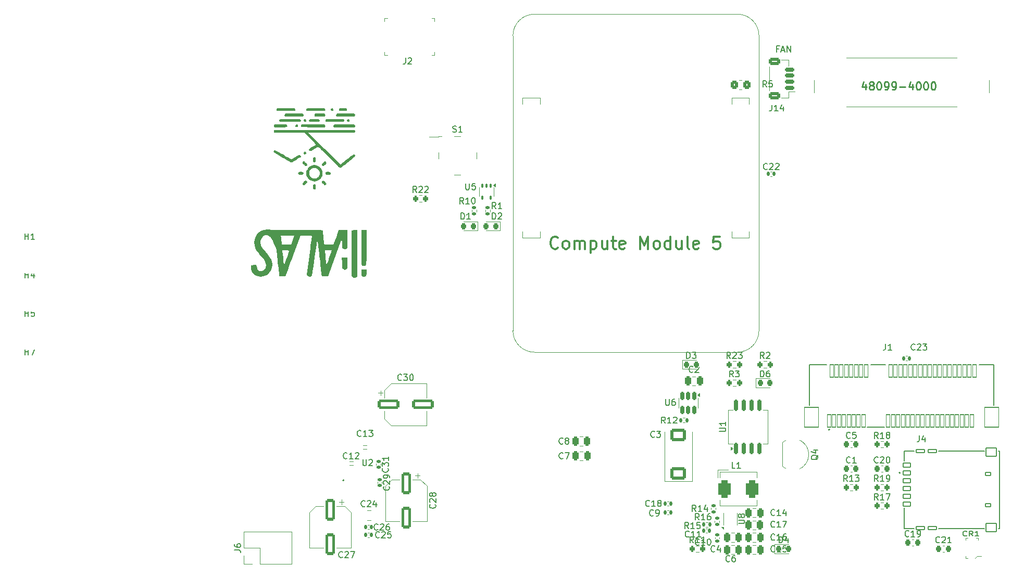
<source format=gbr>
%TF.GenerationSoftware,KiCad,Pcbnew,9.0.1*%
%TF.CreationDate,2025-04-26T19:52:48-05:00*%
%TF.ProjectId,CM5IO,434d3549-4f2e-46b6-9963-61645f706362,rev?*%
%TF.SameCoordinates,Original*%
%TF.FileFunction,Legend,Top*%
%TF.FilePolarity,Positive*%
%FSLAX46Y46*%
G04 Gerber Fmt 4.6, Leading zero omitted, Abs format (unit mm)*
G04 Created by KiCad (PCBNEW 9.0.1) date 2025-04-26 19:52:48*
%MOMM*%
%LPD*%
G01*
G04 APERTURE LIST*
G04 Aperture macros list*
%AMRoundRect*
0 Rectangle with rounded corners*
0 $1 Rounding radius*
0 $2 $3 $4 $5 $6 $7 $8 $9 X,Y pos of 4 corners*
0 Add a 4 corners polygon primitive as box body*
4,1,4,$2,$3,$4,$5,$6,$7,$8,$9,$2,$3,0*
0 Add four circle primitives for the rounded corners*
1,1,$1+$1,$2,$3*
1,1,$1+$1,$4,$5*
1,1,$1+$1,$6,$7*
1,1,$1+$1,$8,$9*
0 Add four rect primitives between the rounded corners*
20,1,$1+$1,$2,$3,$4,$5,0*
20,1,$1+$1,$4,$5,$6,$7,0*
20,1,$1+$1,$6,$7,$8,$9,0*
20,1,$1+$1,$8,$9,$2,$3,0*%
G04 Aperture macros list end*
%ADD10C,0.150000*%
%ADD11C,0.300000*%
%ADD12C,0.254000*%
%ADD13C,0.100000*%
%ADD14C,0.152400*%
%ADD15C,0.200000*%
%ADD16C,0.120000*%
%ADD17C,0.000000*%
%ADD18C,0.127000*%
%ADD19C,0.010000*%
%ADD20C,1.150000*%
%ADD21C,1.650000*%
%ADD22R,4.800000X3.000000*%
%ADD23RoundRect,0.076200X-1.150000X-1.600000X1.150000X-1.600000X1.150000X1.600000X-1.150000X1.600000X0*%
%ADD24RoundRect,0.076200X-0.300000X-1.000000X0.300000X-1.000000X0.300000X1.000000X-0.300000X1.000000X0*%
%ADD25C,1.100000*%
%ADD26C,1.600000*%
%ADD27RoundRect,0.135000X0.185000X-0.135000X0.185000X0.135000X-0.185000X0.135000X-0.185000X-0.135000X0*%
%ADD28RoundRect,0.218750X0.218750X0.256250X-0.218750X0.256250X-0.218750X-0.256250X0.218750X-0.256250X0*%
%ADD29RoundRect,0.100000X-0.100000X0.225000X-0.100000X-0.225000X0.100000X-0.225000X0.100000X0.225000X0*%
%ADD30C,5.300000*%
%ADD31RoundRect,0.250000X-0.350000X-0.450000X0.350000X-0.450000X0.350000X0.450000X-0.350000X0.450000X0*%
%ADD32R,0.300000X0.500000*%
%ADD33R,1.750000X1.050000*%
%ADD34RoundRect,0.140000X-0.140000X-0.170000X0.140000X-0.170000X0.140000X0.170000X-0.140000X0.170000X0*%
%ADD35RoundRect,0.250000X-0.250000X-0.475000X0.250000X-0.475000X0.250000X0.475000X-0.250000X0.475000X0*%
%ADD36RoundRect,0.250000X0.250000X0.475000X-0.250000X0.475000X-0.250000X-0.475000X0.250000X-0.475000X0*%
%ADD37RoundRect,0.250000X-1.500000X-0.550000X1.500000X-0.550000X1.500000X0.550000X-1.500000X0.550000X0*%
%ADD38RoundRect,0.200000X-0.200000X-0.275000X0.200000X-0.275000X0.200000X0.275000X-0.200000X0.275000X0*%
%ADD39C,2.100000*%
%ADD40R,0.600000X0.800000*%
%ADD41RoundRect,0.140000X-0.170000X0.140000X-0.170000X-0.140000X0.170000X-0.140000X0.170000X0.140000X0*%
%ADD42RoundRect,0.225000X-0.225000X-0.250000X0.225000X-0.250000X0.225000X0.250000X-0.225000X0.250000X0*%
%ADD43RoundRect,0.150000X0.625000X-0.150000X0.625000X0.150000X-0.625000X0.150000X-0.625000X-0.150000X0*%
%ADD44RoundRect,0.250000X0.650000X-0.350000X0.650000X0.350000X-0.650000X0.350000X-0.650000X-0.350000X0*%
%ADD45R,1.550000X1.300000*%
%ADD46RoundRect,0.250000X1.025000X-0.787500X1.025000X0.787500X-1.025000X0.787500X-1.025000X-0.787500X0*%
%ADD47RoundRect,0.150000X-0.150000X0.512500X-0.150000X-0.512500X0.150000X-0.512500X0.150000X0.512500X0*%
%ADD48RoundRect,0.500000X-0.500000X-0.900000X0.500000X-0.900000X0.500000X0.900000X-0.500000X0.900000X0*%
%ADD49RoundRect,0.140000X0.140000X0.170000X-0.140000X0.170000X-0.140000X-0.170000X0.140000X-0.170000X0*%
%ADD50RoundRect,0.218750X-0.218750X-0.256250X0.218750X-0.256250X0.218750X0.256250X-0.218750X0.256250X0*%
%ADD51RoundRect,0.150000X0.150000X-0.800000X0.150000X0.800000X-0.150000X0.800000X-0.150000X-0.800000X0*%
%ADD52R,1.200000X0.600000*%
%ADD53RoundRect,0.135000X-0.135000X-0.185000X0.135000X-0.185000X0.135000X0.185000X-0.135000X0.185000X0*%
%ADD54RoundRect,0.135000X0.135000X0.185000X-0.135000X0.185000X-0.135000X-0.185000X0.135000X-0.185000X0*%
%ADD55R,1.700000X1.700000*%
%ADD56O,1.700000X1.700000*%
%ADD57R,1.200000X1.200000*%
%ADD58RoundRect,0.250000X-0.550000X1.500000X-0.550000X-1.500000X0.550000X-1.500000X0.550000X1.500000X0*%
%ADD59R,1.500000X1.500000*%
%ADD60C,1.500000*%
%ADD61RoundRect,0.135000X-0.185000X0.135000X-0.185000X-0.135000X0.185000X-0.135000X0.185000X0.135000X0*%
%ADD62C,6.100000*%
%ADD63R,0.700000X0.200000*%
%ADD64RoundRect,0.076200X-0.575000X-0.325000X0.575000X-0.325000X0.575000X0.325000X-0.575000X0.325000X0*%
%ADD65RoundRect,0.076200X-0.650000X-0.225000X0.650000X-0.225000X0.650000X0.225000X-0.650000X0.225000X0*%
%ADD66RoundRect,0.076200X-0.850000X-0.700000X0.850000X-0.700000X0.850000X0.700000X-0.850000X0.700000X0*%
%ADD67RoundRect,0.076200X-0.400000X-0.270000X0.400000X-0.270000X0.400000X0.270000X-0.400000X0.270000X0*%
%ADD68C,1.270000*%
G04 APERTURE END LIST*
D10*
X202190476Y-75631009D02*
X201857143Y-75631009D01*
X201857143Y-76154819D02*
X201857143Y-75154819D01*
X201857143Y-75154819D02*
X202333333Y-75154819D01*
X202666667Y-75869104D02*
X203142857Y-75869104D01*
X202571429Y-76154819D02*
X202904762Y-75154819D01*
X202904762Y-75154819D02*
X203238095Y-76154819D01*
X203571429Y-76154819D02*
X203571429Y-75154819D01*
X203571429Y-75154819D02*
X204142857Y-76154819D01*
X204142857Y-76154819D02*
X204142857Y-75154819D01*
D11*
X166328570Y-108019161D02*
X166233332Y-108114400D01*
X166233332Y-108114400D02*
X165947618Y-108209638D01*
X165947618Y-108209638D02*
X165757142Y-108209638D01*
X165757142Y-108209638D02*
X165471427Y-108114400D01*
X165471427Y-108114400D02*
X165280951Y-107923923D01*
X165280951Y-107923923D02*
X165185713Y-107733447D01*
X165185713Y-107733447D02*
X165090475Y-107352495D01*
X165090475Y-107352495D02*
X165090475Y-107066780D01*
X165090475Y-107066780D02*
X165185713Y-106685828D01*
X165185713Y-106685828D02*
X165280951Y-106495352D01*
X165280951Y-106495352D02*
X165471427Y-106304876D01*
X165471427Y-106304876D02*
X165757142Y-106209638D01*
X165757142Y-106209638D02*
X165947618Y-106209638D01*
X165947618Y-106209638D02*
X166233332Y-106304876D01*
X166233332Y-106304876D02*
X166328570Y-106400114D01*
X167471427Y-108209638D02*
X167280951Y-108114400D01*
X167280951Y-108114400D02*
X167185713Y-108019161D01*
X167185713Y-108019161D02*
X167090475Y-107828685D01*
X167090475Y-107828685D02*
X167090475Y-107257257D01*
X167090475Y-107257257D02*
X167185713Y-107066780D01*
X167185713Y-107066780D02*
X167280951Y-106971542D01*
X167280951Y-106971542D02*
X167471427Y-106876304D01*
X167471427Y-106876304D02*
X167757142Y-106876304D01*
X167757142Y-106876304D02*
X167947618Y-106971542D01*
X167947618Y-106971542D02*
X168042856Y-107066780D01*
X168042856Y-107066780D02*
X168138094Y-107257257D01*
X168138094Y-107257257D02*
X168138094Y-107828685D01*
X168138094Y-107828685D02*
X168042856Y-108019161D01*
X168042856Y-108019161D02*
X167947618Y-108114400D01*
X167947618Y-108114400D02*
X167757142Y-108209638D01*
X167757142Y-108209638D02*
X167471427Y-108209638D01*
X168995237Y-108209638D02*
X168995237Y-106876304D01*
X168995237Y-107066780D02*
X169090475Y-106971542D01*
X169090475Y-106971542D02*
X169280951Y-106876304D01*
X169280951Y-106876304D02*
X169566666Y-106876304D01*
X169566666Y-106876304D02*
X169757142Y-106971542D01*
X169757142Y-106971542D02*
X169852380Y-107162019D01*
X169852380Y-107162019D02*
X169852380Y-108209638D01*
X169852380Y-107162019D02*
X169947618Y-106971542D01*
X169947618Y-106971542D02*
X170138094Y-106876304D01*
X170138094Y-106876304D02*
X170423808Y-106876304D01*
X170423808Y-106876304D02*
X170614285Y-106971542D01*
X170614285Y-106971542D02*
X170709523Y-107162019D01*
X170709523Y-107162019D02*
X170709523Y-108209638D01*
X171661904Y-106876304D02*
X171661904Y-108876304D01*
X171661904Y-106971542D02*
X171852380Y-106876304D01*
X171852380Y-106876304D02*
X172233333Y-106876304D01*
X172233333Y-106876304D02*
X172423809Y-106971542D01*
X172423809Y-106971542D02*
X172519047Y-107066780D01*
X172519047Y-107066780D02*
X172614285Y-107257257D01*
X172614285Y-107257257D02*
X172614285Y-107828685D01*
X172614285Y-107828685D02*
X172519047Y-108019161D01*
X172519047Y-108019161D02*
X172423809Y-108114400D01*
X172423809Y-108114400D02*
X172233333Y-108209638D01*
X172233333Y-108209638D02*
X171852380Y-108209638D01*
X171852380Y-108209638D02*
X171661904Y-108114400D01*
X174328571Y-106876304D02*
X174328571Y-108209638D01*
X173471428Y-106876304D02*
X173471428Y-107923923D01*
X173471428Y-107923923D02*
X173566666Y-108114400D01*
X173566666Y-108114400D02*
X173757142Y-108209638D01*
X173757142Y-108209638D02*
X174042857Y-108209638D01*
X174042857Y-108209638D02*
X174233333Y-108114400D01*
X174233333Y-108114400D02*
X174328571Y-108019161D01*
X174995238Y-106876304D02*
X175757142Y-106876304D01*
X175280952Y-106209638D02*
X175280952Y-107923923D01*
X175280952Y-107923923D02*
X175376190Y-108114400D01*
X175376190Y-108114400D02*
X175566666Y-108209638D01*
X175566666Y-108209638D02*
X175757142Y-108209638D01*
X177185714Y-108114400D02*
X176995238Y-108209638D01*
X176995238Y-108209638D02*
X176614285Y-108209638D01*
X176614285Y-108209638D02*
X176423809Y-108114400D01*
X176423809Y-108114400D02*
X176328571Y-107923923D01*
X176328571Y-107923923D02*
X176328571Y-107162019D01*
X176328571Y-107162019D02*
X176423809Y-106971542D01*
X176423809Y-106971542D02*
X176614285Y-106876304D01*
X176614285Y-106876304D02*
X176995238Y-106876304D01*
X176995238Y-106876304D02*
X177185714Y-106971542D01*
X177185714Y-106971542D02*
X177280952Y-107162019D01*
X177280952Y-107162019D02*
X177280952Y-107352495D01*
X177280952Y-107352495D02*
X176328571Y-107542971D01*
X179661905Y-108209638D02*
X179661905Y-106209638D01*
X179661905Y-106209638D02*
X180328572Y-107638209D01*
X180328572Y-107638209D02*
X180995238Y-106209638D01*
X180995238Y-106209638D02*
X180995238Y-108209638D01*
X182233333Y-108209638D02*
X182042857Y-108114400D01*
X182042857Y-108114400D02*
X181947619Y-108019161D01*
X181947619Y-108019161D02*
X181852381Y-107828685D01*
X181852381Y-107828685D02*
X181852381Y-107257257D01*
X181852381Y-107257257D02*
X181947619Y-107066780D01*
X181947619Y-107066780D02*
X182042857Y-106971542D01*
X182042857Y-106971542D02*
X182233333Y-106876304D01*
X182233333Y-106876304D02*
X182519048Y-106876304D01*
X182519048Y-106876304D02*
X182709524Y-106971542D01*
X182709524Y-106971542D02*
X182804762Y-107066780D01*
X182804762Y-107066780D02*
X182900000Y-107257257D01*
X182900000Y-107257257D02*
X182900000Y-107828685D01*
X182900000Y-107828685D02*
X182804762Y-108019161D01*
X182804762Y-108019161D02*
X182709524Y-108114400D01*
X182709524Y-108114400D02*
X182519048Y-108209638D01*
X182519048Y-108209638D02*
X182233333Y-108209638D01*
X184614286Y-108209638D02*
X184614286Y-106209638D01*
X184614286Y-108114400D02*
X184423810Y-108209638D01*
X184423810Y-108209638D02*
X184042857Y-108209638D01*
X184042857Y-108209638D02*
X183852381Y-108114400D01*
X183852381Y-108114400D02*
X183757143Y-108019161D01*
X183757143Y-108019161D02*
X183661905Y-107828685D01*
X183661905Y-107828685D02*
X183661905Y-107257257D01*
X183661905Y-107257257D02*
X183757143Y-107066780D01*
X183757143Y-107066780D02*
X183852381Y-106971542D01*
X183852381Y-106971542D02*
X184042857Y-106876304D01*
X184042857Y-106876304D02*
X184423810Y-106876304D01*
X184423810Y-106876304D02*
X184614286Y-106971542D01*
X186423810Y-106876304D02*
X186423810Y-108209638D01*
X185566667Y-106876304D02*
X185566667Y-107923923D01*
X185566667Y-107923923D02*
X185661905Y-108114400D01*
X185661905Y-108114400D02*
X185852381Y-108209638D01*
X185852381Y-108209638D02*
X186138096Y-108209638D01*
X186138096Y-108209638D02*
X186328572Y-108114400D01*
X186328572Y-108114400D02*
X186423810Y-108019161D01*
X187661905Y-108209638D02*
X187471429Y-108114400D01*
X187471429Y-108114400D02*
X187376191Y-107923923D01*
X187376191Y-107923923D02*
X187376191Y-106209638D01*
X189185715Y-108114400D02*
X188995239Y-108209638D01*
X188995239Y-108209638D02*
X188614286Y-108209638D01*
X188614286Y-108209638D02*
X188423810Y-108114400D01*
X188423810Y-108114400D02*
X188328572Y-107923923D01*
X188328572Y-107923923D02*
X188328572Y-107162019D01*
X188328572Y-107162019D02*
X188423810Y-106971542D01*
X188423810Y-106971542D02*
X188614286Y-106876304D01*
X188614286Y-106876304D02*
X188995239Y-106876304D01*
X188995239Y-106876304D02*
X189185715Y-106971542D01*
X189185715Y-106971542D02*
X189280953Y-107162019D01*
X189280953Y-107162019D02*
X189280953Y-107352495D01*
X189280953Y-107352495D02*
X188328572Y-107542971D01*
X192614287Y-106209638D02*
X191661906Y-106209638D01*
X191661906Y-106209638D02*
X191566668Y-107162019D01*
X191566668Y-107162019D02*
X191661906Y-107066780D01*
X191661906Y-107066780D02*
X191852382Y-106971542D01*
X191852382Y-106971542D02*
X192328573Y-106971542D01*
X192328573Y-106971542D02*
X192519049Y-107066780D01*
X192519049Y-107066780D02*
X192614287Y-107162019D01*
X192614287Y-107162019D02*
X192709525Y-107352495D01*
X192709525Y-107352495D02*
X192709525Y-107828685D01*
X192709525Y-107828685D02*
X192614287Y-108019161D01*
X192614287Y-108019161D02*
X192519049Y-108114400D01*
X192519049Y-108114400D02*
X192328573Y-108209638D01*
X192328573Y-108209638D02*
X191852382Y-108209638D01*
X191852382Y-108209638D02*
X191661906Y-108114400D01*
X191661906Y-108114400D02*
X191566668Y-108019161D01*
D12*
X216333808Y-81448651D02*
X216333808Y-82295318D01*
X216031427Y-80964842D02*
X215729046Y-81871984D01*
X215729046Y-81871984D02*
X216515237Y-81871984D01*
X217180475Y-81569603D02*
X217059523Y-81509127D01*
X217059523Y-81509127D02*
X216999046Y-81448651D01*
X216999046Y-81448651D02*
X216938570Y-81327699D01*
X216938570Y-81327699D02*
X216938570Y-81267222D01*
X216938570Y-81267222D02*
X216999046Y-81146270D01*
X216999046Y-81146270D02*
X217059523Y-81085794D01*
X217059523Y-81085794D02*
X217180475Y-81025318D01*
X217180475Y-81025318D02*
X217422380Y-81025318D01*
X217422380Y-81025318D02*
X217543332Y-81085794D01*
X217543332Y-81085794D02*
X217603808Y-81146270D01*
X217603808Y-81146270D02*
X217664285Y-81267222D01*
X217664285Y-81267222D02*
X217664285Y-81327699D01*
X217664285Y-81327699D02*
X217603808Y-81448651D01*
X217603808Y-81448651D02*
X217543332Y-81509127D01*
X217543332Y-81509127D02*
X217422380Y-81569603D01*
X217422380Y-81569603D02*
X217180475Y-81569603D01*
X217180475Y-81569603D02*
X217059523Y-81630080D01*
X217059523Y-81630080D02*
X216999046Y-81690556D01*
X216999046Y-81690556D02*
X216938570Y-81811508D01*
X216938570Y-81811508D02*
X216938570Y-82053413D01*
X216938570Y-82053413D02*
X216999046Y-82174365D01*
X216999046Y-82174365D02*
X217059523Y-82234842D01*
X217059523Y-82234842D02*
X217180475Y-82295318D01*
X217180475Y-82295318D02*
X217422380Y-82295318D01*
X217422380Y-82295318D02*
X217543332Y-82234842D01*
X217543332Y-82234842D02*
X217603808Y-82174365D01*
X217603808Y-82174365D02*
X217664285Y-82053413D01*
X217664285Y-82053413D02*
X217664285Y-81811508D01*
X217664285Y-81811508D02*
X217603808Y-81690556D01*
X217603808Y-81690556D02*
X217543332Y-81630080D01*
X217543332Y-81630080D02*
X217422380Y-81569603D01*
X218450475Y-81025318D02*
X218571428Y-81025318D01*
X218571428Y-81025318D02*
X218692380Y-81085794D01*
X218692380Y-81085794D02*
X218752856Y-81146270D01*
X218752856Y-81146270D02*
X218813332Y-81267222D01*
X218813332Y-81267222D02*
X218873809Y-81509127D01*
X218873809Y-81509127D02*
X218873809Y-81811508D01*
X218873809Y-81811508D02*
X218813332Y-82053413D01*
X218813332Y-82053413D02*
X218752856Y-82174365D01*
X218752856Y-82174365D02*
X218692380Y-82234842D01*
X218692380Y-82234842D02*
X218571428Y-82295318D01*
X218571428Y-82295318D02*
X218450475Y-82295318D01*
X218450475Y-82295318D02*
X218329523Y-82234842D01*
X218329523Y-82234842D02*
X218269047Y-82174365D01*
X218269047Y-82174365D02*
X218208570Y-82053413D01*
X218208570Y-82053413D02*
X218148094Y-81811508D01*
X218148094Y-81811508D02*
X218148094Y-81509127D01*
X218148094Y-81509127D02*
X218208570Y-81267222D01*
X218208570Y-81267222D02*
X218269047Y-81146270D01*
X218269047Y-81146270D02*
X218329523Y-81085794D01*
X218329523Y-81085794D02*
X218450475Y-81025318D01*
X219478571Y-82295318D02*
X219720475Y-82295318D01*
X219720475Y-82295318D02*
X219841428Y-82234842D01*
X219841428Y-82234842D02*
X219901904Y-82174365D01*
X219901904Y-82174365D02*
X220022856Y-81992937D01*
X220022856Y-81992937D02*
X220083333Y-81751032D01*
X220083333Y-81751032D02*
X220083333Y-81267222D01*
X220083333Y-81267222D02*
X220022856Y-81146270D01*
X220022856Y-81146270D02*
X219962380Y-81085794D01*
X219962380Y-81085794D02*
X219841428Y-81025318D01*
X219841428Y-81025318D02*
X219599523Y-81025318D01*
X219599523Y-81025318D02*
X219478571Y-81085794D01*
X219478571Y-81085794D02*
X219418094Y-81146270D01*
X219418094Y-81146270D02*
X219357618Y-81267222D01*
X219357618Y-81267222D02*
X219357618Y-81569603D01*
X219357618Y-81569603D02*
X219418094Y-81690556D01*
X219418094Y-81690556D02*
X219478571Y-81751032D01*
X219478571Y-81751032D02*
X219599523Y-81811508D01*
X219599523Y-81811508D02*
X219841428Y-81811508D01*
X219841428Y-81811508D02*
X219962380Y-81751032D01*
X219962380Y-81751032D02*
X220022856Y-81690556D01*
X220022856Y-81690556D02*
X220083333Y-81569603D01*
X220688095Y-82295318D02*
X220929999Y-82295318D01*
X220929999Y-82295318D02*
X221050952Y-82234842D01*
X221050952Y-82234842D02*
X221111428Y-82174365D01*
X221111428Y-82174365D02*
X221232380Y-81992937D01*
X221232380Y-81992937D02*
X221292857Y-81751032D01*
X221292857Y-81751032D02*
X221292857Y-81267222D01*
X221292857Y-81267222D02*
X221232380Y-81146270D01*
X221232380Y-81146270D02*
X221171904Y-81085794D01*
X221171904Y-81085794D02*
X221050952Y-81025318D01*
X221050952Y-81025318D02*
X220809047Y-81025318D01*
X220809047Y-81025318D02*
X220688095Y-81085794D01*
X220688095Y-81085794D02*
X220627618Y-81146270D01*
X220627618Y-81146270D02*
X220567142Y-81267222D01*
X220567142Y-81267222D02*
X220567142Y-81569603D01*
X220567142Y-81569603D02*
X220627618Y-81690556D01*
X220627618Y-81690556D02*
X220688095Y-81751032D01*
X220688095Y-81751032D02*
X220809047Y-81811508D01*
X220809047Y-81811508D02*
X221050952Y-81811508D01*
X221050952Y-81811508D02*
X221171904Y-81751032D01*
X221171904Y-81751032D02*
X221232380Y-81690556D01*
X221232380Y-81690556D02*
X221292857Y-81569603D01*
X221837142Y-81811508D02*
X222804762Y-81811508D01*
X223953809Y-81448651D02*
X223953809Y-82295318D01*
X223651428Y-80964842D02*
X223349047Y-81871984D01*
X223349047Y-81871984D02*
X224135238Y-81871984D01*
X224860952Y-81025318D02*
X224981905Y-81025318D01*
X224981905Y-81025318D02*
X225102857Y-81085794D01*
X225102857Y-81085794D02*
X225163333Y-81146270D01*
X225163333Y-81146270D02*
X225223809Y-81267222D01*
X225223809Y-81267222D02*
X225284286Y-81509127D01*
X225284286Y-81509127D02*
X225284286Y-81811508D01*
X225284286Y-81811508D02*
X225223809Y-82053413D01*
X225223809Y-82053413D02*
X225163333Y-82174365D01*
X225163333Y-82174365D02*
X225102857Y-82234842D01*
X225102857Y-82234842D02*
X224981905Y-82295318D01*
X224981905Y-82295318D02*
X224860952Y-82295318D01*
X224860952Y-82295318D02*
X224740000Y-82234842D01*
X224740000Y-82234842D02*
X224679524Y-82174365D01*
X224679524Y-82174365D02*
X224619047Y-82053413D01*
X224619047Y-82053413D02*
X224558571Y-81811508D01*
X224558571Y-81811508D02*
X224558571Y-81509127D01*
X224558571Y-81509127D02*
X224619047Y-81267222D01*
X224619047Y-81267222D02*
X224679524Y-81146270D01*
X224679524Y-81146270D02*
X224740000Y-81085794D01*
X224740000Y-81085794D02*
X224860952Y-81025318D01*
X226070476Y-81025318D02*
X226191429Y-81025318D01*
X226191429Y-81025318D02*
X226312381Y-81085794D01*
X226312381Y-81085794D02*
X226372857Y-81146270D01*
X226372857Y-81146270D02*
X226433333Y-81267222D01*
X226433333Y-81267222D02*
X226493810Y-81509127D01*
X226493810Y-81509127D02*
X226493810Y-81811508D01*
X226493810Y-81811508D02*
X226433333Y-82053413D01*
X226433333Y-82053413D02*
X226372857Y-82174365D01*
X226372857Y-82174365D02*
X226312381Y-82234842D01*
X226312381Y-82234842D02*
X226191429Y-82295318D01*
X226191429Y-82295318D02*
X226070476Y-82295318D01*
X226070476Y-82295318D02*
X225949524Y-82234842D01*
X225949524Y-82234842D02*
X225889048Y-82174365D01*
X225889048Y-82174365D02*
X225828571Y-82053413D01*
X225828571Y-82053413D02*
X225768095Y-81811508D01*
X225768095Y-81811508D02*
X225768095Y-81509127D01*
X225768095Y-81509127D02*
X225828571Y-81267222D01*
X225828571Y-81267222D02*
X225889048Y-81146270D01*
X225889048Y-81146270D02*
X225949524Y-81085794D01*
X225949524Y-81085794D02*
X226070476Y-81025318D01*
X227280000Y-81025318D02*
X227400953Y-81025318D01*
X227400953Y-81025318D02*
X227521905Y-81085794D01*
X227521905Y-81085794D02*
X227582381Y-81146270D01*
X227582381Y-81146270D02*
X227642857Y-81267222D01*
X227642857Y-81267222D02*
X227703334Y-81509127D01*
X227703334Y-81509127D02*
X227703334Y-81811508D01*
X227703334Y-81811508D02*
X227642857Y-82053413D01*
X227642857Y-82053413D02*
X227582381Y-82174365D01*
X227582381Y-82174365D02*
X227521905Y-82234842D01*
X227521905Y-82234842D02*
X227400953Y-82295318D01*
X227400953Y-82295318D02*
X227280000Y-82295318D01*
X227280000Y-82295318D02*
X227159048Y-82234842D01*
X227159048Y-82234842D02*
X227098572Y-82174365D01*
X227098572Y-82174365D02*
X227038095Y-82053413D01*
X227038095Y-82053413D02*
X226977619Y-81811508D01*
X226977619Y-81811508D02*
X226977619Y-81509127D01*
X226977619Y-81509127D02*
X227038095Y-81267222D01*
X227038095Y-81267222D02*
X227098572Y-81146270D01*
X227098572Y-81146270D02*
X227159048Y-81085794D01*
X227159048Y-81085794D02*
X227280000Y-81025318D01*
D10*
X219578340Y-123653487D02*
X219578340Y-124369544D01*
X219578340Y-124369544D02*
X219530603Y-124512755D01*
X219530603Y-124512755D02*
X219435129Y-124608230D01*
X219435129Y-124608230D02*
X219291917Y-124655967D01*
X219291917Y-124655967D02*
X219196443Y-124655967D01*
X220580820Y-124655967D02*
X220007974Y-124655967D01*
X220294397Y-124655967D02*
X220294397Y-123653487D01*
X220294397Y-123653487D02*
X220198923Y-123796698D01*
X220198923Y-123796698D02*
X220103448Y-123892172D01*
X220103448Y-123892172D02*
X220007974Y-123939910D01*
X150957142Y-100854819D02*
X150623809Y-100378628D01*
X150385714Y-100854819D02*
X150385714Y-99854819D01*
X150385714Y-99854819D02*
X150766666Y-99854819D01*
X150766666Y-99854819D02*
X150861904Y-99902438D01*
X150861904Y-99902438D02*
X150909523Y-99950057D01*
X150909523Y-99950057D02*
X150957142Y-100045295D01*
X150957142Y-100045295D02*
X150957142Y-100188152D01*
X150957142Y-100188152D02*
X150909523Y-100283390D01*
X150909523Y-100283390D02*
X150861904Y-100331009D01*
X150861904Y-100331009D02*
X150766666Y-100378628D01*
X150766666Y-100378628D02*
X150385714Y-100378628D01*
X151909523Y-100854819D02*
X151338095Y-100854819D01*
X151623809Y-100854819D02*
X151623809Y-99854819D01*
X151623809Y-99854819D02*
X151528571Y-99997676D01*
X151528571Y-99997676D02*
X151433333Y-100092914D01*
X151433333Y-100092914D02*
X151338095Y-100140533D01*
X152528571Y-99854819D02*
X152623809Y-99854819D01*
X152623809Y-99854819D02*
X152719047Y-99902438D01*
X152719047Y-99902438D02*
X152766666Y-99950057D01*
X152766666Y-99950057D02*
X152814285Y-100045295D01*
X152814285Y-100045295D02*
X152861904Y-100235771D01*
X152861904Y-100235771D02*
X152861904Y-100473866D01*
X152861904Y-100473866D02*
X152814285Y-100664342D01*
X152814285Y-100664342D02*
X152766666Y-100759580D01*
X152766666Y-100759580D02*
X152719047Y-100807200D01*
X152719047Y-100807200D02*
X152623809Y-100854819D01*
X152623809Y-100854819D02*
X152528571Y-100854819D01*
X152528571Y-100854819D02*
X152433333Y-100807200D01*
X152433333Y-100807200D02*
X152385714Y-100759580D01*
X152385714Y-100759580D02*
X152338095Y-100664342D01*
X152338095Y-100664342D02*
X152290476Y-100473866D01*
X152290476Y-100473866D02*
X152290476Y-100235771D01*
X152290476Y-100235771D02*
X152338095Y-100045295D01*
X152338095Y-100045295D02*
X152385714Y-99950057D01*
X152385714Y-99950057D02*
X152433333Y-99902438D01*
X152433333Y-99902438D02*
X152528571Y-99854819D01*
X155661905Y-103354819D02*
X155661905Y-102354819D01*
X155661905Y-102354819D02*
X155900000Y-102354819D01*
X155900000Y-102354819D02*
X156042857Y-102402438D01*
X156042857Y-102402438D02*
X156138095Y-102497676D01*
X156138095Y-102497676D02*
X156185714Y-102592914D01*
X156185714Y-102592914D02*
X156233333Y-102783390D01*
X156233333Y-102783390D02*
X156233333Y-102926247D01*
X156233333Y-102926247D02*
X156185714Y-103116723D01*
X156185714Y-103116723D02*
X156138095Y-103211961D01*
X156138095Y-103211961D02*
X156042857Y-103307200D01*
X156042857Y-103307200D02*
X155900000Y-103354819D01*
X155900000Y-103354819D02*
X155661905Y-103354819D01*
X156614286Y-102450057D02*
X156661905Y-102402438D01*
X156661905Y-102402438D02*
X156757143Y-102354819D01*
X156757143Y-102354819D02*
X156995238Y-102354819D01*
X156995238Y-102354819D02*
X157090476Y-102402438D01*
X157090476Y-102402438D02*
X157138095Y-102450057D01*
X157138095Y-102450057D02*
X157185714Y-102545295D01*
X157185714Y-102545295D02*
X157185714Y-102640533D01*
X157185714Y-102640533D02*
X157138095Y-102783390D01*
X157138095Y-102783390D02*
X156566667Y-103354819D01*
X156566667Y-103354819D02*
X157185714Y-103354819D01*
X150561905Y-103354819D02*
X150561905Y-102354819D01*
X150561905Y-102354819D02*
X150800000Y-102354819D01*
X150800000Y-102354819D02*
X150942857Y-102402438D01*
X150942857Y-102402438D02*
X151038095Y-102497676D01*
X151038095Y-102497676D02*
X151085714Y-102592914D01*
X151085714Y-102592914D02*
X151133333Y-102783390D01*
X151133333Y-102783390D02*
X151133333Y-102926247D01*
X151133333Y-102926247D02*
X151085714Y-103116723D01*
X151085714Y-103116723D02*
X151038095Y-103211961D01*
X151038095Y-103211961D02*
X150942857Y-103307200D01*
X150942857Y-103307200D02*
X150800000Y-103354819D01*
X150800000Y-103354819D02*
X150561905Y-103354819D01*
X152085714Y-103354819D02*
X151514286Y-103354819D01*
X151800000Y-103354819D02*
X151800000Y-102354819D01*
X151800000Y-102354819D02*
X151704762Y-102497676D01*
X151704762Y-102497676D02*
X151609524Y-102592914D01*
X151609524Y-102592914D02*
X151514286Y-102640533D01*
X156233333Y-101654819D02*
X155900000Y-101178628D01*
X155661905Y-101654819D02*
X155661905Y-100654819D01*
X155661905Y-100654819D02*
X156042857Y-100654819D01*
X156042857Y-100654819D02*
X156138095Y-100702438D01*
X156138095Y-100702438D02*
X156185714Y-100750057D01*
X156185714Y-100750057D02*
X156233333Y-100845295D01*
X156233333Y-100845295D02*
X156233333Y-100988152D01*
X156233333Y-100988152D02*
X156185714Y-101083390D01*
X156185714Y-101083390D02*
X156138095Y-101131009D01*
X156138095Y-101131009D02*
X156042857Y-101178628D01*
X156042857Y-101178628D02*
X155661905Y-101178628D01*
X157185714Y-101654819D02*
X156614286Y-101654819D01*
X156900000Y-101654819D02*
X156900000Y-100654819D01*
X156900000Y-100654819D02*
X156804762Y-100797676D01*
X156804762Y-100797676D02*
X156709524Y-100892914D01*
X156709524Y-100892914D02*
X156614286Y-100940533D01*
X151338095Y-97554819D02*
X151338095Y-98364342D01*
X151338095Y-98364342D02*
X151385714Y-98459580D01*
X151385714Y-98459580D02*
X151433333Y-98507200D01*
X151433333Y-98507200D02*
X151528571Y-98554819D01*
X151528571Y-98554819D02*
X151719047Y-98554819D01*
X151719047Y-98554819D02*
X151814285Y-98507200D01*
X151814285Y-98507200D02*
X151861904Y-98459580D01*
X151861904Y-98459580D02*
X151909523Y-98364342D01*
X151909523Y-98364342D02*
X151909523Y-97554819D01*
X152861904Y-97554819D02*
X152385714Y-97554819D01*
X152385714Y-97554819D02*
X152338095Y-98031009D01*
X152338095Y-98031009D02*
X152385714Y-97983390D01*
X152385714Y-97983390D02*
X152480952Y-97935771D01*
X152480952Y-97935771D02*
X152719047Y-97935771D01*
X152719047Y-97935771D02*
X152814285Y-97983390D01*
X152814285Y-97983390D02*
X152861904Y-98031009D01*
X152861904Y-98031009D02*
X152909523Y-98126247D01*
X152909523Y-98126247D02*
X152909523Y-98364342D01*
X152909523Y-98364342D02*
X152861904Y-98459580D01*
X152861904Y-98459580D02*
X152814285Y-98507200D01*
X152814285Y-98507200D02*
X152719047Y-98554819D01*
X152719047Y-98554819D02*
X152480952Y-98554819D01*
X152480952Y-98554819D02*
X152385714Y-98507200D01*
X152385714Y-98507200D02*
X152338095Y-98459580D01*
X200233333Y-81854819D02*
X199900000Y-81378628D01*
X199661905Y-81854819D02*
X199661905Y-80854819D01*
X199661905Y-80854819D02*
X200042857Y-80854819D01*
X200042857Y-80854819D02*
X200138095Y-80902438D01*
X200138095Y-80902438D02*
X200185714Y-80950057D01*
X200185714Y-80950057D02*
X200233333Y-81045295D01*
X200233333Y-81045295D02*
X200233333Y-81188152D01*
X200233333Y-81188152D02*
X200185714Y-81283390D01*
X200185714Y-81283390D02*
X200138095Y-81331009D01*
X200138095Y-81331009D02*
X200042857Y-81378628D01*
X200042857Y-81378628D02*
X199661905Y-81378628D01*
X201138095Y-80854819D02*
X200661905Y-80854819D01*
X200661905Y-80854819D02*
X200614286Y-81331009D01*
X200614286Y-81331009D02*
X200661905Y-81283390D01*
X200661905Y-81283390D02*
X200757143Y-81235771D01*
X200757143Y-81235771D02*
X200995238Y-81235771D01*
X200995238Y-81235771D02*
X201090476Y-81283390D01*
X201090476Y-81283390D02*
X201138095Y-81331009D01*
X201138095Y-81331009D02*
X201185714Y-81426247D01*
X201185714Y-81426247D02*
X201185714Y-81664342D01*
X201185714Y-81664342D02*
X201138095Y-81759580D01*
X201138095Y-81759580D02*
X201090476Y-81807200D01*
X201090476Y-81807200D02*
X200995238Y-81854819D01*
X200995238Y-81854819D02*
X200757143Y-81854819D01*
X200757143Y-81854819D02*
X200661905Y-81807200D01*
X200661905Y-81807200D02*
X200614286Y-81759580D01*
X195654819Y-152904404D02*
X196464342Y-152904404D01*
X196464342Y-152904404D02*
X196559580Y-152856785D01*
X196559580Y-152856785D02*
X196607200Y-152809166D01*
X196607200Y-152809166D02*
X196654819Y-152713928D01*
X196654819Y-152713928D02*
X196654819Y-152523452D01*
X196654819Y-152523452D02*
X196607200Y-152428214D01*
X196607200Y-152428214D02*
X196559580Y-152380595D01*
X196559580Y-152380595D02*
X196464342Y-152332976D01*
X196464342Y-152332976D02*
X195654819Y-152332976D01*
X196083390Y-151713928D02*
X196035771Y-151809166D01*
X196035771Y-151809166D02*
X195988152Y-151856785D01*
X195988152Y-151856785D02*
X195892914Y-151904404D01*
X195892914Y-151904404D02*
X195845295Y-151904404D01*
X195845295Y-151904404D02*
X195750057Y-151856785D01*
X195750057Y-151856785D02*
X195702438Y-151809166D01*
X195702438Y-151809166D02*
X195654819Y-151713928D01*
X195654819Y-151713928D02*
X195654819Y-151523452D01*
X195654819Y-151523452D02*
X195702438Y-151428214D01*
X195702438Y-151428214D02*
X195750057Y-151380595D01*
X195750057Y-151380595D02*
X195845295Y-151332976D01*
X195845295Y-151332976D02*
X195892914Y-151332976D01*
X195892914Y-151332976D02*
X195988152Y-151380595D01*
X195988152Y-151380595D02*
X196035771Y-151428214D01*
X196035771Y-151428214D02*
X196083390Y-151523452D01*
X196083390Y-151523452D02*
X196083390Y-151713928D01*
X196083390Y-151713928D02*
X196131009Y-151809166D01*
X196131009Y-151809166D02*
X196178628Y-151856785D01*
X196178628Y-151856785D02*
X196273866Y-151904404D01*
X196273866Y-151904404D02*
X196464342Y-151904404D01*
X196464342Y-151904404D02*
X196559580Y-151856785D01*
X196559580Y-151856785D02*
X196607200Y-151809166D01*
X196607200Y-151809166D02*
X196654819Y-151713928D01*
X196654819Y-151713928D02*
X196654819Y-151523452D01*
X196654819Y-151523452D02*
X196607200Y-151428214D01*
X196607200Y-151428214D02*
X196559580Y-151380595D01*
X196559580Y-151380595D02*
X196464342Y-151332976D01*
X196464342Y-151332976D02*
X196273866Y-151332976D01*
X196273866Y-151332976D02*
X196178628Y-151380595D01*
X196178628Y-151380595D02*
X196131009Y-151428214D01*
X196131009Y-151428214D02*
X196083390Y-151523452D01*
X200357142Y-95199580D02*
X200309523Y-95247200D01*
X200309523Y-95247200D02*
X200166666Y-95294819D01*
X200166666Y-95294819D02*
X200071428Y-95294819D01*
X200071428Y-95294819D02*
X199928571Y-95247200D01*
X199928571Y-95247200D02*
X199833333Y-95151961D01*
X199833333Y-95151961D02*
X199785714Y-95056723D01*
X199785714Y-95056723D02*
X199738095Y-94866247D01*
X199738095Y-94866247D02*
X199738095Y-94723390D01*
X199738095Y-94723390D02*
X199785714Y-94532914D01*
X199785714Y-94532914D02*
X199833333Y-94437676D01*
X199833333Y-94437676D02*
X199928571Y-94342438D01*
X199928571Y-94342438D02*
X200071428Y-94294819D01*
X200071428Y-94294819D02*
X200166666Y-94294819D01*
X200166666Y-94294819D02*
X200309523Y-94342438D01*
X200309523Y-94342438D02*
X200357142Y-94390057D01*
X200738095Y-94390057D02*
X200785714Y-94342438D01*
X200785714Y-94342438D02*
X200880952Y-94294819D01*
X200880952Y-94294819D02*
X201119047Y-94294819D01*
X201119047Y-94294819D02*
X201214285Y-94342438D01*
X201214285Y-94342438D02*
X201261904Y-94390057D01*
X201261904Y-94390057D02*
X201309523Y-94485295D01*
X201309523Y-94485295D02*
X201309523Y-94580533D01*
X201309523Y-94580533D02*
X201261904Y-94723390D01*
X201261904Y-94723390D02*
X200690476Y-95294819D01*
X200690476Y-95294819D02*
X201309523Y-95294819D01*
X201690476Y-94390057D02*
X201738095Y-94342438D01*
X201738095Y-94342438D02*
X201833333Y-94294819D01*
X201833333Y-94294819D02*
X202071428Y-94294819D01*
X202071428Y-94294819D02*
X202166666Y-94342438D01*
X202166666Y-94342438D02*
X202214285Y-94390057D01*
X202214285Y-94390057D02*
X202261904Y-94485295D01*
X202261904Y-94485295D02*
X202261904Y-94580533D01*
X202261904Y-94580533D02*
X202214285Y-94723390D01*
X202214285Y-94723390D02*
X201642857Y-95294819D01*
X201642857Y-95294819D02*
X202261904Y-95294819D01*
X194233333Y-159002080D02*
X194185714Y-159049700D01*
X194185714Y-159049700D02*
X194042857Y-159097319D01*
X194042857Y-159097319D02*
X193947619Y-159097319D01*
X193947619Y-159097319D02*
X193804762Y-159049700D01*
X193804762Y-159049700D02*
X193709524Y-158954461D01*
X193709524Y-158954461D02*
X193661905Y-158859223D01*
X193661905Y-158859223D02*
X193614286Y-158668747D01*
X193614286Y-158668747D02*
X193614286Y-158525890D01*
X193614286Y-158525890D02*
X193661905Y-158335414D01*
X193661905Y-158335414D02*
X193709524Y-158240176D01*
X193709524Y-158240176D02*
X193804762Y-158144938D01*
X193804762Y-158144938D02*
X193947619Y-158097319D01*
X193947619Y-158097319D02*
X194042857Y-158097319D01*
X194042857Y-158097319D02*
X194185714Y-158144938D01*
X194185714Y-158144938D02*
X194233333Y-158192557D01*
X195090476Y-158097319D02*
X194900000Y-158097319D01*
X194900000Y-158097319D02*
X194804762Y-158144938D01*
X194804762Y-158144938D02*
X194757143Y-158192557D01*
X194757143Y-158192557D02*
X194661905Y-158335414D01*
X194661905Y-158335414D02*
X194614286Y-158525890D01*
X194614286Y-158525890D02*
X194614286Y-158906842D01*
X194614286Y-158906842D02*
X194661905Y-159002080D01*
X194661905Y-159002080D02*
X194709524Y-159049700D01*
X194709524Y-159049700D02*
X194804762Y-159097319D01*
X194804762Y-159097319D02*
X194995238Y-159097319D01*
X194995238Y-159097319D02*
X195090476Y-159049700D01*
X195090476Y-159049700D02*
X195138095Y-159002080D01*
X195138095Y-159002080D02*
X195185714Y-158906842D01*
X195185714Y-158906842D02*
X195185714Y-158668747D01*
X195185714Y-158668747D02*
X195138095Y-158573509D01*
X195138095Y-158573509D02*
X195090476Y-158525890D01*
X195090476Y-158525890D02*
X194995238Y-158478271D01*
X194995238Y-158478271D02*
X194804762Y-158478271D01*
X194804762Y-158478271D02*
X194709524Y-158525890D01*
X194709524Y-158525890D02*
X194661905Y-158573509D01*
X194661905Y-158573509D02*
X194614286Y-158668747D01*
X201557142Y-155502080D02*
X201509523Y-155549700D01*
X201509523Y-155549700D02*
X201366666Y-155597319D01*
X201366666Y-155597319D02*
X201271428Y-155597319D01*
X201271428Y-155597319D02*
X201128571Y-155549700D01*
X201128571Y-155549700D02*
X201033333Y-155454461D01*
X201033333Y-155454461D02*
X200985714Y-155359223D01*
X200985714Y-155359223D02*
X200938095Y-155168747D01*
X200938095Y-155168747D02*
X200938095Y-155025890D01*
X200938095Y-155025890D02*
X200985714Y-154835414D01*
X200985714Y-154835414D02*
X201033333Y-154740176D01*
X201033333Y-154740176D02*
X201128571Y-154644938D01*
X201128571Y-154644938D02*
X201271428Y-154597319D01*
X201271428Y-154597319D02*
X201366666Y-154597319D01*
X201366666Y-154597319D02*
X201509523Y-154644938D01*
X201509523Y-154644938D02*
X201557142Y-154692557D01*
X202509523Y-155597319D02*
X201938095Y-155597319D01*
X202223809Y-155597319D02*
X202223809Y-154597319D01*
X202223809Y-154597319D02*
X202128571Y-154740176D01*
X202128571Y-154740176D02*
X202033333Y-154835414D01*
X202033333Y-154835414D02*
X201938095Y-154883033D01*
X203366666Y-154597319D02*
X203176190Y-154597319D01*
X203176190Y-154597319D02*
X203080952Y-154644938D01*
X203080952Y-154644938D02*
X203033333Y-154692557D01*
X203033333Y-154692557D02*
X202938095Y-154835414D01*
X202938095Y-154835414D02*
X202890476Y-155025890D01*
X202890476Y-155025890D02*
X202890476Y-155406842D01*
X202890476Y-155406842D02*
X202938095Y-155502080D01*
X202938095Y-155502080D02*
X202985714Y-155549700D01*
X202985714Y-155549700D02*
X203080952Y-155597319D01*
X203080952Y-155597319D02*
X203271428Y-155597319D01*
X203271428Y-155597319D02*
X203366666Y-155549700D01*
X203366666Y-155549700D02*
X203414285Y-155502080D01*
X203414285Y-155502080D02*
X203461904Y-155406842D01*
X203461904Y-155406842D02*
X203461904Y-155168747D01*
X203461904Y-155168747D02*
X203414285Y-155073509D01*
X203414285Y-155073509D02*
X203366666Y-155025890D01*
X203366666Y-155025890D02*
X203271428Y-154978271D01*
X203271428Y-154978271D02*
X203080952Y-154978271D01*
X203080952Y-154978271D02*
X202985714Y-155025890D01*
X202985714Y-155025890D02*
X202938095Y-155073509D01*
X202938095Y-155073509D02*
X202890476Y-155168747D01*
X140907142Y-129509580D02*
X140859523Y-129557200D01*
X140859523Y-129557200D02*
X140716666Y-129604819D01*
X140716666Y-129604819D02*
X140621428Y-129604819D01*
X140621428Y-129604819D02*
X140478571Y-129557200D01*
X140478571Y-129557200D02*
X140383333Y-129461961D01*
X140383333Y-129461961D02*
X140335714Y-129366723D01*
X140335714Y-129366723D02*
X140288095Y-129176247D01*
X140288095Y-129176247D02*
X140288095Y-129033390D01*
X140288095Y-129033390D02*
X140335714Y-128842914D01*
X140335714Y-128842914D02*
X140383333Y-128747676D01*
X140383333Y-128747676D02*
X140478571Y-128652438D01*
X140478571Y-128652438D02*
X140621428Y-128604819D01*
X140621428Y-128604819D02*
X140716666Y-128604819D01*
X140716666Y-128604819D02*
X140859523Y-128652438D01*
X140859523Y-128652438D02*
X140907142Y-128700057D01*
X141240476Y-128604819D02*
X141859523Y-128604819D01*
X141859523Y-128604819D02*
X141526190Y-128985771D01*
X141526190Y-128985771D02*
X141669047Y-128985771D01*
X141669047Y-128985771D02*
X141764285Y-129033390D01*
X141764285Y-129033390D02*
X141811904Y-129081009D01*
X141811904Y-129081009D02*
X141859523Y-129176247D01*
X141859523Y-129176247D02*
X141859523Y-129414342D01*
X141859523Y-129414342D02*
X141811904Y-129509580D01*
X141811904Y-129509580D02*
X141764285Y-129557200D01*
X141764285Y-129557200D02*
X141669047Y-129604819D01*
X141669047Y-129604819D02*
X141383333Y-129604819D01*
X141383333Y-129604819D02*
X141288095Y-129557200D01*
X141288095Y-129557200D02*
X141240476Y-129509580D01*
X142478571Y-128604819D02*
X142573809Y-128604819D01*
X142573809Y-128604819D02*
X142669047Y-128652438D01*
X142669047Y-128652438D02*
X142716666Y-128700057D01*
X142716666Y-128700057D02*
X142764285Y-128795295D01*
X142764285Y-128795295D02*
X142811904Y-128985771D01*
X142811904Y-128985771D02*
X142811904Y-129223866D01*
X142811904Y-129223866D02*
X142764285Y-129414342D01*
X142764285Y-129414342D02*
X142716666Y-129509580D01*
X142716666Y-129509580D02*
X142669047Y-129557200D01*
X142669047Y-129557200D02*
X142573809Y-129604819D01*
X142573809Y-129604819D02*
X142478571Y-129604819D01*
X142478571Y-129604819D02*
X142383333Y-129557200D01*
X142383333Y-129557200D02*
X142335714Y-129509580D01*
X142335714Y-129509580D02*
X142288095Y-129414342D01*
X142288095Y-129414342D02*
X142240476Y-129223866D01*
X142240476Y-129223866D02*
X142240476Y-128985771D01*
X142240476Y-128985771D02*
X142288095Y-128795295D01*
X142288095Y-128795295D02*
X142335714Y-128700057D01*
X142335714Y-128700057D02*
X142383333Y-128652438D01*
X142383333Y-128652438D02*
X142478571Y-128604819D01*
X143357142Y-99024819D02*
X143023809Y-98548628D01*
X142785714Y-99024819D02*
X142785714Y-98024819D01*
X142785714Y-98024819D02*
X143166666Y-98024819D01*
X143166666Y-98024819D02*
X143261904Y-98072438D01*
X143261904Y-98072438D02*
X143309523Y-98120057D01*
X143309523Y-98120057D02*
X143357142Y-98215295D01*
X143357142Y-98215295D02*
X143357142Y-98358152D01*
X143357142Y-98358152D02*
X143309523Y-98453390D01*
X143309523Y-98453390D02*
X143261904Y-98501009D01*
X143261904Y-98501009D02*
X143166666Y-98548628D01*
X143166666Y-98548628D02*
X142785714Y-98548628D01*
X143738095Y-98120057D02*
X143785714Y-98072438D01*
X143785714Y-98072438D02*
X143880952Y-98024819D01*
X143880952Y-98024819D02*
X144119047Y-98024819D01*
X144119047Y-98024819D02*
X144214285Y-98072438D01*
X144214285Y-98072438D02*
X144261904Y-98120057D01*
X144261904Y-98120057D02*
X144309523Y-98215295D01*
X144309523Y-98215295D02*
X144309523Y-98310533D01*
X144309523Y-98310533D02*
X144261904Y-98453390D01*
X144261904Y-98453390D02*
X143690476Y-99024819D01*
X143690476Y-99024819D02*
X144309523Y-99024819D01*
X144690476Y-98120057D02*
X144738095Y-98072438D01*
X144738095Y-98072438D02*
X144833333Y-98024819D01*
X144833333Y-98024819D02*
X145071428Y-98024819D01*
X145071428Y-98024819D02*
X145166666Y-98072438D01*
X145166666Y-98072438D02*
X145214285Y-98120057D01*
X145214285Y-98120057D02*
X145261904Y-98215295D01*
X145261904Y-98215295D02*
X145261904Y-98310533D01*
X145261904Y-98310533D02*
X145214285Y-98453390D01*
X145214285Y-98453390D02*
X144642857Y-99024819D01*
X144642857Y-99024819D02*
X145261904Y-99024819D01*
X141546666Y-77109819D02*
X141546666Y-77824104D01*
X141546666Y-77824104D02*
X141499047Y-77966961D01*
X141499047Y-77966961D02*
X141403809Y-78062200D01*
X141403809Y-78062200D02*
X141260952Y-78109819D01*
X141260952Y-78109819D02*
X141165714Y-78109819D01*
X141975238Y-77205057D02*
X142022857Y-77157438D01*
X142022857Y-77157438D02*
X142118095Y-77109819D01*
X142118095Y-77109819D02*
X142356190Y-77109819D01*
X142356190Y-77109819D02*
X142451428Y-77157438D01*
X142451428Y-77157438D02*
X142499047Y-77205057D01*
X142499047Y-77205057D02*
X142546666Y-77300295D01*
X142546666Y-77300295D02*
X142546666Y-77395533D01*
X142546666Y-77395533D02*
X142499047Y-77538390D01*
X142499047Y-77538390D02*
X141927619Y-78109819D01*
X141927619Y-78109819D02*
X142546666Y-78109819D01*
X134307142Y-138609580D02*
X134259523Y-138657200D01*
X134259523Y-138657200D02*
X134116666Y-138704819D01*
X134116666Y-138704819D02*
X134021428Y-138704819D01*
X134021428Y-138704819D02*
X133878571Y-138657200D01*
X133878571Y-138657200D02*
X133783333Y-138561961D01*
X133783333Y-138561961D02*
X133735714Y-138466723D01*
X133735714Y-138466723D02*
X133688095Y-138276247D01*
X133688095Y-138276247D02*
X133688095Y-138133390D01*
X133688095Y-138133390D02*
X133735714Y-137942914D01*
X133735714Y-137942914D02*
X133783333Y-137847676D01*
X133783333Y-137847676D02*
X133878571Y-137752438D01*
X133878571Y-137752438D02*
X134021428Y-137704819D01*
X134021428Y-137704819D02*
X134116666Y-137704819D01*
X134116666Y-137704819D02*
X134259523Y-137752438D01*
X134259523Y-137752438D02*
X134307142Y-137800057D01*
X135259523Y-138704819D02*
X134688095Y-138704819D01*
X134973809Y-138704819D02*
X134973809Y-137704819D01*
X134973809Y-137704819D02*
X134878571Y-137847676D01*
X134878571Y-137847676D02*
X134783333Y-137942914D01*
X134783333Y-137942914D02*
X134688095Y-137990533D01*
X135592857Y-137704819D02*
X136211904Y-137704819D01*
X136211904Y-137704819D02*
X135878571Y-138085771D01*
X135878571Y-138085771D02*
X136021428Y-138085771D01*
X136021428Y-138085771D02*
X136116666Y-138133390D01*
X136116666Y-138133390D02*
X136164285Y-138181009D01*
X136164285Y-138181009D02*
X136211904Y-138276247D01*
X136211904Y-138276247D02*
X136211904Y-138514342D01*
X136211904Y-138514342D02*
X136164285Y-138609580D01*
X136164285Y-138609580D02*
X136116666Y-138657200D01*
X136116666Y-138657200D02*
X136021428Y-138704819D01*
X136021428Y-138704819D02*
X135735714Y-138704819D01*
X135735714Y-138704819D02*
X135640476Y-138657200D01*
X135640476Y-138657200D02*
X135592857Y-138609580D01*
X189257142Y-156302080D02*
X189209523Y-156349700D01*
X189209523Y-156349700D02*
X189066666Y-156397319D01*
X189066666Y-156397319D02*
X188971428Y-156397319D01*
X188971428Y-156397319D02*
X188828571Y-156349700D01*
X188828571Y-156349700D02*
X188733333Y-156254461D01*
X188733333Y-156254461D02*
X188685714Y-156159223D01*
X188685714Y-156159223D02*
X188638095Y-155968747D01*
X188638095Y-155968747D02*
X188638095Y-155825890D01*
X188638095Y-155825890D02*
X188685714Y-155635414D01*
X188685714Y-155635414D02*
X188733333Y-155540176D01*
X188733333Y-155540176D02*
X188828571Y-155444938D01*
X188828571Y-155444938D02*
X188971428Y-155397319D01*
X188971428Y-155397319D02*
X189066666Y-155397319D01*
X189066666Y-155397319D02*
X189209523Y-155444938D01*
X189209523Y-155444938D02*
X189257142Y-155492557D01*
X190209523Y-156397319D02*
X189638095Y-156397319D01*
X189923809Y-156397319D02*
X189923809Y-155397319D01*
X189923809Y-155397319D02*
X189828571Y-155540176D01*
X189828571Y-155540176D02*
X189733333Y-155635414D01*
X189733333Y-155635414D02*
X189638095Y-155683033D01*
X190828571Y-155397319D02*
X190923809Y-155397319D01*
X190923809Y-155397319D02*
X191019047Y-155444938D01*
X191019047Y-155444938D02*
X191066666Y-155492557D01*
X191066666Y-155492557D02*
X191114285Y-155587795D01*
X191114285Y-155587795D02*
X191161904Y-155778271D01*
X191161904Y-155778271D02*
X191161904Y-156016366D01*
X191161904Y-156016366D02*
X191114285Y-156206842D01*
X191114285Y-156206842D02*
X191066666Y-156302080D01*
X191066666Y-156302080D02*
X191019047Y-156349700D01*
X191019047Y-156349700D02*
X190923809Y-156397319D01*
X190923809Y-156397319D02*
X190828571Y-156397319D01*
X190828571Y-156397319D02*
X190733333Y-156349700D01*
X190733333Y-156349700D02*
X190685714Y-156302080D01*
X190685714Y-156302080D02*
X190638095Y-156206842D01*
X190638095Y-156206842D02*
X190590476Y-156016366D01*
X190590476Y-156016366D02*
X190590476Y-155778271D01*
X190590476Y-155778271D02*
X190638095Y-155587795D01*
X190638095Y-155587795D02*
X190685714Y-155492557D01*
X190685714Y-155492557D02*
X190733333Y-155444938D01*
X190733333Y-155444938D02*
X190828571Y-155397319D01*
X187657142Y-155002080D02*
X187609523Y-155049700D01*
X187609523Y-155049700D02*
X187466666Y-155097319D01*
X187466666Y-155097319D02*
X187371428Y-155097319D01*
X187371428Y-155097319D02*
X187228571Y-155049700D01*
X187228571Y-155049700D02*
X187133333Y-154954461D01*
X187133333Y-154954461D02*
X187085714Y-154859223D01*
X187085714Y-154859223D02*
X187038095Y-154668747D01*
X187038095Y-154668747D02*
X187038095Y-154525890D01*
X187038095Y-154525890D02*
X187085714Y-154335414D01*
X187085714Y-154335414D02*
X187133333Y-154240176D01*
X187133333Y-154240176D02*
X187228571Y-154144938D01*
X187228571Y-154144938D02*
X187371428Y-154097319D01*
X187371428Y-154097319D02*
X187466666Y-154097319D01*
X187466666Y-154097319D02*
X187609523Y-154144938D01*
X187609523Y-154144938D02*
X187657142Y-154192557D01*
X188609523Y-155097319D02*
X188038095Y-155097319D01*
X188323809Y-155097319D02*
X188323809Y-154097319D01*
X188323809Y-154097319D02*
X188228571Y-154240176D01*
X188228571Y-154240176D02*
X188133333Y-154335414D01*
X188133333Y-154335414D02*
X188038095Y-154383033D01*
X189561904Y-155097319D02*
X188990476Y-155097319D01*
X189276190Y-155097319D02*
X189276190Y-154097319D01*
X189276190Y-154097319D02*
X189180952Y-154240176D01*
X189180952Y-154240176D02*
X189085714Y-154335414D01*
X189085714Y-154335414D02*
X188990476Y-154383033D01*
X188357142Y-156024819D02*
X188023809Y-155548628D01*
X187785714Y-156024819D02*
X187785714Y-155024819D01*
X187785714Y-155024819D02*
X188166666Y-155024819D01*
X188166666Y-155024819D02*
X188261904Y-155072438D01*
X188261904Y-155072438D02*
X188309523Y-155120057D01*
X188309523Y-155120057D02*
X188357142Y-155215295D01*
X188357142Y-155215295D02*
X188357142Y-155358152D01*
X188357142Y-155358152D02*
X188309523Y-155453390D01*
X188309523Y-155453390D02*
X188261904Y-155501009D01*
X188261904Y-155501009D02*
X188166666Y-155548628D01*
X188166666Y-155548628D02*
X187785714Y-155548628D01*
X189309523Y-156024819D02*
X188738095Y-156024819D01*
X189023809Y-156024819D02*
X189023809Y-155024819D01*
X189023809Y-155024819D02*
X188928571Y-155167676D01*
X188928571Y-155167676D02*
X188833333Y-155262914D01*
X188833333Y-155262914D02*
X188738095Y-155310533D01*
X190261904Y-156024819D02*
X189690476Y-156024819D01*
X189976190Y-156024819D02*
X189976190Y-155024819D01*
X189976190Y-155024819D02*
X189880952Y-155167676D01*
X189880952Y-155167676D02*
X189785714Y-155262914D01*
X189785714Y-155262914D02*
X189690476Y-155310533D01*
X167133333Y-139859580D02*
X167085714Y-139907200D01*
X167085714Y-139907200D02*
X166942857Y-139954819D01*
X166942857Y-139954819D02*
X166847619Y-139954819D01*
X166847619Y-139954819D02*
X166704762Y-139907200D01*
X166704762Y-139907200D02*
X166609524Y-139811961D01*
X166609524Y-139811961D02*
X166561905Y-139716723D01*
X166561905Y-139716723D02*
X166514286Y-139526247D01*
X166514286Y-139526247D02*
X166514286Y-139383390D01*
X166514286Y-139383390D02*
X166561905Y-139192914D01*
X166561905Y-139192914D02*
X166609524Y-139097676D01*
X166609524Y-139097676D02*
X166704762Y-139002438D01*
X166704762Y-139002438D02*
X166847619Y-138954819D01*
X166847619Y-138954819D02*
X166942857Y-138954819D01*
X166942857Y-138954819D02*
X167085714Y-139002438D01*
X167085714Y-139002438D02*
X167133333Y-139050057D01*
X167704762Y-139383390D02*
X167609524Y-139335771D01*
X167609524Y-139335771D02*
X167561905Y-139288152D01*
X167561905Y-139288152D02*
X167514286Y-139192914D01*
X167514286Y-139192914D02*
X167514286Y-139145295D01*
X167514286Y-139145295D02*
X167561905Y-139050057D01*
X167561905Y-139050057D02*
X167609524Y-139002438D01*
X167609524Y-139002438D02*
X167704762Y-138954819D01*
X167704762Y-138954819D02*
X167895238Y-138954819D01*
X167895238Y-138954819D02*
X167990476Y-139002438D01*
X167990476Y-139002438D02*
X168038095Y-139050057D01*
X168038095Y-139050057D02*
X168085714Y-139145295D01*
X168085714Y-139145295D02*
X168085714Y-139192914D01*
X168085714Y-139192914D02*
X168038095Y-139288152D01*
X168038095Y-139288152D02*
X167990476Y-139335771D01*
X167990476Y-139335771D02*
X167895238Y-139383390D01*
X167895238Y-139383390D02*
X167704762Y-139383390D01*
X167704762Y-139383390D02*
X167609524Y-139431009D01*
X167609524Y-139431009D02*
X167561905Y-139478628D01*
X167561905Y-139478628D02*
X167514286Y-139573866D01*
X167514286Y-139573866D02*
X167514286Y-139764342D01*
X167514286Y-139764342D02*
X167561905Y-139859580D01*
X167561905Y-139859580D02*
X167609524Y-139907200D01*
X167609524Y-139907200D02*
X167704762Y-139954819D01*
X167704762Y-139954819D02*
X167895238Y-139954819D01*
X167895238Y-139954819D02*
X167990476Y-139907200D01*
X167990476Y-139907200D02*
X168038095Y-139859580D01*
X168038095Y-139859580D02*
X168085714Y-139764342D01*
X168085714Y-139764342D02*
X168085714Y-139573866D01*
X168085714Y-139573866D02*
X168038095Y-139478628D01*
X168038095Y-139478628D02*
X167990476Y-139431009D01*
X167990476Y-139431009D02*
X167895238Y-139383390D01*
X218357142Y-142929580D02*
X218309523Y-142977200D01*
X218309523Y-142977200D02*
X218166666Y-143024819D01*
X218166666Y-143024819D02*
X218071428Y-143024819D01*
X218071428Y-143024819D02*
X217928571Y-142977200D01*
X217928571Y-142977200D02*
X217833333Y-142881961D01*
X217833333Y-142881961D02*
X217785714Y-142786723D01*
X217785714Y-142786723D02*
X217738095Y-142596247D01*
X217738095Y-142596247D02*
X217738095Y-142453390D01*
X217738095Y-142453390D02*
X217785714Y-142262914D01*
X217785714Y-142262914D02*
X217833333Y-142167676D01*
X217833333Y-142167676D02*
X217928571Y-142072438D01*
X217928571Y-142072438D02*
X218071428Y-142024819D01*
X218071428Y-142024819D02*
X218166666Y-142024819D01*
X218166666Y-142024819D02*
X218309523Y-142072438D01*
X218309523Y-142072438D02*
X218357142Y-142120057D01*
X218738095Y-142120057D02*
X218785714Y-142072438D01*
X218785714Y-142072438D02*
X218880952Y-142024819D01*
X218880952Y-142024819D02*
X219119047Y-142024819D01*
X219119047Y-142024819D02*
X219214285Y-142072438D01*
X219214285Y-142072438D02*
X219261904Y-142120057D01*
X219261904Y-142120057D02*
X219309523Y-142215295D01*
X219309523Y-142215295D02*
X219309523Y-142310533D01*
X219309523Y-142310533D02*
X219261904Y-142453390D01*
X219261904Y-142453390D02*
X218690476Y-143024819D01*
X218690476Y-143024819D02*
X219309523Y-143024819D01*
X219928571Y-142024819D02*
X220023809Y-142024819D01*
X220023809Y-142024819D02*
X220119047Y-142072438D01*
X220119047Y-142072438D02*
X220166666Y-142120057D01*
X220166666Y-142120057D02*
X220214285Y-142215295D01*
X220214285Y-142215295D02*
X220261904Y-142405771D01*
X220261904Y-142405771D02*
X220261904Y-142643866D01*
X220261904Y-142643866D02*
X220214285Y-142834342D01*
X220214285Y-142834342D02*
X220166666Y-142929580D01*
X220166666Y-142929580D02*
X220119047Y-142977200D01*
X220119047Y-142977200D02*
X220023809Y-143024819D01*
X220023809Y-143024819D02*
X219928571Y-143024819D01*
X219928571Y-143024819D02*
X219833333Y-142977200D01*
X219833333Y-142977200D02*
X219785714Y-142929580D01*
X219785714Y-142929580D02*
X219738095Y-142834342D01*
X219738095Y-142834342D02*
X219690476Y-142643866D01*
X219690476Y-142643866D02*
X219690476Y-142405771D01*
X219690476Y-142405771D02*
X219738095Y-142215295D01*
X219738095Y-142215295D02*
X219785714Y-142120057D01*
X219785714Y-142120057D02*
X219833333Y-142072438D01*
X219833333Y-142072438D02*
X219928571Y-142024819D01*
X218357142Y-146024819D02*
X218023809Y-145548628D01*
X217785714Y-146024819D02*
X217785714Y-145024819D01*
X217785714Y-145024819D02*
X218166666Y-145024819D01*
X218166666Y-145024819D02*
X218261904Y-145072438D01*
X218261904Y-145072438D02*
X218309523Y-145120057D01*
X218309523Y-145120057D02*
X218357142Y-145215295D01*
X218357142Y-145215295D02*
X218357142Y-145358152D01*
X218357142Y-145358152D02*
X218309523Y-145453390D01*
X218309523Y-145453390D02*
X218261904Y-145501009D01*
X218261904Y-145501009D02*
X218166666Y-145548628D01*
X218166666Y-145548628D02*
X217785714Y-145548628D01*
X219309523Y-146024819D02*
X218738095Y-146024819D01*
X219023809Y-146024819D02*
X219023809Y-145024819D01*
X219023809Y-145024819D02*
X218928571Y-145167676D01*
X218928571Y-145167676D02*
X218833333Y-145262914D01*
X218833333Y-145262914D02*
X218738095Y-145310533D01*
X219785714Y-146024819D02*
X219976190Y-146024819D01*
X219976190Y-146024819D02*
X220071428Y-145977200D01*
X220071428Y-145977200D02*
X220119047Y-145929580D01*
X220119047Y-145929580D02*
X220214285Y-145786723D01*
X220214285Y-145786723D02*
X220261904Y-145596247D01*
X220261904Y-145596247D02*
X220261904Y-145215295D01*
X220261904Y-145215295D02*
X220214285Y-145120057D01*
X220214285Y-145120057D02*
X220166666Y-145072438D01*
X220166666Y-145072438D02*
X220071428Y-145024819D01*
X220071428Y-145024819D02*
X219880952Y-145024819D01*
X219880952Y-145024819D02*
X219785714Y-145072438D01*
X219785714Y-145072438D02*
X219738095Y-145120057D01*
X219738095Y-145120057D02*
X219690476Y-145215295D01*
X219690476Y-145215295D02*
X219690476Y-145453390D01*
X219690476Y-145453390D02*
X219738095Y-145548628D01*
X219738095Y-145548628D02*
X219785714Y-145596247D01*
X219785714Y-145596247D02*
X219880952Y-145643866D01*
X219880952Y-145643866D02*
X220071428Y-145643866D01*
X220071428Y-145643866D02*
X220166666Y-145596247D01*
X220166666Y-145596247D02*
X220214285Y-145548628D01*
X220214285Y-145548628D02*
X220261904Y-145453390D01*
X201090476Y-84754819D02*
X201090476Y-85469104D01*
X201090476Y-85469104D02*
X201042857Y-85611961D01*
X201042857Y-85611961D02*
X200947619Y-85707200D01*
X200947619Y-85707200D02*
X200804762Y-85754819D01*
X200804762Y-85754819D02*
X200709524Y-85754819D01*
X202090476Y-85754819D02*
X201519048Y-85754819D01*
X201804762Y-85754819D02*
X201804762Y-84754819D01*
X201804762Y-84754819D02*
X201709524Y-84897676D01*
X201709524Y-84897676D02*
X201614286Y-84992914D01*
X201614286Y-84992914D02*
X201519048Y-85040533D01*
X202947619Y-85088152D02*
X202947619Y-85754819D01*
X202709524Y-84707200D02*
X202471429Y-85421485D01*
X202471429Y-85421485D02*
X203090476Y-85421485D01*
X138669580Y-143912857D02*
X138717200Y-143960476D01*
X138717200Y-143960476D02*
X138764819Y-144103333D01*
X138764819Y-144103333D02*
X138764819Y-144198571D01*
X138764819Y-144198571D02*
X138717200Y-144341428D01*
X138717200Y-144341428D02*
X138621961Y-144436666D01*
X138621961Y-144436666D02*
X138526723Y-144484285D01*
X138526723Y-144484285D02*
X138336247Y-144531904D01*
X138336247Y-144531904D02*
X138193390Y-144531904D01*
X138193390Y-144531904D02*
X138002914Y-144484285D01*
X138002914Y-144484285D02*
X137907676Y-144436666D01*
X137907676Y-144436666D02*
X137812438Y-144341428D01*
X137812438Y-144341428D02*
X137764819Y-144198571D01*
X137764819Y-144198571D02*
X137764819Y-144103333D01*
X137764819Y-144103333D02*
X137812438Y-143960476D01*
X137812438Y-143960476D02*
X137860057Y-143912857D01*
X137764819Y-143579523D02*
X137764819Y-142960476D01*
X137764819Y-142960476D02*
X138145771Y-143293809D01*
X138145771Y-143293809D02*
X138145771Y-143150952D01*
X138145771Y-143150952D02*
X138193390Y-143055714D01*
X138193390Y-143055714D02*
X138241009Y-143008095D01*
X138241009Y-143008095D02*
X138336247Y-142960476D01*
X138336247Y-142960476D02*
X138574342Y-142960476D01*
X138574342Y-142960476D02*
X138669580Y-143008095D01*
X138669580Y-143008095D02*
X138717200Y-143055714D01*
X138717200Y-143055714D02*
X138764819Y-143150952D01*
X138764819Y-143150952D02*
X138764819Y-143436666D01*
X138764819Y-143436666D02*
X138717200Y-143531904D01*
X138717200Y-143531904D02*
X138669580Y-143579523D01*
X138764819Y-142008095D02*
X138764819Y-142579523D01*
X138764819Y-142293809D02*
X137764819Y-142293809D01*
X137764819Y-142293809D02*
X137907676Y-142389047D01*
X137907676Y-142389047D02*
X138002914Y-142484285D01*
X138002914Y-142484285D02*
X138050533Y-142579523D01*
X149238095Y-89137200D02*
X149380952Y-89184819D01*
X149380952Y-89184819D02*
X149619047Y-89184819D01*
X149619047Y-89184819D02*
X149714285Y-89137200D01*
X149714285Y-89137200D02*
X149761904Y-89089580D01*
X149761904Y-89089580D02*
X149809523Y-88994342D01*
X149809523Y-88994342D02*
X149809523Y-88899104D01*
X149809523Y-88899104D02*
X149761904Y-88803866D01*
X149761904Y-88803866D02*
X149714285Y-88756247D01*
X149714285Y-88756247D02*
X149619047Y-88708628D01*
X149619047Y-88708628D02*
X149428571Y-88661009D01*
X149428571Y-88661009D02*
X149333333Y-88613390D01*
X149333333Y-88613390D02*
X149285714Y-88565771D01*
X149285714Y-88565771D02*
X149238095Y-88470533D01*
X149238095Y-88470533D02*
X149238095Y-88375295D01*
X149238095Y-88375295D02*
X149285714Y-88280057D01*
X149285714Y-88280057D02*
X149333333Y-88232438D01*
X149333333Y-88232438D02*
X149428571Y-88184819D01*
X149428571Y-88184819D02*
X149666666Y-88184819D01*
X149666666Y-88184819D02*
X149809523Y-88232438D01*
X150761904Y-89184819D02*
X150190476Y-89184819D01*
X150476190Y-89184819D02*
X150476190Y-88184819D01*
X150476190Y-88184819D02*
X150380952Y-88327676D01*
X150380952Y-88327676D02*
X150285714Y-88422914D01*
X150285714Y-88422914D02*
X150190476Y-88470533D01*
X188270833Y-128190829D02*
X188223214Y-128238449D01*
X188223214Y-128238449D02*
X188080357Y-128286068D01*
X188080357Y-128286068D02*
X187985119Y-128286068D01*
X187985119Y-128286068D02*
X187842262Y-128238449D01*
X187842262Y-128238449D02*
X187747024Y-128143210D01*
X187747024Y-128143210D02*
X187699405Y-128047972D01*
X187699405Y-128047972D02*
X187651786Y-127857496D01*
X187651786Y-127857496D02*
X187651786Y-127714639D01*
X187651786Y-127714639D02*
X187699405Y-127524163D01*
X187699405Y-127524163D02*
X187747024Y-127428925D01*
X187747024Y-127428925D02*
X187842262Y-127333687D01*
X187842262Y-127333687D02*
X187985119Y-127286068D01*
X187985119Y-127286068D02*
X188080357Y-127286068D01*
X188080357Y-127286068D02*
X188223214Y-127333687D01*
X188223214Y-127333687D02*
X188270833Y-127381306D01*
X188651786Y-127381306D02*
X188699405Y-127333687D01*
X188699405Y-127333687D02*
X188794643Y-127286068D01*
X188794643Y-127286068D02*
X189032738Y-127286068D01*
X189032738Y-127286068D02*
X189127976Y-127333687D01*
X189127976Y-127333687D02*
X189175595Y-127381306D01*
X189175595Y-127381306D02*
X189223214Y-127476544D01*
X189223214Y-127476544D02*
X189223214Y-127571782D01*
X189223214Y-127571782D02*
X189175595Y-127714639D01*
X189175595Y-127714639D02*
X188604167Y-128286068D01*
X188604167Y-128286068D02*
X189223214Y-128286068D01*
X182033333Y-138759580D02*
X181985714Y-138807200D01*
X181985714Y-138807200D02*
X181842857Y-138854819D01*
X181842857Y-138854819D02*
X181747619Y-138854819D01*
X181747619Y-138854819D02*
X181604762Y-138807200D01*
X181604762Y-138807200D02*
X181509524Y-138711961D01*
X181509524Y-138711961D02*
X181461905Y-138616723D01*
X181461905Y-138616723D02*
X181414286Y-138426247D01*
X181414286Y-138426247D02*
X181414286Y-138283390D01*
X181414286Y-138283390D02*
X181461905Y-138092914D01*
X181461905Y-138092914D02*
X181509524Y-137997676D01*
X181509524Y-137997676D02*
X181604762Y-137902438D01*
X181604762Y-137902438D02*
X181747619Y-137854819D01*
X181747619Y-137854819D02*
X181842857Y-137854819D01*
X181842857Y-137854819D02*
X181985714Y-137902438D01*
X181985714Y-137902438D02*
X182033333Y-137950057D01*
X182366667Y-137854819D02*
X182985714Y-137854819D01*
X182985714Y-137854819D02*
X182652381Y-138235771D01*
X182652381Y-138235771D02*
X182795238Y-138235771D01*
X182795238Y-138235771D02*
X182890476Y-138283390D01*
X182890476Y-138283390D02*
X182938095Y-138331009D01*
X182938095Y-138331009D02*
X182985714Y-138426247D01*
X182985714Y-138426247D02*
X182985714Y-138664342D01*
X182985714Y-138664342D02*
X182938095Y-138759580D01*
X182938095Y-138759580D02*
X182890476Y-138807200D01*
X182890476Y-138807200D02*
X182795238Y-138854819D01*
X182795238Y-138854819D02*
X182509524Y-138854819D01*
X182509524Y-138854819D02*
X182414286Y-138807200D01*
X182414286Y-138807200D02*
X182366667Y-138759580D01*
X79668095Y-112914819D02*
X79668095Y-111914819D01*
X79668095Y-112391009D02*
X80239523Y-112391009D01*
X80239523Y-112914819D02*
X80239523Y-111914819D01*
X81144285Y-112248152D02*
X81144285Y-112914819D01*
X80906190Y-111867200D02*
X80668095Y-112581485D01*
X80668095Y-112581485D02*
X81287142Y-112581485D01*
X201557142Y-153402080D02*
X201509523Y-153449700D01*
X201509523Y-153449700D02*
X201366666Y-153497319D01*
X201366666Y-153497319D02*
X201271428Y-153497319D01*
X201271428Y-153497319D02*
X201128571Y-153449700D01*
X201128571Y-153449700D02*
X201033333Y-153354461D01*
X201033333Y-153354461D02*
X200985714Y-153259223D01*
X200985714Y-153259223D02*
X200938095Y-153068747D01*
X200938095Y-153068747D02*
X200938095Y-152925890D01*
X200938095Y-152925890D02*
X200985714Y-152735414D01*
X200985714Y-152735414D02*
X201033333Y-152640176D01*
X201033333Y-152640176D02*
X201128571Y-152544938D01*
X201128571Y-152544938D02*
X201271428Y-152497319D01*
X201271428Y-152497319D02*
X201366666Y-152497319D01*
X201366666Y-152497319D02*
X201509523Y-152544938D01*
X201509523Y-152544938D02*
X201557142Y-152592557D01*
X202509523Y-153497319D02*
X201938095Y-153497319D01*
X202223809Y-153497319D02*
X202223809Y-152497319D01*
X202223809Y-152497319D02*
X202128571Y-152640176D01*
X202128571Y-152640176D02*
X202033333Y-152735414D01*
X202033333Y-152735414D02*
X201938095Y-152783033D01*
X202842857Y-152497319D02*
X203509523Y-152497319D01*
X203509523Y-152497319D02*
X203080952Y-153497319D01*
X79668095Y-125414819D02*
X79668095Y-124414819D01*
X79668095Y-124891009D02*
X80239523Y-124891009D01*
X80239523Y-125414819D02*
X80239523Y-124414819D01*
X80620476Y-124414819D02*
X81287142Y-124414819D01*
X81287142Y-124414819D02*
X80858571Y-125414819D01*
X213357142Y-146024819D02*
X213023809Y-145548628D01*
X212785714Y-146024819D02*
X212785714Y-145024819D01*
X212785714Y-145024819D02*
X213166666Y-145024819D01*
X213166666Y-145024819D02*
X213261904Y-145072438D01*
X213261904Y-145072438D02*
X213309523Y-145120057D01*
X213309523Y-145120057D02*
X213357142Y-145215295D01*
X213357142Y-145215295D02*
X213357142Y-145358152D01*
X213357142Y-145358152D02*
X213309523Y-145453390D01*
X213309523Y-145453390D02*
X213261904Y-145501009D01*
X213261904Y-145501009D02*
X213166666Y-145548628D01*
X213166666Y-145548628D02*
X212785714Y-145548628D01*
X214309523Y-146024819D02*
X213738095Y-146024819D01*
X214023809Y-146024819D02*
X214023809Y-145024819D01*
X214023809Y-145024819D02*
X213928571Y-145167676D01*
X213928571Y-145167676D02*
X213833333Y-145262914D01*
X213833333Y-145262914D02*
X213738095Y-145310533D01*
X214642857Y-145024819D02*
X215261904Y-145024819D01*
X215261904Y-145024819D02*
X214928571Y-145405771D01*
X214928571Y-145405771D02*
X215071428Y-145405771D01*
X215071428Y-145405771D02*
X215166666Y-145453390D01*
X215166666Y-145453390D02*
X215214285Y-145501009D01*
X215214285Y-145501009D02*
X215261904Y-145596247D01*
X215261904Y-145596247D02*
X215261904Y-145834342D01*
X215261904Y-145834342D02*
X215214285Y-145929580D01*
X215214285Y-145929580D02*
X215166666Y-145977200D01*
X215166666Y-145977200D02*
X215071428Y-146024819D01*
X215071428Y-146024819D02*
X214785714Y-146024819D01*
X214785714Y-146024819D02*
X214690476Y-145977200D01*
X214690476Y-145977200D02*
X214642857Y-145929580D01*
X137057142Y-153859580D02*
X137009523Y-153907200D01*
X137009523Y-153907200D02*
X136866666Y-153954819D01*
X136866666Y-153954819D02*
X136771428Y-153954819D01*
X136771428Y-153954819D02*
X136628571Y-153907200D01*
X136628571Y-153907200D02*
X136533333Y-153811961D01*
X136533333Y-153811961D02*
X136485714Y-153716723D01*
X136485714Y-153716723D02*
X136438095Y-153526247D01*
X136438095Y-153526247D02*
X136438095Y-153383390D01*
X136438095Y-153383390D02*
X136485714Y-153192914D01*
X136485714Y-153192914D02*
X136533333Y-153097676D01*
X136533333Y-153097676D02*
X136628571Y-153002438D01*
X136628571Y-153002438D02*
X136771428Y-152954819D01*
X136771428Y-152954819D02*
X136866666Y-152954819D01*
X136866666Y-152954819D02*
X137009523Y-153002438D01*
X137009523Y-153002438D02*
X137057142Y-153050057D01*
X137438095Y-153050057D02*
X137485714Y-153002438D01*
X137485714Y-153002438D02*
X137580952Y-152954819D01*
X137580952Y-152954819D02*
X137819047Y-152954819D01*
X137819047Y-152954819D02*
X137914285Y-153002438D01*
X137914285Y-153002438D02*
X137961904Y-153050057D01*
X137961904Y-153050057D02*
X138009523Y-153145295D01*
X138009523Y-153145295D02*
X138009523Y-153240533D01*
X138009523Y-153240533D02*
X137961904Y-153383390D01*
X137961904Y-153383390D02*
X137390476Y-153954819D01*
X137390476Y-153954819D02*
X138009523Y-153954819D01*
X138866666Y-152954819D02*
X138676190Y-152954819D01*
X138676190Y-152954819D02*
X138580952Y-153002438D01*
X138580952Y-153002438D02*
X138533333Y-153050057D01*
X138533333Y-153050057D02*
X138438095Y-153192914D01*
X138438095Y-153192914D02*
X138390476Y-153383390D01*
X138390476Y-153383390D02*
X138390476Y-153764342D01*
X138390476Y-153764342D02*
X138438095Y-153859580D01*
X138438095Y-153859580D02*
X138485714Y-153907200D01*
X138485714Y-153907200D02*
X138580952Y-153954819D01*
X138580952Y-153954819D02*
X138771428Y-153954819D01*
X138771428Y-153954819D02*
X138866666Y-153907200D01*
X138866666Y-153907200D02*
X138914285Y-153859580D01*
X138914285Y-153859580D02*
X138961904Y-153764342D01*
X138961904Y-153764342D02*
X138961904Y-153526247D01*
X138961904Y-153526247D02*
X138914285Y-153431009D01*
X138914285Y-153431009D02*
X138866666Y-153383390D01*
X138866666Y-153383390D02*
X138771428Y-153335771D01*
X138771428Y-153335771D02*
X138580952Y-153335771D01*
X138580952Y-153335771D02*
X138485714Y-153383390D01*
X138485714Y-153383390D02*
X138438095Y-153431009D01*
X138438095Y-153431009D02*
X138390476Y-153526247D01*
X218357142Y-149024819D02*
X218023809Y-148548628D01*
X217785714Y-149024819D02*
X217785714Y-148024819D01*
X217785714Y-148024819D02*
X218166666Y-148024819D01*
X218166666Y-148024819D02*
X218261904Y-148072438D01*
X218261904Y-148072438D02*
X218309523Y-148120057D01*
X218309523Y-148120057D02*
X218357142Y-148215295D01*
X218357142Y-148215295D02*
X218357142Y-148358152D01*
X218357142Y-148358152D02*
X218309523Y-148453390D01*
X218309523Y-148453390D02*
X218261904Y-148501009D01*
X218261904Y-148501009D02*
X218166666Y-148548628D01*
X218166666Y-148548628D02*
X217785714Y-148548628D01*
X219309523Y-149024819D02*
X218738095Y-149024819D01*
X219023809Y-149024819D02*
X219023809Y-148024819D01*
X219023809Y-148024819D02*
X218928571Y-148167676D01*
X218928571Y-148167676D02*
X218833333Y-148262914D01*
X218833333Y-148262914D02*
X218738095Y-148310533D01*
X219642857Y-148024819D02*
X220309523Y-148024819D01*
X220309523Y-148024819D02*
X219880952Y-149024819D01*
X183838095Y-132654819D02*
X183838095Y-133464342D01*
X183838095Y-133464342D02*
X183885714Y-133559580D01*
X183885714Y-133559580D02*
X183933333Y-133607200D01*
X183933333Y-133607200D02*
X184028571Y-133654819D01*
X184028571Y-133654819D02*
X184219047Y-133654819D01*
X184219047Y-133654819D02*
X184314285Y-133607200D01*
X184314285Y-133607200D02*
X184361904Y-133559580D01*
X184361904Y-133559580D02*
X184409523Y-133464342D01*
X184409523Y-133464342D02*
X184409523Y-132654819D01*
X185314285Y-132654819D02*
X185123809Y-132654819D01*
X185123809Y-132654819D02*
X185028571Y-132702438D01*
X185028571Y-132702438D02*
X184980952Y-132750057D01*
X184980952Y-132750057D02*
X184885714Y-132892914D01*
X184885714Y-132892914D02*
X184838095Y-133083390D01*
X184838095Y-133083390D02*
X184838095Y-133464342D01*
X184838095Y-133464342D02*
X184885714Y-133559580D01*
X184885714Y-133559580D02*
X184933333Y-133607200D01*
X184933333Y-133607200D02*
X185028571Y-133654819D01*
X185028571Y-133654819D02*
X185219047Y-133654819D01*
X185219047Y-133654819D02*
X185314285Y-133607200D01*
X185314285Y-133607200D02*
X185361904Y-133559580D01*
X185361904Y-133559580D02*
X185409523Y-133464342D01*
X185409523Y-133464342D02*
X185409523Y-133226247D01*
X185409523Y-133226247D02*
X185361904Y-133131009D01*
X185361904Y-133131009D02*
X185314285Y-133083390D01*
X185314285Y-133083390D02*
X185219047Y-133035771D01*
X185219047Y-133035771D02*
X185028571Y-133035771D01*
X185028571Y-133035771D02*
X184933333Y-133083390D01*
X184933333Y-133083390D02*
X184885714Y-133131009D01*
X184885714Y-133131009D02*
X184838095Y-133226247D01*
X195133333Y-143897319D02*
X194657143Y-143897319D01*
X194657143Y-143897319D02*
X194657143Y-142897319D01*
X195990476Y-143897319D02*
X195419048Y-143897319D01*
X195704762Y-143897319D02*
X195704762Y-142897319D01*
X195704762Y-142897319D02*
X195609524Y-143040176D01*
X195609524Y-143040176D02*
X195514286Y-143135414D01*
X195514286Y-143135414D02*
X195419048Y-143183033D01*
X134613095Y-142469819D02*
X134613095Y-143279342D01*
X134613095Y-143279342D02*
X134660714Y-143374580D01*
X134660714Y-143374580D02*
X134708333Y-143422200D01*
X134708333Y-143422200D02*
X134803571Y-143469819D01*
X134803571Y-143469819D02*
X134994047Y-143469819D01*
X134994047Y-143469819D02*
X135089285Y-143422200D01*
X135089285Y-143422200D02*
X135136904Y-143374580D01*
X135136904Y-143374580D02*
X135184523Y-143279342D01*
X135184523Y-143279342D02*
X135184523Y-142469819D01*
X135613095Y-142565057D02*
X135660714Y-142517438D01*
X135660714Y-142517438D02*
X135755952Y-142469819D01*
X135755952Y-142469819D02*
X135994047Y-142469819D01*
X135994047Y-142469819D02*
X136089285Y-142517438D01*
X136089285Y-142517438D02*
X136136904Y-142565057D01*
X136136904Y-142565057D02*
X136184523Y-142660295D01*
X136184523Y-142660295D02*
X136184523Y-142755533D01*
X136184523Y-142755533D02*
X136136904Y-142898390D01*
X136136904Y-142898390D02*
X135565476Y-143469819D01*
X135565476Y-143469819D02*
X136184523Y-143469819D01*
X181207142Y-150009580D02*
X181159523Y-150057200D01*
X181159523Y-150057200D02*
X181016666Y-150104819D01*
X181016666Y-150104819D02*
X180921428Y-150104819D01*
X180921428Y-150104819D02*
X180778571Y-150057200D01*
X180778571Y-150057200D02*
X180683333Y-149961961D01*
X180683333Y-149961961D02*
X180635714Y-149866723D01*
X180635714Y-149866723D02*
X180588095Y-149676247D01*
X180588095Y-149676247D02*
X180588095Y-149533390D01*
X180588095Y-149533390D02*
X180635714Y-149342914D01*
X180635714Y-149342914D02*
X180683333Y-149247676D01*
X180683333Y-149247676D02*
X180778571Y-149152438D01*
X180778571Y-149152438D02*
X180921428Y-149104819D01*
X180921428Y-149104819D02*
X181016666Y-149104819D01*
X181016666Y-149104819D02*
X181159523Y-149152438D01*
X181159523Y-149152438D02*
X181207142Y-149200057D01*
X182159523Y-150104819D02*
X181588095Y-150104819D01*
X181873809Y-150104819D02*
X181873809Y-149104819D01*
X181873809Y-149104819D02*
X181778571Y-149247676D01*
X181778571Y-149247676D02*
X181683333Y-149342914D01*
X181683333Y-149342914D02*
X181588095Y-149390533D01*
X182730952Y-149533390D02*
X182635714Y-149485771D01*
X182635714Y-149485771D02*
X182588095Y-149438152D01*
X182588095Y-149438152D02*
X182540476Y-149342914D01*
X182540476Y-149342914D02*
X182540476Y-149295295D01*
X182540476Y-149295295D02*
X182588095Y-149200057D01*
X182588095Y-149200057D02*
X182635714Y-149152438D01*
X182635714Y-149152438D02*
X182730952Y-149104819D01*
X182730952Y-149104819D02*
X182921428Y-149104819D01*
X182921428Y-149104819D02*
X183016666Y-149152438D01*
X183016666Y-149152438D02*
X183064285Y-149200057D01*
X183064285Y-149200057D02*
X183111904Y-149295295D01*
X183111904Y-149295295D02*
X183111904Y-149342914D01*
X183111904Y-149342914D02*
X183064285Y-149438152D01*
X183064285Y-149438152D02*
X183016666Y-149485771D01*
X183016666Y-149485771D02*
X182921428Y-149533390D01*
X182921428Y-149533390D02*
X182730952Y-149533390D01*
X182730952Y-149533390D02*
X182635714Y-149581009D01*
X182635714Y-149581009D02*
X182588095Y-149628628D01*
X182588095Y-149628628D02*
X182540476Y-149723866D01*
X182540476Y-149723866D02*
X182540476Y-149914342D01*
X182540476Y-149914342D02*
X182588095Y-150009580D01*
X182588095Y-150009580D02*
X182635714Y-150057200D01*
X182635714Y-150057200D02*
X182730952Y-150104819D01*
X182730952Y-150104819D02*
X182921428Y-150104819D01*
X182921428Y-150104819D02*
X183016666Y-150057200D01*
X183016666Y-150057200D02*
X183064285Y-150009580D01*
X183064285Y-150009580D02*
X183111904Y-149914342D01*
X183111904Y-149914342D02*
X183111904Y-149723866D01*
X183111904Y-149723866D02*
X183064285Y-149628628D01*
X183064285Y-149628628D02*
X183016666Y-149581009D01*
X183016666Y-149581009D02*
X182921428Y-149533390D01*
X187261905Y-126024819D02*
X187261905Y-125024819D01*
X187261905Y-125024819D02*
X187500000Y-125024819D01*
X187500000Y-125024819D02*
X187642857Y-125072438D01*
X187642857Y-125072438D02*
X187738095Y-125167676D01*
X187738095Y-125167676D02*
X187785714Y-125262914D01*
X187785714Y-125262914D02*
X187833333Y-125453390D01*
X187833333Y-125453390D02*
X187833333Y-125596247D01*
X187833333Y-125596247D02*
X187785714Y-125786723D01*
X187785714Y-125786723D02*
X187738095Y-125881961D01*
X187738095Y-125881961D02*
X187642857Y-125977200D01*
X187642857Y-125977200D02*
X187500000Y-126024819D01*
X187500000Y-126024819D02*
X187261905Y-126024819D01*
X188166667Y-125024819D02*
X188785714Y-125024819D01*
X188785714Y-125024819D02*
X188452381Y-125405771D01*
X188452381Y-125405771D02*
X188595238Y-125405771D01*
X188595238Y-125405771D02*
X188690476Y-125453390D01*
X188690476Y-125453390D02*
X188738095Y-125501009D01*
X188738095Y-125501009D02*
X188785714Y-125596247D01*
X188785714Y-125596247D02*
X188785714Y-125834342D01*
X188785714Y-125834342D02*
X188738095Y-125929580D01*
X188738095Y-125929580D02*
X188690476Y-125977200D01*
X188690476Y-125977200D02*
X188595238Y-126024819D01*
X188595238Y-126024819D02*
X188309524Y-126024819D01*
X188309524Y-126024819D02*
X188214286Y-125977200D01*
X188214286Y-125977200D02*
X188166667Y-125929580D01*
X199833333Y-126024819D02*
X199500000Y-125548628D01*
X199261905Y-126024819D02*
X199261905Y-125024819D01*
X199261905Y-125024819D02*
X199642857Y-125024819D01*
X199642857Y-125024819D02*
X199738095Y-125072438D01*
X199738095Y-125072438D02*
X199785714Y-125120057D01*
X199785714Y-125120057D02*
X199833333Y-125215295D01*
X199833333Y-125215295D02*
X199833333Y-125358152D01*
X199833333Y-125358152D02*
X199785714Y-125453390D01*
X199785714Y-125453390D02*
X199738095Y-125501009D01*
X199738095Y-125501009D02*
X199642857Y-125548628D01*
X199642857Y-125548628D02*
X199261905Y-125548628D01*
X200214286Y-125120057D02*
X200261905Y-125072438D01*
X200261905Y-125072438D02*
X200357143Y-125024819D01*
X200357143Y-125024819D02*
X200595238Y-125024819D01*
X200595238Y-125024819D02*
X200690476Y-125072438D01*
X200690476Y-125072438D02*
X200738095Y-125120057D01*
X200738095Y-125120057D02*
X200785714Y-125215295D01*
X200785714Y-125215295D02*
X200785714Y-125310533D01*
X200785714Y-125310533D02*
X200738095Y-125453390D01*
X200738095Y-125453390D02*
X200166667Y-126024819D01*
X200166667Y-126024819D02*
X200785714Y-126024819D01*
X192589819Y-137911904D02*
X193399342Y-137911904D01*
X193399342Y-137911904D02*
X193494580Y-137864285D01*
X193494580Y-137864285D02*
X193542200Y-137816666D01*
X193542200Y-137816666D02*
X193589819Y-137721428D01*
X193589819Y-137721428D02*
X193589819Y-137530952D01*
X193589819Y-137530952D02*
X193542200Y-137435714D01*
X193542200Y-137435714D02*
X193494580Y-137388095D01*
X193494580Y-137388095D02*
X193399342Y-137340476D01*
X193399342Y-137340476D02*
X192589819Y-137340476D01*
X193589819Y-136340476D02*
X193589819Y-136911904D01*
X193589819Y-136626190D02*
X192589819Y-136626190D01*
X192589819Y-136626190D02*
X192732676Y-136721428D01*
X192732676Y-136721428D02*
X192827914Y-136816666D01*
X192827914Y-136816666D02*
X192875533Y-136911904D01*
X137307142Y-155109580D02*
X137259523Y-155157200D01*
X137259523Y-155157200D02*
X137116666Y-155204819D01*
X137116666Y-155204819D02*
X137021428Y-155204819D01*
X137021428Y-155204819D02*
X136878571Y-155157200D01*
X136878571Y-155157200D02*
X136783333Y-155061961D01*
X136783333Y-155061961D02*
X136735714Y-154966723D01*
X136735714Y-154966723D02*
X136688095Y-154776247D01*
X136688095Y-154776247D02*
X136688095Y-154633390D01*
X136688095Y-154633390D02*
X136735714Y-154442914D01*
X136735714Y-154442914D02*
X136783333Y-154347676D01*
X136783333Y-154347676D02*
X136878571Y-154252438D01*
X136878571Y-154252438D02*
X137021428Y-154204819D01*
X137021428Y-154204819D02*
X137116666Y-154204819D01*
X137116666Y-154204819D02*
X137259523Y-154252438D01*
X137259523Y-154252438D02*
X137307142Y-154300057D01*
X137688095Y-154300057D02*
X137735714Y-154252438D01*
X137735714Y-154252438D02*
X137830952Y-154204819D01*
X137830952Y-154204819D02*
X138069047Y-154204819D01*
X138069047Y-154204819D02*
X138164285Y-154252438D01*
X138164285Y-154252438D02*
X138211904Y-154300057D01*
X138211904Y-154300057D02*
X138259523Y-154395295D01*
X138259523Y-154395295D02*
X138259523Y-154490533D01*
X138259523Y-154490533D02*
X138211904Y-154633390D01*
X138211904Y-154633390D02*
X137640476Y-155204819D01*
X137640476Y-155204819D02*
X138259523Y-155204819D01*
X139164285Y-154204819D02*
X138688095Y-154204819D01*
X138688095Y-154204819D02*
X138640476Y-154681009D01*
X138640476Y-154681009D02*
X138688095Y-154633390D01*
X138688095Y-154633390D02*
X138783333Y-154585771D01*
X138783333Y-154585771D02*
X139021428Y-154585771D01*
X139021428Y-154585771D02*
X139116666Y-154633390D01*
X139116666Y-154633390D02*
X139164285Y-154681009D01*
X139164285Y-154681009D02*
X139211904Y-154776247D01*
X139211904Y-154776247D02*
X139211904Y-155014342D01*
X139211904Y-155014342D02*
X139164285Y-155109580D01*
X139164285Y-155109580D02*
X139116666Y-155157200D01*
X139116666Y-155157200D02*
X139021428Y-155204819D01*
X139021428Y-155204819D02*
X138783333Y-155204819D01*
X138783333Y-155204819D02*
X138688095Y-155157200D01*
X138688095Y-155157200D02*
X138640476Y-155109580D01*
X213833333Y-142929580D02*
X213785714Y-142977200D01*
X213785714Y-142977200D02*
X213642857Y-143024819D01*
X213642857Y-143024819D02*
X213547619Y-143024819D01*
X213547619Y-143024819D02*
X213404762Y-142977200D01*
X213404762Y-142977200D02*
X213309524Y-142881961D01*
X213309524Y-142881961D02*
X213261905Y-142786723D01*
X213261905Y-142786723D02*
X213214286Y-142596247D01*
X213214286Y-142596247D02*
X213214286Y-142453390D01*
X213214286Y-142453390D02*
X213261905Y-142262914D01*
X213261905Y-142262914D02*
X213309524Y-142167676D01*
X213309524Y-142167676D02*
X213404762Y-142072438D01*
X213404762Y-142072438D02*
X213547619Y-142024819D01*
X213547619Y-142024819D02*
X213642857Y-142024819D01*
X213642857Y-142024819D02*
X213785714Y-142072438D01*
X213785714Y-142072438D02*
X213833333Y-142120057D01*
X214785714Y-143024819D02*
X214214286Y-143024819D01*
X214500000Y-143024819D02*
X214500000Y-142024819D01*
X214500000Y-142024819D02*
X214404762Y-142167676D01*
X214404762Y-142167676D02*
X214309524Y-142262914D01*
X214309524Y-142262914D02*
X214214286Y-142310533D01*
X189257142Y-152297319D02*
X188923809Y-151821128D01*
X188685714Y-152297319D02*
X188685714Y-151297319D01*
X188685714Y-151297319D02*
X189066666Y-151297319D01*
X189066666Y-151297319D02*
X189161904Y-151344938D01*
X189161904Y-151344938D02*
X189209523Y-151392557D01*
X189209523Y-151392557D02*
X189257142Y-151487795D01*
X189257142Y-151487795D02*
X189257142Y-151630652D01*
X189257142Y-151630652D02*
X189209523Y-151725890D01*
X189209523Y-151725890D02*
X189161904Y-151773509D01*
X189161904Y-151773509D02*
X189066666Y-151821128D01*
X189066666Y-151821128D02*
X188685714Y-151821128D01*
X190209523Y-152297319D02*
X189638095Y-152297319D01*
X189923809Y-152297319D02*
X189923809Y-151297319D01*
X189923809Y-151297319D02*
X189828571Y-151440176D01*
X189828571Y-151440176D02*
X189733333Y-151535414D01*
X189733333Y-151535414D02*
X189638095Y-151583033D01*
X191066666Y-151297319D02*
X190876190Y-151297319D01*
X190876190Y-151297319D02*
X190780952Y-151344938D01*
X190780952Y-151344938D02*
X190733333Y-151392557D01*
X190733333Y-151392557D02*
X190638095Y-151535414D01*
X190638095Y-151535414D02*
X190590476Y-151725890D01*
X190590476Y-151725890D02*
X190590476Y-152106842D01*
X190590476Y-152106842D02*
X190638095Y-152202080D01*
X190638095Y-152202080D02*
X190685714Y-152249700D01*
X190685714Y-152249700D02*
X190780952Y-152297319D01*
X190780952Y-152297319D02*
X190971428Y-152297319D01*
X190971428Y-152297319D02*
X191066666Y-152249700D01*
X191066666Y-152249700D02*
X191114285Y-152202080D01*
X191114285Y-152202080D02*
X191161904Y-152106842D01*
X191161904Y-152106842D02*
X191161904Y-151868747D01*
X191161904Y-151868747D02*
X191114285Y-151773509D01*
X191114285Y-151773509D02*
X191066666Y-151725890D01*
X191066666Y-151725890D02*
X190971428Y-151678271D01*
X190971428Y-151678271D02*
X190780952Y-151678271D01*
X190780952Y-151678271D02*
X190685714Y-151725890D01*
X190685714Y-151725890D02*
X190638095Y-151773509D01*
X190638095Y-151773509D02*
X190590476Y-151868747D01*
X223357142Y-154929580D02*
X223309523Y-154977200D01*
X223309523Y-154977200D02*
X223166666Y-155024819D01*
X223166666Y-155024819D02*
X223071428Y-155024819D01*
X223071428Y-155024819D02*
X222928571Y-154977200D01*
X222928571Y-154977200D02*
X222833333Y-154881961D01*
X222833333Y-154881961D02*
X222785714Y-154786723D01*
X222785714Y-154786723D02*
X222738095Y-154596247D01*
X222738095Y-154596247D02*
X222738095Y-154453390D01*
X222738095Y-154453390D02*
X222785714Y-154262914D01*
X222785714Y-154262914D02*
X222833333Y-154167676D01*
X222833333Y-154167676D02*
X222928571Y-154072438D01*
X222928571Y-154072438D02*
X223071428Y-154024819D01*
X223071428Y-154024819D02*
X223166666Y-154024819D01*
X223166666Y-154024819D02*
X223309523Y-154072438D01*
X223309523Y-154072438D02*
X223357142Y-154120057D01*
X224309523Y-155024819D02*
X223738095Y-155024819D01*
X224023809Y-155024819D02*
X224023809Y-154024819D01*
X224023809Y-154024819D02*
X223928571Y-154167676D01*
X223928571Y-154167676D02*
X223833333Y-154262914D01*
X223833333Y-154262914D02*
X223738095Y-154310533D01*
X224785714Y-155024819D02*
X224976190Y-155024819D01*
X224976190Y-155024819D02*
X225071428Y-154977200D01*
X225071428Y-154977200D02*
X225119047Y-154929580D01*
X225119047Y-154929580D02*
X225214285Y-154786723D01*
X225214285Y-154786723D02*
X225261904Y-154596247D01*
X225261904Y-154596247D02*
X225261904Y-154215295D01*
X225261904Y-154215295D02*
X225214285Y-154120057D01*
X225214285Y-154120057D02*
X225166666Y-154072438D01*
X225166666Y-154072438D02*
X225071428Y-154024819D01*
X225071428Y-154024819D02*
X224880952Y-154024819D01*
X224880952Y-154024819D02*
X224785714Y-154072438D01*
X224785714Y-154072438D02*
X224738095Y-154120057D01*
X224738095Y-154120057D02*
X224690476Y-154215295D01*
X224690476Y-154215295D02*
X224690476Y-154453390D01*
X224690476Y-154453390D02*
X224738095Y-154548628D01*
X224738095Y-154548628D02*
X224785714Y-154596247D01*
X224785714Y-154596247D02*
X224880952Y-154643866D01*
X224880952Y-154643866D02*
X225071428Y-154643866D01*
X225071428Y-154643866D02*
X225166666Y-154596247D01*
X225166666Y-154596247D02*
X225214285Y-154548628D01*
X225214285Y-154548628D02*
X225261904Y-154453390D01*
X167133333Y-142259580D02*
X167085714Y-142307200D01*
X167085714Y-142307200D02*
X166942857Y-142354819D01*
X166942857Y-142354819D02*
X166847619Y-142354819D01*
X166847619Y-142354819D02*
X166704762Y-142307200D01*
X166704762Y-142307200D02*
X166609524Y-142211961D01*
X166609524Y-142211961D02*
X166561905Y-142116723D01*
X166561905Y-142116723D02*
X166514286Y-141926247D01*
X166514286Y-141926247D02*
X166514286Y-141783390D01*
X166514286Y-141783390D02*
X166561905Y-141592914D01*
X166561905Y-141592914D02*
X166609524Y-141497676D01*
X166609524Y-141497676D02*
X166704762Y-141402438D01*
X166704762Y-141402438D02*
X166847619Y-141354819D01*
X166847619Y-141354819D02*
X166942857Y-141354819D01*
X166942857Y-141354819D02*
X167085714Y-141402438D01*
X167085714Y-141402438D02*
X167133333Y-141450057D01*
X167466667Y-141354819D02*
X168133333Y-141354819D01*
X168133333Y-141354819D02*
X167704762Y-142354819D01*
X232783333Y-154836104D02*
X232735714Y-154874200D01*
X232735714Y-154874200D02*
X232592857Y-154912295D01*
X232592857Y-154912295D02*
X232497619Y-154912295D01*
X232497619Y-154912295D02*
X232354762Y-154874200D01*
X232354762Y-154874200D02*
X232259524Y-154798009D01*
X232259524Y-154798009D02*
X232211905Y-154721819D01*
X232211905Y-154721819D02*
X232164286Y-154569438D01*
X232164286Y-154569438D02*
X232164286Y-154455152D01*
X232164286Y-154455152D02*
X232211905Y-154302771D01*
X232211905Y-154302771D02*
X232259524Y-154226580D01*
X232259524Y-154226580D02*
X232354762Y-154150390D01*
X232354762Y-154150390D02*
X232497619Y-154112295D01*
X232497619Y-154112295D02*
X232592857Y-154112295D01*
X232592857Y-154112295D02*
X232735714Y-154150390D01*
X232735714Y-154150390D02*
X232783333Y-154188485D01*
X233783333Y-154912295D02*
X233450000Y-154531342D01*
X233211905Y-154912295D02*
X233211905Y-154112295D01*
X233211905Y-154112295D02*
X233592857Y-154112295D01*
X233592857Y-154112295D02*
X233688095Y-154150390D01*
X233688095Y-154150390D02*
X233735714Y-154188485D01*
X233735714Y-154188485D02*
X233783333Y-154264676D01*
X233783333Y-154264676D02*
X233783333Y-154378961D01*
X233783333Y-154378961D02*
X233735714Y-154455152D01*
X233735714Y-154455152D02*
X233688095Y-154493247D01*
X233688095Y-154493247D02*
X233592857Y-154531342D01*
X233592857Y-154531342D02*
X233211905Y-154531342D01*
X234735714Y-154912295D02*
X234164286Y-154912295D01*
X234450000Y-154912295D02*
X234450000Y-154112295D01*
X234450000Y-154112295D02*
X234354762Y-154226580D01*
X234354762Y-154226580D02*
X234259524Y-154302771D01*
X234259524Y-154302771D02*
X234164286Y-154340866D01*
X187557142Y-153697319D02*
X187223809Y-153221128D01*
X186985714Y-153697319D02*
X186985714Y-152697319D01*
X186985714Y-152697319D02*
X187366666Y-152697319D01*
X187366666Y-152697319D02*
X187461904Y-152744938D01*
X187461904Y-152744938D02*
X187509523Y-152792557D01*
X187509523Y-152792557D02*
X187557142Y-152887795D01*
X187557142Y-152887795D02*
X187557142Y-153030652D01*
X187557142Y-153030652D02*
X187509523Y-153125890D01*
X187509523Y-153125890D02*
X187461904Y-153173509D01*
X187461904Y-153173509D02*
X187366666Y-153221128D01*
X187366666Y-153221128D02*
X186985714Y-153221128D01*
X188509523Y-153697319D02*
X187938095Y-153697319D01*
X188223809Y-153697319D02*
X188223809Y-152697319D01*
X188223809Y-152697319D02*
X188128571Y-152840176D01*
X188128571Y-152840176D02*
X188033333Y-152935414D01*
X188033333Y-152935414D02*
X187938095Y-152983033D01*
X189414285Y-152697319D02*
X188938095Y-152697319D01*
X188938095Y-152697319D02*
X188890476Y-153173509D01*
X188890476Y-153173509D02*
X188938095Y-153125890D01*
X188938095Y-153125890D02*
X189033333Y-153078271D01*
X189033333Y-153078271D02*
X189271428Y-153078271D01*
X189271428Y-153078271D02*
X189366666Y-153125890D01*
X189366666Y-153125890D02*
X189414285Y-153173509D01*
X189414285Y-153173509D02*
X189461904Y-153268747D01*
X189461904Y-153268747D02*
X189461904Y-153506842D01*
X189461904Y-153506842D02*
X189414285Y-153602080D01*
X189414285Y-153602080D02*
X189366666Y-153649700D01*
X189366666Y-153649700D02*
X189271428Y-153697319D01*
X189271428Y-153697319D02*
X189033333Y-153697319D01*
X189033333Y-153697319D02*
X188938095Y-153649700D01*
X188938095Y-153649700D02*
X188890476Y-153602080D01*
X183757142Y-136554819D02*
X183423809Y-136078628D01*
X183185714Y-136554819D02*
X183185714Y-135554819D01*
X183185714Y-135554819D02*
X183566666Y-135554819D01*
X183566666Y-135554819D02*
X183661904Y-135602438D01*
X183661904Y-135602438D02*
X183709523Y-135650057D01*
X183709523Y-135650057D02*
X183757142Y-135745295D01*
X183757142Y-135745295D02*
X183757142Y-135888152D01*
X183757142Y-135888152D02*
X183709523Y-135983390D01*
X183709523Y-135983390D02*
X183661904Y-136031009D01*
X183661904Y-136031009D02*
X183566666Y-136078628D01*
X183566666Y-136078628D02*
X183185714Y-136078628D01*
X184709523Y-136554819D02*
X184138095Y-136554819D01*
X184423809Y-136554819D02*
X184423809Y-135554819D01*
X184423809Y-135554819D02*
X184328571Y-135697676D01*
X184328571Y-135697676D02*
X184233333Y-135792914D01*
X184233333Y-135792914D02*
X184138095Y-135840533D01*
X185090476Y-135650057D02*
X185138095Y-135602438D01*
X185138095Y-135602438D02*
X185233333Y-135554819D01*
X185233333Y-135554819D02*
X185471428Y-135554819D01*
X185471428Y-135554819D02*
X185566666Y-135602438D01*
X185566666Y-135602438D02*
X185614285Y-135650057D01*
X185614285Y-135650057D02*
X185661904Y-135745295D01*
X185661904Y-135745295D02*
X185661904Y-135840533D01*
X185661904Y-135840533D02*
X185614285Y-135983390D01*
X185614285Y-135983390D02*
X185042857Y-136554819D01*
X185042857Y-136554819D02*
X185661904Y-136554819D01*
X113749819Y-157188333D02*
X114464104Y-157188333D01*
X114464104Y-157188333D02*
X114606961Y-157235952D01*
X114606961Y-157235952D02*
X114702200Y-157331190D01*
X114702200Y-157331190D02*
X114749819Y-157474047D01*
X114749819Y-157474047D02*
X114749819Y-157569285D01*
X113749819Y-156283571D02*
X113749819Y-156474047D01*
X113749819Y-156474047D02*
X113797438Y-156569285D01*
X113797438Y-156569285D02*
X113845057Y-156616904D01*
X113845057Y-156616904D02*
X113987914Y-156712142D01*
X113987914Y-156712142D02*
X114178390Y-156759761D01*
X114178390Y-156759761D02*
X114559342Y-156759761D01*
X114559342Y-156759761D02*
X114654580Y-156712142D01*
X114654580Y-156712142D02*
X114702200Y-156664523D01*
X114702200Y-156664523D02*
X114749819Y-156569285D01*
X114749819Y-156569285D02*
X114749819Y-156378809D01*
X114749819Y-156378809D02*
X114702200Y-156283571D01*
X114702200Y-156283571D02*
X114654580Y-156235952D01*
X114654580Y-156235952D02*
X114559342Y-156188333D01*
X114559342Y-156188333D02*
X114321247Y-156188333D01*
X114321247Y-156188333D02*
X114226009Y-156235952D01*
X114226009Y-156235952D02*
X114178390Y-156283571D01*
X114178390Y-156283571D02*
X114130771Y-156378809D01*
X114130771Y-156378809D02*
X114130771Y-156569285D01*
X114130771Y-156569285D02*
X114178390Y-156664523D01*
X114178390Y-156664523D02*
X114226009Y-156712142D01*
X114226009Y-156712142D02*
X114321247Y-156759761D01*
X194833333Y-129024819D02*
X194500000Y-128548628D01*
X194261905Y-129024819D02*
X194261905Y-128024819D01*
X194261905Y-128024819D02*
X194642857Y-128024819D01*
X194642857Y-128024819D02*
X194738095Y-128072438D01*
X194738095Y-128072438D02*
X194785714Y-128120057D01*
X194785714Y-128120057D02*
X194833333Y-128215295D01*
X194833333Y-128215295D02*
X194833333Y-128358152D01*
X194833333Y-128358152D02*
X194785714Y-128453390D01*
X194785714Y-128453390D02*
X194738095Y-128501009D01*
X194738095Y-128501009D02*
X194642857Y-128548628D01*
X194642857Y-128548628D02*
X194261905Y-128548628D01*
X195166667Y-128024819D02*
X195785714Y-128024819D01*
X195785714Y-128024819D02*
X195452381Y-128405771D01*
X195452381Y-128405771D02*
X195595238Y-128405771D01*
X195595238Y-128405771D02*
X195690476Y-128453390D01*
X195690476Y-128453390D02*
X195738095Y-128501009D01*
X195738095Y-128501009D02*
X195785714Y-128596247D01*
X195785714Y-128596247D02*
X195785714Y-128834342D01*
X195785714Y-128834342D02*
X195738095Y-128929580D01*
X195738095Y-128929580D02*
X195690476Y-128977200D01*
X195690476Y-128977200D02*
X195595238Y-129024819D01*
X195595238Y-129024819D02*
X195309524Y-129024819D01*
X195309524Y-129024819D02*
X195214286Y-128977200D01*
X195214286Y-128977200D02*
X195166667Y-128929580D01*
X201557142Y-157402080D02*
X201509523Y-157449700D01*
X201509523Y-157449700D02*
X201366666Y-157497319D01*
X201366666Y-157497319D02*
X201271428Y-157497319D01*
X201271428Y-157497319D02*
X201128571Y-157449700D01*
X201128571Y-157449700D02*
X201033333Y-157354461D01*
X201033333Y-157354461D02*
X200985714Y-157259223D01*
X200985714Y-157259223D02*
X200938095Y-157068747D01*
X200938095Y-157068747D02*
X200938095Y-156925890D01*
X200938095Y-156925890D02*
X200985714Y-156735414D01*
X200985714Y-156735414D02*
X201033333Y-156640176D01*
X201033333Y-156640176D02*
X201128571Y-156544938D01*
X201128571Y-156544938D02*
X201271428Y-156497319D01*
X201271428Y-156497319D02*
X201366666Y-156497319D01*
X201366666Y-156497319D02*
X201509523Y-156544938D01*
X201509523Y-156544938D02*
X201557142Y-156592557D01*
X202509523Y-157497319D02*
X201938095Y-157497319D01*
X202223809Y-157497319D02*
X202223809Y-156497319D01*
X202223809Y-156497319D02*
X202128571Y-156640176D01*
X202128571Y-156640176D02*
X202033333Y-156735414D01*
X202033333Y-156735414D02*
X201938095Y-156783033D01*
X203414285Y-156497319D02*
X202938095Y-156497319D01*
X202938095Y-156497319D02*
X202890476Y-156973509D01*
X202890476Y-156973509D02*
X202938095Y-156925890D01*
X202938095Y-156925890D02*
X203033333Y-156878271D01*
X203033333Y-156878271D02*
X203271428Y-156878271D01*
X203271428Y-156878271D02*
X203366666Y-156925890D01*
X203366666Y-156925890D02*
X203414285Y-156973509D01*
X203414285Y-156973509D02*
X203461904Y-157068747D01*
X203461904Y-157068747D02*
X203461904Y-157306842D01*
X203461904Y-157306842D02*
X203414285Y-157402080D01*
X203414285Y-157402080D02*
X203366666Y-157449700D01*
X203366666Y-157449700D02*
X203271428Y-157497319D01*
X203271428Y-157497319D02*
X203033333Y-157497319D01*
X203033333Y-157497319D02*
X202938095Y-157449700D01*
X202938095Y-157449700D02*
X202890476Y-157402080D01*
X134957142Y-150069580D02*
X134909523Y-150117200D01*
X134909523Y-150117200D02*
X134766666Y-150164819D01*
X134766666Y-150164819D02*
X134671428Y-150164819D01*
X134671428Y-150164819D02*
X134528571Y-150117200D01*
X134528571Y-150117200D02*
X134433333Y-150021961D01*
X134433333Y-150021961D02*
X134385714Y-149926723D01*
X134385714Y-149926723D02*
X134338095Y-149736247D01*
X134338095Y-149736247D02*
X134338095Y-149593390D01*
X134338095Y-149593390D02*
X134385714Y-149402914D01*
X134385714Y-149402914D02*
X134433333Y-149307676D01*
X134433333Y-149307676D02*
X134528571Y-149212438D01*
X134528571Y-149212438D02*
X134671428Y-149164819D01*
X134671428Y-149164819D02*
X134766666Y-149164819D01*
X134766666Y-149164819D02*
X134909523Y-149212438D01*
X134909523Y-149212438D02*
X134957142Y-149260057D01*
X135338095Y-149260057D02*
X135385714Y-149212438D01*
X135385714Y-149212438D02*
X135480952Y-149164819D01*
X135480952Y-149164819D02*
X135719047Y-149164819D01*
X135719047Y-149164819D02*
X135814285Y-149212438D01*
X135814285Y-149212438D02*
X135861904Y-149260057D01*
X135861904Y-149260057D02*
X135909523Y-149355295D01*
X135909523Y-149355295D02*
X135909523Y-149450533D01*
X135909523Y-149450533D02*
X135861904Y-149593390D01*
X135861904Y-149593390D02*
X135290476Y-150164819D01*
X135290476Y-150164819D02*
X135909523Y-150164819D01*
X136766666Y-149498152D02*
X136766666Y-150164819D01*
X136528571Y-149117200D02*
X136290476Y-149831485D01*
X136290476Y-149831485D02*
X136909523Y-149831485D01*
X201557142Y-151502080D02*
X201509523Y-151549700D01*
X201509523Y-151549700D02*
X201366666Y-151597319D01*
X201366666Y-151597319D02*
X201271428Y-151597319D01*
X201271428Y-151597319D02*
X201128571Y-151549700D01*
X201128571Y-151549700D02*
X201033333Y-151454461D01*
X201033333Y-151454461D02*
X200985714Y-151359223D01*
X200985714Y-151359223D02*
X200938095Y-151168747D01*
X200938095Y-151168747D02*
X200938095Y-151025890D01*
X200938095Y-151025890D02*
X200985714Y-150835414D01*
X200985714Y-150835414D02*
X201033333Y-150740176D01*
X201033333Y-150740176D02*
X201128571Y-150644938D01*
X201128571Y-150644938D02*
X201271428Y-150597319D01*
X201271428Y-150597319D02*
X201366666Y-150597319D01*
X201366666Y-150597319D02*
X201509523Y-150644938D01*
X201509523Y-150644938D02*
X201557142Y-150692557D01*
X202509523Y-151597319D02*
X201938095Y-151597319D01*
X202223809Y-151597319D02*
X202223809Y-150597319D01*
X202223809Y-150597319D02*
X202128571Y-150740176D01*
X202128571Y-150740176D02*
X202033333Y-150835414D01*
X202033333Y-150835414D02*
X201938095Y-150883033D01*
X203366666Y-150930652D02*
X203366666Y-151597319D01*
X203128571Y-150549700D02*
X202890476Y-151263985D01*
X202890476Y-151263985D02*
X203509523Y-151263985D01*
X181833333Y-151559580D02*
X181785714Y-151607200D01*
X181785714Y-151607200D02*
X181642857Y-151654819D01*
X181642857Y-151654819D02*
X181547619Y-151654819D01*
X181547619Y-151654819D02*
X181404762Y-151607200D01*
X181404762Y-151607200D02*
X181309524Y-151511961D01*
X181309524Y-151511961D02*
X181261905Y-151416723D01*
X181261905Y-151416723D02*
X181214286Y-151226247D01*
X181214286Y-151226247D02*
X181214286Y-151083390D01*
X181214286Y-151083390D02*
X181261905Y-150892914D01*
X181261905Y-150892914D02*
X181309524Y-150797676D01*
X181309524Y-150797676D02*
X181404762Y-150702438D01*
X181404762Y-150702438D02*
X181547619Y-150654819D01*
X181547619Y-150654819D02*
X181642857Y-150654819D01*
X181642857Y-150654819D02*
X181785714Y-150702438D01*
X181785714Y-150702438D02*
X181833333Y-150750057D01*
X182309524Y-151654819D02*
X182500000Y-151654819D01*
X182500000Y-151654819D02*
X182595238Y-151607200D01*
X182595238Y-151607200D02*
X182642857Y-151559580D01*
X182642857Y-151559580D02*
X182738095Y-151416723D01*
X182738095Y-151416723D02*
X182785714Y-151226247D01*
X182785714Y-151226247D02*
X182785714Y-150845295D01*
X182785714Y-150845295D02*
X182738095Y-150750057D01*
X182738095Y-150750057D02*
X182690476Y-150702438D01*
X182690476Y-150702438D02*
X182595238Y-150654819D01*
X182595238Y-150654819D02*
X182404762Y-150654819D01*
X182404762Y-150654819D02*
X182309524Y-150702438D01*
X182309524Y-150702438D02*
X182261905Y-150750057D01*
X182261905Y-150750057D02*
X182214286Y-150845295D01*
X182214286Y-150845295D02*
X182214286Y-151083390D01*
X182214286Y-151083390D02*
X182261905Y-151178628D01*
X182261905Y-151178628D02*
X182309524Y-151226247D01*
X182309524Y-151226247D02*
X182404762Y-151273866D01*
X182404762Y-151273866D02*
X182595238Y-151273866D01*
X182595238Y-151273866D02*
X182690476Y-151226247D01*
X182690476Y-151226247D02*
X182738095Y-151178628D01*
X182738095Y-151178628D02*
X182785714Y-151083390D01*
X218357142Y-139024819D02*
X218023809Y-138548628D01*
X217785714Y-139024819D02*
X217785714Y-138024819D01*
X217785714Y-138024819D02*
X218166666Y-138024819D01*
X218166666Y-138024819D02*
X218261904Y-138072438D01*
X218261904Y-138072438D02*
X218309523Y-138120057D01*
X218309523Y-138120057D02*
X218357142Y-138215295D01*
X218357142Y-138215295D02*
X218357142Y-138358152D01*
X218357142Y-138358152D02*
X218309523Y-138453390D01*
X218309523Y-138453390D02*
X218261904Y-138501009D01*
X218261904Y-138501009D02*
X218166666Y-138548628D01*
X218166666Y-138548628D02*
X217785714Y-138548628D01*
X219309523Y-139024819D02*
X218738095Y-139024819D01*
X219023809Y-139024819D02*
X219023809Y-138024819D01*
X219023809Y-138024819D02*
X218928571Y-138167676D01*
X218928571Y-138167676D02*
X218833333Y-138262914D01*
X218833333Y-138262914D02*
X218738095Y-138310533D01*
X219880952Y-138453390D02*
X219785714Y-138405771D01*
X219785714Y-138405771D02*
X219738095Y-138358152D01*
X219738095Y-138358152D02*
X219690476Y-138262914D01*
X219690476Y-138262914D02*
X219690476Y-138215295D01*
X219690476Y-138215295D02*
X219738095Y-138120057D01*
X219738095Y-138120057D02*
X219785714Y-138072438D01*
X219785714Y-138072438D02*
X219880952Y-138024819D01*
X219880952Y-138024819D02*
X220071428Y-138024819D01*
X220071428Y-138024819D02*
X220166666Y-138072438D01*
X220166666Y-138072438D02*
X220214285Y-138120057D01*
X220214285Y-138120057D02*
X220261904Y-138215295D01*
X220261904Y-138215295D02*
X220261904Y-138262914D01*
X220261904Y-138262914D02*
X220214285Y-138358152D01*
X220214285Y-138358152D02*
X220166666Y-138405771D01*
X220166666Y-138405771D02*
X220071428Y-138453390D01*
X220071428Y-138453390D02*
X219880952Y-138453390D01*
X219880952Y-138453390D02*
X219785714Y-138501009D01*
X219785714Y-138501009D02*
X219738095Y-138548628D01*
X219738095Y-138548628D02*
X219690476Y-138643866D01*
X219690476Y-138643866D02*
X219690476Y-138834342D01*
X219690476Y-138834342D02*
X219738095Y-138929580D01*
X219738095Y-138929580D02*
X219785714Y-138977200D01*
X219785714Y-138977200D02*
X219880952Y-139024819D01*
X219880952Y-139024819D02*
X220071428Y-139024819D01*
X220071428Y-139024819D02*
X220166666Y-138977200D01*
X220166666Y-138977200D02*
X220214285Y-138929580D01*
X220214285Y-138929580D02*
X220261904Y-138834342D01*
X220261904Y-138834342D02*
X220261904Y-138643866D01*
X220261904Y-138643866D02*
X220214285Y-138548628D01*
X220214285Y-138548628D02*
X220166666Y-138501009D01*
X220166666Y-138501009D02*
X220071428Y-138453390D01*
X146359580Y-149792857D02*
X146407200Y-149840476D01*
X146407200Y-149840476D02*
X146454819Y-149983333D01*
X146454819Y-149983333D02*
X146454819Y-150078571D01*
X146454819Y-150078571D02*
X146407200Y-150221428D01*
X146407200Y-150221428D02*
X146311961Y-150316666D01*
X146311961Y-150316666D02*
X146216723Y-150364285D01*
X146216723Y-150364285D02*
X146026247Y-150411904D01*
X146026247Y-150411904D02*
X145883390Y-150411904D01*
X145883390Y-150411904D02*
X145692914Y-150364285D01*
X145692914Y-150364285D02*
X145597676Y-150316666D01*
X145597676Y-150316666D02*
X145502438Y-150221428D01*
X145502438Y-150221428D02*
X145454819Y-150078571D01*
X145454819Y-150078571D02*
X145454819Y-149983333D01*
X145454819Y-149983333D02*
X145502438Y-149840476D01*
X145502438Y-149840476D02*
X145550057Y-149792857D01*
X145550057Y-149411904D02*
X145502438Y-149364285D01*
X145502438Y-149364285D02*
X145454819Y-149269047D01*
X145454819Y-149269047D02*
X145454819Y-149030952D01*
X145454819Y-149030952D02*
X145502438Y-148935714D01*
X145502438Y-148935714D02*
X145550057Y-148888095D01*
X145550057Y-148888095D02*
X145645295Y-148840476D01*
X145645295Y-148840476D02*
X145740533Y-148840476D01*
X145740533Y-148840476D02*
X145883390Y-148888095D01*
X145883390Y-148888095D02*
X146454819Y-149459523D01*
X146454819Y-149459523D02*
X146454819Y-148840476D01*
X145883390Y-148269047D02*
X145835771Y-148364285D01*
X145835771Y-148364285D02*
X145788152Y-148411904D01*
X145788152Y-148411904D02*
X145692914Y-148459523D01*
X145692914Y-148459523D02*
X145645295Y-148459523D01*
X145645295Y-148459523D02*
X145550057Y-148411904D01*
X145550057Y-148411904D02*
X145502438Y-148364285D01*
X145502438Y-148364285D02*
X145454819Y-148269047D01*
X145454819Y-148269047D02*
X145454819Y-148078571D01*
X145454819Y-148078571D02*
X145502438Y-147983333D01*
X145502438Y-147983333D02*
X145550057Y-147935714D01*
X145550057Y-147935714D02*
X145645295Y-147888095D01*
X145645295Y-147888095D02*
X145692914Y-147888095D01*
X145692914Y-147888095D02*
X145788152Y-147935714D01*
X145788152Y-147935714D02*
X145835771Y-147983333D01*
X145835771Y-147983333D02*
X145883390Y-148078571D01*
X145883390Y-148078571D02*
X145883390Y-148269047D01*
X145883390Y-148269047D02*
X145931009Y-148364285D01*
X145931009Y-148364285D02*
X145978628Y-148411904D01*
X145978628Y-148411904D02*
X146073866Y-148459523D01*
X146073866Y-148459523D02*
X146264342Y-148459523D01*
X146264342Y-148459523D02*
X146359580Y-148411904D01*
X146359580Y-148411904D02*
X146407200Y-148364285D01*
X146407200Y-148364285D02*
X146454819Y-148269047D01*
X146454819Y-148269047D02*
X146454819Y-148078571D01*
X146454819Y-148078571D02*
X146407200Y-147983333D01*
X146407200Y-147983333D02*
X146359580Y-147935714D01*
X146359580Y-147935714D02*
X146264342Y-147888095D01*
X146264342Y-147888095D02*
X146073866Y-147888095D01*
X146073866Y-147888095D02*
X145978628Y-147935714D01*
X145978628Y-147935714D02*
X145931009Y-147983333D01*
X145931009Y-147983333D02*
X145883390Y-148078571D01*
X208610057Y-141755238D02*
X208562438Y-141850476D01*
X208562438Y-141850476D02*
X208467200Y-141945714D01*
X208467200Y-141945714D02*
X208324342Y-142088571D01*
X208324342Y-142088571D02*
X208276723Y-142183809D01*
X208276723Y-142183809D02*
X208276723Y-142279047D01*
X208514819Y-142231428D02*
X208467200Y-142326666D01*
X208467200Y-142326666D02*
X208371961Y-142421904D01*
X208371961Y-142421904D02*
X208181485Y-142469523D01*
X208181485Y-142469523D02*
X207848152Y-142469523D01*
X207848152Y-142469523D02*
X207657676Y-142421904D01*
X207657676Y-142421904D02*
X207562438Y-142326666D01*
X207562438Y-142326666D02*
X207514819Y-142231428D01*
X207514819Y-142231428D02*
X207514819Y-142040952D01*
X207514819Y-142040952D02*
X207562438Y-141945714D01*
X207562438Y-141945714D02*
X207657676Y-141850476D01*
X207657676Y-141850476D02*
X207848152Y-141802857D01*
X207848152Y-141802857D02*
X208181485Y-141802857D01*
X208181485Y-141802857D02*
X208371961Y-141850476D01*
X208371961Y-141850476D02*
X208467200Y-141945714D01*
X208467200Y-141945714D02*
X208514819Y-142040952D01*
X208514819Y-142040952D02*
X208514819Y-142231428D01*
X207848152Y-140945714D02*
X208514819Y-140945714D01*
X207467200Y-141183809D02*
X208181485Y-141421904D01*
X208181485Y-141421904D02*
X208181485Y-140802857D01*
X188757142Y-150897319D02*
X188423809Y-150421128D01*
X188185714Y-150897319D02*
X188185714Y-149897319D01*
X188185714Y-149897319D02*
X188566666Y-149897319D01*
X188566666Y-149897319D02*
X188661904Y-149944938D01*
X188661904Y-149944938D02*
X188709523Y-149992557D01*
X188709523Y-149992557D02*
X188757142Y-150087795D01*
X188757142Y-150087795D02*
X188757142Y-150230652D01*
X188757142Y-150230652D02*
X188709523Y-150325890D01*
X188709523Y-150325890D02*
X188661904Y-150373509D01*
X188661904Y-150373509D02*
X188566666Y-150421128D01*
X188566666Y-150421128D02*
X188185714Y-150421128D01*
X189709523Y-150897319D02*
X189138095Y-150897319D01*
X189423809Y-150897319D02*
X189423809Y-149897319D01*
X189423809Y-149897319D02*
X189328571Y-150040176D01*
X189328571Y-150040176D02*
X189233333Y-150135414D01*
X189233333Y-150135414D02*
X189138095Y-150183033D01*
X190566666Y-150230652D02*
X190566666Y-150897319D01*
X190328571Y-149849700D02*
X190090476Y-150563985D01*
X190090476Y-150563985D02*
X190709523Y-150563985D01*
X131307142Y-158359580D02*
X131259523Y-158407200D01*
X131259523Y-158407200D02*
X131116666Y-158454819D01*
X131116666Y-158454819D02*
X131021428Y-158454819D01*
X131021428Y-158454819D02*
X130878571Y-158407200D01*
X130878571Y-158407200D02*
X130783333Y-158311961D01*
X130783333Y-158311961D02*
X130735714Y-158216723D01*
X130735714Y-158216723D02*
X130688095Y-158026247D01*
X130688095Y-158026247D02*
X130688095Y-157883390D01*
X130688095Y-157883390D02*
X130735714Y-157692914D01*
X130735714Y-157692914D02*
X130783333Y-157597676D01*
X130783333Y-157597676D02*
X130878571Y-157502438D01*
X130878571Y-157502438D02*
X131021428Y-157454819D01*
X131021428Y-157454819D02*
X131116666Y-157454819D01*
X131116666Y-157454819D02*
X131259523Y-157502438D01*
X131259523Y-157502438D02*
X131307142Y-157550057D01*
X131688095Y-157550057D02*
X131735714Y-157502438D01*
X131735714Y-157502438D02*
X131830952Y-157454819D01*
X131830952Y-157454819D02*
X132069047Y-157454819D01*
X132069047Y-157454819D02*
X132164285Y-157502438D01*
X132164285Y-157502438D02*
X132211904Y-157550057D01*
X132211904Y-157550057D02*
X132259523Y-157645295D01*
X132259523Y-157645295D02*
X132259523Y-157740533D01*
X132259523Y-157740533D02*
X132211904Y-157883390D01*
X132211904Y-157883390D02*
X131640476Y-158454819D01*
X131640476Y-158454819D02*
X132259523Y-158454819D01*
X132592857Y-157454819D02*
X133259523Y-157454819D01*
X133259523Y-157454819D02*
X132830952Y-158454819D01*
X194357142Y-126024819D02*
X194023809Y-125548628D01*
X193785714Y-126024819D02*
X193785714Y-125024819D01*
X193785714Y-125024819D02*
X194166666Y-125024819D01*
X194166666Y-125024819D02*
X194261904Y-125072438D01*
X194261904Y-125072438D02*
X194309523Y-125120057D01*
X194309523Y-125120057D02*
X194357142Y-125215295D01*
X194357142Y-125215295D02*
X194357142Y-125358152D01*
X194357142Y-125358152D02*
X194309523Y-125453390D01*
X194309523Y-125453390D02*
X194261904Y-125501009D01*
X194261904Y-125501009D02*
X194166666Y-125548628D01*
X194166666Y-125548628D02*
X193785714Y-125548628D01*
X194738095Y-125120057D02*
X194785714Y-125072438D01*
X194785714Y-125072438D02*
X194880952Y-125024819D01*
X194880952Y-125024819D02*
X195119047Y-125024819D01*
X195119047Y-125024819D02*
X195214285Y-125072438D01*
X195214285Y-125072438D02*
X195261904Y-125120057D01*
X195261904Y-125120057D02*
X195309523Y-125215295D01*
X195309523Y-125215295D02*
X195309523Y-125310533D01*
X195309523Y-125310533D02*
X195261904Y-125453390D01*
X195261904Y-125453390D02*
X194690476Y-126024819D01*
X194690476Y-126024819D02*
X195309523Y-126024819D01*
X195642857Y-125024819D02*
X196261904Y-125024819D01*
X196261904Y-125024819D02*
X195928571Y-125405771D01*
X195928571Y-125405771D02*
X196071428Y-125405771D01*
X196071428Y-125405771D02*
X196166666Y-125453390D01*
X196166666Y-125453390D02*
X196214285Y-125501009D01*
X196214285Y-125501009D02*
X196261904Y-125596247D01*
X196261904Y-125596247D02*
X196261904Y-125834342D01*
X196261904Y-125834342D02*
X196214285Y-125929580D01*
X196214285Y-125929580D02*
X196166666Y-125977200D01*
X196166666Y-125977200D02*
X196071428Y-126024819D01*
X196071428Y-126024819D02*
X195785714Y-126024819D01*
X195785714Y-126024819D02*
X195690476Y-125977200D01*
X195690476Y-125977200D02*
X195642857Y-125929580D01*
X228357142Y-155929580D02*
X228309523Y-155977200D01*
X228309523Y-155977200D02*
X228166666Y-156024819D01*
X228166666Y-156024819D02*
X228071428Y-156024819D01*
X228071428Y-156024819D02*
X227928571Y-155977200D01*
X227928571Y-155977200D02*
X227833333Y-155881961D01*
X227833333Y-155881961D02*
X227785714Y-155786723D01*
X227785714Y-155786723D02*
X227738095Y-155596247D01*
X227738095Y-155596247D02*
X227738095Y-155453390D01*
X227738095Y-155453390D02*
X227785714Y-155262914D01*
X227785714Y-155262914D02*
X227833333Y-155167676D01*
X227833333Y-155167676D02*
X227928571Y-155072438D01*
X227928571Y-155072438D02*
X228071428Y-155024819D01*
X228071428Y-155024819D02*
X228166666Y-155024819D01*
X228166666Y-155024819D02*
X228309523Y-155072438D01*
X228309523Y-155072438D02*
X228357142Y-155120057D01*
X228738095Y-155120057D02*
X228785714Y-155072438D01*
X228785714Y-155072438D02*
X228880952Y-155024819D01*
X228880952Y-155024819D02*
X229119047Y-155024819D01*
X229119047Y-155024819D02*
X229214285Y-155072438D01*
X229214285Y-155072438D02*
X229261904Y-155120057D01*
X229261904Y-155120057D02*
X229309523Y-155215295D01*
X229309523Y-155215295D02*
X229309523Y-155310533D01*
X229309523Y-155310533D02*
X229261904Y-155453390D01*
X229261904Y-155453390D02*
X228690476Y-156024819D01*
X228690476Y-156024819D02*
X229309523Y-156024819D01*
X230261904Y-156024819D02*
X229690476Y-156024819D01*
X229976190Y-156024819D02*
X229976190Y-155024819D01*
X229976190Y-155024819D02*
X229880952Y-155167676D01*
X229880952Y-155167676D02*
X229785714Y-155262914D01*
X229785714Y-155262914D02*
X229690476Y-155310533D01*
X79668095Y-106664819D02*
X79668095Y-105664819D01*
X79668095Y-106141009D02*
X80239523Y-106141009D01*
X80239523Y-106664819D02*
X80239523Y-105664819D01*
X81239523Y-106664819D02*
X80668095Y-106664819D01*
X80953809Y-106664819D02*
X80953809Y-105664819D01*
X80953809Y-105664819D02*
X80858571Y-105807676D01*
X80858571Y-105807676D02*
X80763333Y-105902914D01*
X80763333Y-105902914D02*
X80668095Y-105950533D01*
X138869580Y-146862857D02*
X138917200Y-146910476D01*
X138917200Y-146910476D02*
X138964819Y-147053333D01*
X138964819Y-147053333D02*
X138964819Y-147148571D01*
X138964819Y-147148571D02*
X138917200Y-147291428D01*
X138917200Y-147291428D02*
X138821961Y-147386666D01*
X138821961Y-147386666D02*
X138726723Y-147434285D01*
X138726723Y-147434285D02*
X138536247Y-147481904D01*
X138536247Y-147481904D02*
X138393390Y-147481904D01*
X138393390Y-147481904D02*
X138202914Y-147434285D01*
X138202914Y-147434285D02*
X138107676Y-147386666D01*
X138107676Y-147386666D02*
X138012438Y-147291428D01*
X138012438Y-147291428D02*
X137964819Y-147148571D01*
X137964819Y-147148571D02*
X137964819Y-147053333D01*
X137964819Y-147053333D02*
X138012438Y-146910476D01*
X138012438Y-146910476D02*
X138060057Y-146862857D01*
X138060057Y-146481904D02*
X138012438Y-146434285D01*
X138012438Y-146434285D02*
X137964819Y-146339047D01*
X137964819Y-146339047D02*
X137964819Y-146100952D01*
X137964819Y-146100952D02*
X138012438Y-146005714D01*
X138012438Y-146005714D02*
X138060057Y-145958095D01*
X138060057Y-145958095D02*
X138155295Y-145910476D01*
X138155295Y-145910476D02*
X138250533Y-145910476D01*
X138250533Y-145910476D02*
X138393390Y-145958095D01*
X138393390Y-145958095D02*
X138964819Y-146529523D01*
X138964819Y-146529523D02*
X138964819Y-145910476D01*
X138964819Y-145434285D02*
X138964819Y-145243809D01*
X138964819Y-145243809D02*
X138917200Y-145148571D01*
X138917200Y-145148571D02*
X138869580Y-145100952D01*
X138869580Y-145100952D02*
X138726723Y-145005714D01*
X138726723Y-145005714D02*
X138536247Y-144958095D01*
X138536247Y-144958095D02*
X138155295Y-144958095D01*
X138155295Y-144958095D02*
X138060057Y-145005714D01*
X138060057Y-145005714D02*
X138012438Y-145053333D01*
X138012438Y-145053333D02*
X137964819Y-145148571D01*
X137964819Y-145148571D02*
X137964819Y-145339047D01*
X137964819Y-145339047D02*
X138012438Y-145434285D01*
X138012438Y-145434285D02*
X138060057Y-145481904D01*
X138060057Y-145481904D02*
X138155295Y-145529523D01*
X138155295Y-145529523D02*
X138393390Y-145529523D01*
X138393390Y-145529523D02*
X138488628Y-145481904D01*
X138488628Y-145481904D02*
X138536247Y-145434285D01*
X138536247Y-145434285D02*
X138583866Y-145339047D01*
X138583866Y-145339047D02*
X138583866Y-145148571D01*
X138583866Y-145148571D02*
X138536247Y-145053333D01*
X138536247Y-145053333D02*
X138488628Y-145005714D01*
X138488628Y-145005714D02*
X138393390Y-144958095D01*
X225066666Y-138594819D02*
X225066666Y-139309104D01*
X225066666Y-139309104D02*
X225019047Y-139451961D01*
X225019047Y-139451961D02*
X224923809Y-139547200D01*
X224923809Y-139547200D02*
X224780952Y-139594819D01*
X224780952Y-139594819D02*
X224685714Y-139594819D01*
X225971428Y-138928152D02*
X225971428Y-139594819D01*
X225733333Y-138547200D02*
X225495238Y-139261485D01*
X225495238Y-139261485D02*
X226114285Y-139261485D01*
X224357142Y-124559580D02*
X224309523Y-124607200D01*
X224309523Y-124607200D02*
X224166666Y-124654819D01*
X224166666Y-124654819D02*
X224071428Y-124654819D01*
X224071428Y-124654819D02*
X223928571Y-124607200D01*
X223928571Y-124607200D02*
X223833333Y-124511961D01*
X223833333Y-124511961D02*
X223785714Y-124416723D01*
X223785714Y-124416723D02*
X223738095Y-124226247D01*
X223738095Y-124226247D02*
X223738095Y-124083390D01*
X223738095Y-124083390D02*
X223785714Y-123892914D01*
X223785714Y-123892914D02*
X223833333Y-123797676D01*
X223833333Y-123797676D02*
X223928571Y-123702438D01*
X223928571Y-123702438D02*
X224071428Y-123654819D01*
X224071428Y-123654819D02*
X224166666Y-123654819D01*
X224166666Y-123654819D02*
X224309523Y-123702438D01*
X224309523Y-123702438D02*
X224357142Y-123750057D01*
X224738095Y-123750057D02*
X224785714Y-123702438D01*
X224785714Y-123702438D02*
X224880952Y-123654819D01*
X224880952Y-123654819D02*
X225119047Y-123654819D01*
X225119047Y-123654819D02*
X225214285Y-123702438D01*
X225214285Y-123702438D02*
X225261904Y-123750057D01*
X225261904Y-123750057D02*
X225309523Y-123845295D01*
X225309523Y-123845295D02*
X225309523Y-123940533D01*
X225309523Y-123940533D02*
X225261904Y-124083390D01*
X225261904Y-124083390D02*
X224690476Y-124654819D01*
X224690476Y-124654819D02*
X225309523Y-124654819D01*
X225642857Y-123654819D02*
X226261904Y-123654819D01*
X226261904Y-123654819D02*
X225928571Y-124035771D01*
X225928571Y-124035771D02*
X226071428Y-124035771D01*
X226071428Y-124035771D02*
X226166666Y-124083390D01*
X226166666Y-124083390D02*
X226214285Y-124131009D01*
X226214285Y-124131009D02*
X226261904Y-124226247D01*
X226261904Y-124226247D02*
X226261904Y-124464342D01*
X226261904Y-124464342D02*
X226214285Y-124559580D01*
X226214285Y-124559580D02*
X226166666Y-124607200D01*
X226166666Y-124607200D02*
X226071428Y-124654819D01*
X226071428Y-124654819D02*
X225785714Y-124654819D01*
X225785714Y-124654819D02*
X225690476Y-124607200D01*
X225690476Y-124607200D02*
X225642857Y-124559580D01*
X202261905Y-156024819D02*
X202261905Y-155024819D01*
X202261905Y-155024819D02*
X202500000Y-155024819D01*
X202500000Y-155024819D02*
X202642857Y-155072438D01*
X202642857Y-155072438D02*
X202738095Y-155167676D01*
X202738095Y-155167676D02*
X202785714Y-155262914D01*
X202785714Y-155262914D02*
X202833333Y-155453390D01*
X202833333Y-155453390D02*
X202833333Y-155596247D01*
X202833333Y-155596247D02*
X202785714Y-155786723D01*
X202785714Y-155786723D02*
X202738095Y-155881961D01*
X202738095Y-155881961D02*
X202642857Y-155977200D01*
X202642857Y-155977200D02*
X202500000Y-156024819D01*
X202500000Y-156024819D02*
X202261905Y-156024819D01*
X203690476Y-155358152D02*
X203690476Y-156024819D01*
X203452381Y-154977200D02*
X203214286Y-155691485D01*
X203214286Y-155691485D02*
X203833333Y-155691485D01*
X191833333Y-157402080D02*
X191785714Y-157449700D01*
X191785714Y-157449700D02*
X191642857Y-157497319D01*
X191642857Y-157497319D02*
X191547619Y-157497319D01*
X191547619Y-157497319D02*
X191404762Y-157449700D01*
X191404762Y-157449700D02*
X191309524Y-157354461D01*
X191309524Y-157354461D02*
X191261905Y-157259223D01*
X191261905Y-157259223D02*
X191214286Y-157068747D01*
X191214286Y-157068747D02*
X191214286Y-156925890D01*
X191214286Y-156925890D02*
X191261905Y-156735414D01*
X191261905Y-156735414D02*
X191309524Y-156640176D01*
X191309524Y-156640176D02*
X191404762Y-156544938D01*
X191404762Y-156544938D02*
X191547619Y-156497319D01*
X191547619Y-156497319D02*
X191642857Y-156497319D01*
X191642857Y-156497319D02*
X191785714Y-156544938D01*
X191785714Y-156544938D02*
X191833333Y-156592557D01*
X192690476Y-156830652D02*
X192690476Y-157497319D01*
X192452381Y-156449700D02*
X192214286Y-157163985D01*
X192214286Y-157163985D02*
X192833333Y-157163985D01*
X132057142Y-142259580D02*
X132009523Y-142307200D01*
X132009523Y-142307200D02*
X131866666Y-142354819D01*
X131866666Y-142354819D02*
X131771428Y-142354819D01*
X131771428Y-142354819D02*
X131628571Y-142307200D01*
X131628571Y-142307200D02*
X131533333Y-142211961D01*
X131533333Y-142211961D02*
X131485714Y-142116723D01*
X131485714Y-142116723D02*
X131438095Y-141926247D01*
X131438095Y-141926247D02*
X131438095Y-141783390D01*
X131438095Y-141783390D02*
X131485714Y-141592914D01*
X131485714Y-141592914D02*
X131533333Y-141497676D01*
X131533333Y-141497676D02*
X131628571Y-141402438D01*
X131628571Y-141402438D02*
X131771428Y-141354819D01*
X131771428Y-141354819D02*
X131866666Y-141354819D01*
X131866666Y-141354819D02*
X132009523Y-141402438D01*
X132009523Y-141402438D02*
X132057142Y-141450057D01*
X133009523Y-142354819D02*
X132438095Y-142354819D01*
X132723809Y-142354819D02*
X132723809Y-141354819D01*
X132723809Y-141354819D02*
X132628571Y-141497676D01*
X132628571Y-141497676D02*
X132533333Y-141592914D01*
X132533333Y-141592914D02*
X132438095Y-141640533D01*
X133390476Y-141450057D02*
X133438095Y-141402438D01*
X133438095Y-141402438D02*
X133533333Y-141354819D01*
X133533333Y-141354819D02*
X133771428Y-141354819D01*
X133771428Y-141354819D02*
X133866666Y-141402438D01*
X133866666Y-141402438D02*
X133914285Y-141450057D01*
X133914285Y-141450057D02*
X133961904Y-141545295D01*
X133961904Y-141545295D02*
X133961904Y-141640533D01*
X133961904Y-141640533D02*
X133914285Y-141783390D01*
X133914285Y-141783390D02*
X133342857Y-142354819D01*
X133342857Y-142354819D02*
X133961904Y-142354819D01*
X213833333Y-138929580D02*
X213785714Y-138977200D01*
X213785714Y-138977200D02*
X213642857Y-139024819D01*
X213642857Y-139024819D02*
X213547619Y-139024819D01*
X213547619Y-139024819D02*
X213404762Y-138977200D01*
X213404762Y-138977200D02*
X213309524Y-138881961D01*
X213309524Y-138881961D02*
X213261905Y-138786723D01*
X213261905Y-138786723D02*
X213214286Y-138596247D01*
X213214286Y-138596247D02*
X213214286Y-138453390D01*
X213214286Y-138453390D02*
X213261905Y-138262914D01*
X213261905Y-138262914D02*
X213309524Y-138167676D01*
X213309524Y-138167676D02*
X213404762Y-138072438D01*
X213404762Y-138072438D02*
X213547619Y-138024819D01*
X213547619Y-138024819D02*
X213642857Y-138024819D01*
X213642857Y-138024819D02*
X213785714Y-138072438D01*
X213785714Y-138072438D02*
X213833333Y-138120057D01*
X214738095Y-138024819D02*
X214261905Y-138024819D01*
X214261905Y-138024819D02*
X214214286Y-138501009D01*
X214214286Y-138501009D02*
X214261905Y-138453390D01*
X214261905Y-138453390D02*
X214357143Y-138405771D01*
X214357143Y-138405771D02*
X214595238Y-138405771D01*
X214595238Y-138405771D02*
X214690476Y-138453390D01*
X214690476Y-138453390D02*
X214738095Y-138501009D01*
X214738095Y-138501009D02*
X214785714Y-138596247D01*
X214785714Y-138596247D02*
X214785714Y-138834342D01*
X214785714Y-138834342D02*
X214738095Y-138929580D01*
X214738095Y-138929580D02*
X214690476Y-138977200D01*
X214690476Y-138977200D02*
X214595238Y-139024819D01*
X214595238Y-139024819D02*
X214357143Y-139024819D01*
X214357143Y-139024819D02*
X214261905Y-138977200D01*
X214261905Y-138977200D02*
X214214286Y-138929580D01*
X79668095Y-119164819D02*
X79668095Y-118164819D01*
X79668095Y-118641009D02*
X80239523Y-118641009D01*
X80239523Y-119164819D02*
X80239523Y-118164819D01*
X81191904Y-118164819D02*
X80715714Y-118164819D01*
X80715714Y-118164819D02*
X80668095Y-118641009D01*
X80668095Y-118641009D02*
X80715714Y-118593390D01*
X80715714Y-118593390D02*
X80810952Y-118545771D01*
X80810952Y-118545771D02*
X81049047Y-118545771D01*
X81049047Y-118545771D02*
X81144285Y-118593390D01*
X81144285Y-118593390D02*
X81191904Y-118641009D01*
X81191904Y-118641009D02*
X81239523Y-118736247D01*
X81239523Y-118736247D02*
X81239523Y-118974342D01*
X81239523Y-118974342D02*
X81191904Y-119069580D01*
X81191904Y-119069580D02*
X81144285Y-119117200D01*
X81144285Y-119117200D02*
X81049047Y-119164819D01*
X81049047Y-119164819D02*
X80810952Y-119164819D01*
X80810952Y-119164819D02*
X80715714Y-119117200D01*
X80715714Y-119117200D02*
X80668095Y-119069580D01*
X199261905Y-129024819D02*
X199261905Y-128024819D01*
X199261905Y-128024819D02*
X199500000Y-128024819D01*
X199500000Y-128024819D02*
X199642857Y-128072438D01*
X199642857Y-128072438D02*
X199738095Y-128167676D01*
X199738095Y-128167676D02*
X199785714Y-128262914D01*
X199785714Y-128262914D02*
X199833333Y-128453390D01*
X199833333Y-128453390D02*
X199833333Y-128596247D01*
X199833333Y-128596247D02*
X199785714Y-128786723D01*
X199785714Y-128786723D02*
X199738095Y-128881961D01*
X199738095Y-128881961D02*
X199642857Y-128977200D01*
X199642857Y-128977200D02*
X199500000Y-129024819D01*
X199500000Y-129024819D02*
X199261905Y-129024819D01*
X200690476Y-128024819D02*
X200500000Y-128024819D01*
X200500000Y-128024819D02*
X200404762Y-128072438D01*
X200404762Y-128072438D02*
X200357143Y-128120057D01*
X200357143Y-128120057D02*
X200261905Y-128262914D01*
X200261905Y-128262914D02*
X200214286Y-128453390D01*
X200214286Y-128453390D02*
X200214286Y-128834342D01*
X200214286Y-128834342D02*
X200261905Y-128929580D01*
X200261905Y-128929580D02*
X200309524Y-128977200D01*
X200309524Y-128977200D02*
X200404762Y-129024819D01*
X200404762Y-129024819D02*
X200595238Y-129024819D01*
X200595238Y-129024819D02*
X200690476Y-128977200D01*
X200690476Y-128977200D02*
X200738095Y-128929580D01*
X200738095Y-128929580D02*
X200785714Y-128834342D01*
X200785714Y-128834342D02*
X200785714Y-128596247D01*
X200785714Y-128596247D02*
X200738095Y-128501009D01*
X200738095Y-128501009D02*
X200690476Y-128453390D01*
X200690476Y-128453390D02*
X200595238Y-128405771D01*
X200595238Y-128405771D02*
X200404762Y-128405771D01*
X200404762Y-128405771D02*
X200309524Y-128453390D01*
X200309524Y-128453390D02*
X200261905Y-128501009D01*
X200261905Y-128501009D02*
X200214286Y-128596247D01*
D13*
%TO.C,48099-4000 *%
X236425000Y-80721000D02*
X236425000Y-82721000D01*
X207975000Y-80721000D02*
X207975000Y-82721000D01*
X213200000Y-85071000D02*
X231200000Y-85071000D01*
X213200000Y-77121000D02*
X231200000Y-77121000D01*
D14*
%TO.C,J1*%
X207200000Y-133621000D02*
X207200000Y-127021000D01*
D15*
X210500000Y-137594000D02*
G75*
G02*
X210300000Y-137594000I-100000J0D01*
G01*
X210300000Y-137594000D02*
G75*
G02*
X210500000Y-137594000I100000J0D01*
G01*
D14*
X237200000Y-127021000D02*
X237200000Y-133621000D01*
X234800000Y-127021000D02*
X237200000Y-127021000D01*
X219400000Y-137221000D02*
X216600000Y-137221000D01*
X217200000Y-127021000D02*
X219600000Y-127021000D01*
X207200000Y-127021000D02*
X210000000Y-127021000D01*
D16*
%TO.C,R10*%
X152320000Y-102153641D02*
X152320000Y-101846359D01*
X153080000Y-102153641D02*
X153080000Y-101846359D01*
%TO.C,D2*%
X154650000Y-105235000D02*
X156935000Y-105235000D01*
X156935000Y-103765000D02*
X154650000Y-103765000D01*
X156935000Y-105235000D02*
X156935000Y-103765000D01*
%TO.C,D1*%
X151000000Y-105235000D02*
X153285000Y-105235000D01*
X153285000Y-103765000D02*
X151000000Y-103765000D01*
X153285000Y-105235000D02*
X153285000Y-103765000D01*
%TO.C,R1*%
X154520000Y-102153641D02*
X154520000Y-101846359D01*
X155280000Y-102153641D02*
X155280000Y-101846359D01*
%TO.C,U5*%
X153540000Y-98200000D02*
X153540000Y-99600000D01*
X155860000Y-98190000D02*
X155860000Y-99600000D01*
X156140000Y-98060000D02*
X155810000Y-97820000D01*
X156140000Y-97580000D01*
X156140000Y-98060000D01*
G36*
X156140000Y-98060000D02*
G01*
X155810000Y-97820000D01*
X156140000Y-97580000D01*
X156140000Y-98060000D01*
G37*
%TO.C,R5*%
X195772936Y-80765000D02*
X196227064Y-80765000D01*
X195772936Y-82235000D02*
X196227064Y-82235000D01*
%TO.C,U8*%
X193200000Y-153142500D02*
X193200000Y-151142500D01*
X195400000Y-153142500D02*
X195400000Y-151142500D01*
X193210000Y-153762500D02*
X192930000Y-153482500D01*
X193210000Y-153482500D01*
X193210000Y-153762500D01*
G36*
X193210000Y-153762500D02*
G01*
X192930000Y-153482500D01*
X193210000Y-153482500D01*
X193210000Y-153762500D01*
G37*
%TO.C,C22*%
X200892164Y-95640000D02*
X201107836Y-95640000D01*
X200892164Y-96360000D02*
X201107836Y-96360000D01*
%TO.C,C6*%
X194488748Y-156407500D02*
X195011252Y-156407500D01*
X194488748Y-157877500D02*
X195011252Y-157877500D01*
%TO.C,C16*%
X198511252Y-154407500D02*
X197988748Y-154407500D01*
X198511252Y-155877500D02*
X197988748Y-155877500D01*
%TO.C,C30*%
X137112500Y-131652500D02*
X137900000Y-131652500D01*
X137506250Y-131258750D02*
X137506250Y-132046250D01*
X138140000Y-131154437D02*
X138140000Y-132440000D01*
X138140000Y-131154437D02*
X139204437Y-130090000D01*
X138140000Y-135845563D02*
X138140000Y-134560000D01*
X138140000Y-135845563D02*
X139204437Y-136910000D01*
X139204437Y-130090000D02*
X144960000Y-130090000D01*
X139204437Y-136910000D02*
X144960000Y-136910000D01*
X144960000Y-130090000D02*
X144960000Y-132440000D01*
X144960000Y-136910000D02*
X144960000Y-134560000D01*
%TO.C,R22*%
X143762742Y-99477500D02*
X144237258Y-99477500D01*
X143762742Y-100522500D02*
X144237258Y-100522500D01*
D13*
%TO.C,J2*%
X138080000Y-70655000D02*
X138080000Y-71155000D01*
X138080000Y-70655000D02*
X138580000Y-70655000D01*
X138080000Y-76655000D02*
X138080000Y-76155000D01*
X138080000Y-76655000D02*
X138580000Y-76655000D01*
X146280000Y-70655000D02*
X145780000Y-70655000D01*
X146280000Y-70655000D02*
X146280000Y-71155000D01*
X146280000Y-76655000D02*
X145780000Y-76655000D01*
X146280000Y-76655000D02*
X146280000Y-76155000D01*
D16*
%TO.C,C13*%
X134650000Y-140150000D02*
X135250000Y-140150000D01*
X134650000Y-140750000D02*
X135250000Y-140750000D01*
%TO.C,C10*%
X191840000Y-155119664D02*
X191840000Y-155335336D01*
X192560000Y-155119664D02*
X192560000Y-155335336D01*
%TO.C,C11*%
X190392164Y-153682500D02*
X190607836Y-153682500D01*
X190392164Y-154402500D02*
X190607836Y-154402500D01*
%TO.C,R11*%
X188762742Y-156477500D02*
X189237258Y-156477500D01*
X188762742Y-157522500D02*
X189237258Y-157522500D01*
%TO.C,C8*%
X169876248Y-138765000D02*
X170398752Y-138765000D01*
X169876248Y-140235000D02*
X170398752Y-140235000D01*
%TO.C,C20*%
X218859420Y-143490000D02*
X219140580Y-143490000D01*
X218859420Y-144510000D02*
X219140580Y-144510000D01*
%TO.C,R19*%
X218762742Y-146477500D02*
X219237258Y-146477500D01*
X218762742Y-147522500D02*
X219237258Y-147522500D01*
%TO.C,J14*%
X200690000Y-82440000D02*
X200690000Y-78560000D01*
X202660000Y-77390000D02*
X203810000Y-77390000D01*
X202660000Y-83610000D02*
X203810000Y-83610000D01*
X203810000Y-77390000D02*
X203810000Y-78440000D01*
X203810000Y-82560000D02*
X204800000Y-82560000D01*
X203810000Y-83610000D02*
X203810000Y-82560000D01*
%TO.C,C31*%
X136790000Y-143162164D02*
X136790000Y-143377836D01*
X137510000Y-143162164D02*
X137510000Y-143377836D01*
D13*
%TO.C,S1*%
X146600000Y-90000000D02*
X145400000Y-90000000D01*
X146900000Y-89900000D02*
X146900000Y-90000000D01*
X146900000Y-90000000D02*
X146600000Y-90000000D01*
X146900000Y-93000000D02*
X146900000Y-92500000D01*
X146900000Y-93000000D02*
X146900000Y-93500000D01*
X147400000Y-89900000D02*
X146900000Y-89900000D01*
X150000000Y-89900000D02*
X149500000Y-89900000D01*
X150000000Y-89900000D02*
X150500000Y-89900000D01*
X150000000Y-96100000D02*
X149500000Y-96100000D01*
X150000000Y-96100000D02*
X150500000Y-96100000D01*
X153100000Y-93000000D02*
X153100000Y-92500000D01*
X153100000Y-93000000D02*
X153100000Y-93500000D01*
D16*
%TO.C,C2*%
X188698752Y-128965000D02*
X188176248Y-128965000D01*
X188698752Y-130435000D02*
X188176248Y-130435000D01*
%TO.C,C3*%
X183640000Y-137937500D02*
X183640000Y-145997500D01*
X183640000Y-145997500D02*
X188160000Y-145997500D01*
X188160000Y-145997500D02*
X188160000Y-137937500D01*
D17*
%TO.C,G\u002A\u002A\u002A*%
G36*
X124909950Y-86238088D02*
G01*
X124968219Y-86324327D01*
X124980805Y-86422770D01*
X124947468Y-86518291D01*
X124915026Y-86558722D01*
X124849948Y-86623800D01*
X123441484Y-86623800D01*
X122033020Y-86623800D01*
X121955519Y-86546299D01*
X121898947Y-86470178D01*
X121878018Y-86398435D01*
X121899550Y-86325542D01*
X121955519Y-86250571D01*
X122033020Y-86173070D01*
X123436407Y-86173070D01*
X124839794Y-86173070D01*
X124909950Y-86238088D01*
G37*
G36*
X123968263Y-87964683D02*
G01*
X124054262Y-88025246D01*
X124098891Y-88109490D01*
X124099251Y-88204598D01*
X124052440Y-88297756D01*
X124045502Y-88305962D01*
X123957769Y-88374311D01*
X123863523Y-88391075D01*
X123768092Y-88355769D01*
X123738793Y-88333918D01*
X123673969Y-88252320D01*
X123653087Y-88163878D01*
X123669850Y-88078721D01*
X123717965Y-88006979D01*
X123791135Y-87958782D01*
X123883065Y-87944260D01*
X123968263Y-87964683D01*
G37*
G36*
X125315204Y-92388996D02*
G01*
X125362195Y-92432307D01*
X125418716Y-92526028D01*
X125423077Y-92613917D01*
X125375144Y-92700396D01*
X125353335Y-92723961D01*
X125263842Y-92783540D01*
X125170459Y-92797986D01*
X125084794Y-92771898D01*
X125018454Y-92709874D01*
X124983045Y-92616511D01*
X124980105Y-92576097D01*
X125001625Y-92474327D01*
X125058070Y-92400150D01*
X125137264Y-92358148D01*
X125227033Y-92352903D01*
X125315204Y-92388996D01*
G37*
G36*
X127553961Y-87125519D02*
G01*
X127617213Y-87217744D01*
X127630087Y-87312878D01*
X127592289Y-87403634D01*
X127566383Y-87433669D01*
X127501305Y-87498748D01*
X126743258Y-87498748D01*
X125985211Y-87498748D01*
X125920132Y-87433669D01*
X125864122Y-87346252D01*
X125858889Y-87251848D01*
X125904139Y-87157744D01*
X125932554Y-87125519D01*
X126010055Y-87048018D01*
X126743258Y-87048018D01*
X127476460Y-87048018D01*
X127553961Y-87125519D01*
G37*
G36*
X128436255Y-86238088D02*
G01*
X128494523Y-86324327D01*
X128507109Y-86422770D01*
X128473773Y-86518291D01*
X128441331Y-86558722D01*
X128376253Y-86623800D01*
X127621768Y-86623800D01*
X126867282Y-86623800D01*
X126798642Y-86542225D01*
X126742120Y-86448504D01*
X126737759Y-86360615D01*
X126785693Y-86274136D01*
X126807502Y-86250571D01*
X126885003Y-86173070D01*
X127625551Y-86173070D01*
X128366099Y-86173070D01*
X128436255Y-86238088D01*
G37*
G36*
X133288238Y-86238088D02*
G01*
X133346507Y-86324327D01*
X133359093Y-86422770D01*
X133325756Y-86518291D01*
X133293315Y-86558722D01*
X133228236Y-86623800D01*
X131819772Y-86623800D01*
X130411308Y-86623800D01*
X130333807Y-86546299D01*
X130270915Y-86458201D01*
X130260957Y-86371384D01*
X130303933Y-86283986D01*
X130333807Y-86250571D01*
X130411308Y-86173070D01*
X131814695Y-86173070D01*
X133218082Y-86173070D01*
X133288238Y-86238088D01*
G37*
G36*
X132330974Y-87069550D02*
G01*
X132405944Y-87125519D01*
X132469196Y-87217744D01*
X132482070Y-87312878D01*
X132444273Y-87403634D01*
X132418367Y-87433669D01*
X132334255Y-87486544D01*
X132241136Y-87497991D01*
X132152061Y-87473015D01*
X132080082Y-87416620D01*
X132038252Y-87333812D01*
X132032715Y-87285805D01*
X132054864Y-87202078D01*
X132111179Y-87123889D01*
X132186462Y-87067273D01*
X132258080Y-87048018D01*
X132330974Y-87069550D01*
G37*
G36*
X125289194Y-87077336D02*
G01*
X125353335Y-87125519D01*
X125414375Y-87207587D01*
X125426877Y-87290951D01*
X125392834Y-87389268D01*
X125392046Y-87390798D01*
X125328023Y-87463201D01*
X125239779Y-87499526D01*
X125143865Y-87497597D01*
X125056836Y-87455238D01*
X125037754Y-87437384D01*
X124994939Y-87360573D01*
X124980969Y-87266651D01*
X124997840Y-87179730D01*
X125014090Y-87151774D01*
X125098113Y-87077705D01*
X125192937Y-87052650D01*
X125289194Y-87077336D01*
G37*
G36*
X129728710Y-85332518D02*
G01*
X129767010Y-85363201D01*
X129820738Y-85448397D01*
X129830565Y-85540962D01*
X129801926Y-85628832D01*
X129740260Y-85699946D01*
X129651003Y-85742242D01*
X129593170Y-85748853D01*
X129525486Y-85726261D01*
X129457534Y-85669587D01*
X129404471Y-85595482D01*
X129381453Y-85520599D01*
X129381358Y-85516142D01*
X129403997Y-85421369D01*
X129463169Y-85350418D01*
X129545757Y-85308491D01*
X129638643Y-85300791D01*
X129728710Y-85332518D01*
G37*
G36*
X126861043Y-93274017D02*
G01*
X126887048Y-93294320D01*
X126968623Y-93362961D01*
X126968623Y-93667550D01*
X126968164Y-93798811D01*
X126965248Y-93888423D01*
X126957567Y-93947760D01*
X126942814Y-93988202D01*
X126918681Y-94021123D01*
X126891122Y-94049640D01*
X126804268Y-94111647D01*
X126717193Y-94121323D01*
X126625473Y-94078803D01*
X126599467Y-94058500D01*
X126517892Y-93989859D01*
X126517892Y-93685270D01*
X126518352Y-93554009D01*
X126521268Y-93464398D01*
X126528949Y-93405060D01*
X126543702Y-93364618D01*
X126567834Y-93331697D01*
X126595394Y-93303181D01*
X126682247Y-93241173D01*
X126769323Y-93231497D01*
X126861043Y-93274017D01*
G37*
G36*
X132374215Y-87930834D02*
G01*
X132601103Y-87931625D01*
X132798554Y-87932836D01*
X132961838Y-87934440D01*
X133086226Y-87936406D01*
X133166989Y-87938706D01*
X133199312Y-87941278D01*
X133291072Y-87999083D01*
X133345208Y-88081435D01*
X133359168Y-88175477D01*
X133330396Y-88268351D01*
X133276818Y-88331569D01*
X133195243Y-88400210D01*
X131595241Y-88400210D01*
X129995238Y-88400210D01*
X129913664Y-88331569D01*
X129847773Y-88246688D01*
X129828567Y-88150434D01*
X129856551Y-88055568D01*
X129900492Y-88000499D01*
X129968896Y-87936222D01*
X131564219Y-87931275D01*
X131851043Y-87930630D01*
X132122618Y-87930493D01*
X132374215Y-87930834D01*
G37*
G36*
X123589348Y-85363201D02*
G01*
X123642197Y-85450899D01*
X123654304Y-85556970D01*
X123637957Y-85628354D01*
X123626575Y-85654060D01*
X123610954Y-85675827D01*
X123586898Y-85693981D01*
X123550208Y-85708850D01*
X123496687Y-85720760D01*
X123422139Y-85730041D01*
X123322364Y-85737018D01*
X123193166Y-85742019D01*
X123030347Y-85745372D01*
X122829710Y-85747403D01*
X122587057Y-85748442D01*
X122298191Y-85748813D01*
X122092921Y-85748853D01*
X120714377Y-85748853D01*
X120646587Y-85689197D01*
X120578238Y-85601464D01*
X120561473Y-85507218D01*
X120596779Y-85411787D01*
X120618631Y-85382489D01*
X120689621Y-85298122D01*
X122106945Y-85298122D01*
X123524269Y-85298122D01*
X123589348Y-85363201D01*
G37*
G36*
X128441331Y-85363201D02*
G01*
X128494181Y-85450899D01*
X128506287Y-85556970D01*
X128489940Y-85628354D01*
X128478558Y-85654060D01*
X128462937Y-85675827D01*
X128438881Y-85693981D01*
X128402191Y-85708850D01*
X128348671Y-85720760D01*
X128274122Y-85730041D01*
X128174347Y-85737018D01*
X128045149Y-85742019D01*
X127882330Y-85745372D01*
X127681693Y-85747403D01*
X127439040Y-85748442D01*
X127150174Y-85748813D01*
X126944905Y-85748853D01*
X125566361Y-85748853D01*
X125498570Y-85689197D01*
X125430221Y-85601464D01*
X125413457Y-85507218D01*
X125448763Y-85411787D01*
X125470614Y-85382489D01*
X125541604Y-85298122D01*
X126958928Y-85298122D01*
X128376253Y-85298122D01*
X128441331Y-85363201D01*
G37*
G36*
X122757554Y-87048957D02*
G01*
X123102791Y-87049372D01*
X123398585Y-87050232D01*
X123648518Y-87051616D01*
X123856172Y-87053600D01*
X124025130Y-87056263D01*
X124158974Y-87059681D01*
X124261288Y-87063934D01*
X124335652Y-87069099D01*
X124385651Y-87075252D01*
X124414865Y-87082473D01*
X124420402Y-87085017D01*
X124490324Y-87145417D01*
X124540201Y-87227609D01*
X124554949Y-87291234D01*
X124539356Y-87339025D01*
X124499524Y-87401847D01*
X124487247Y-87417173D01*
X124418607Y-87498748D01*
X122775917Y-87498748D01*
X121133227Y-87498748D01*
X121068149Y-87433669D01*
X121012138Y-87346252D01*
X121006905Y-87251848D01*
X121052155Y-87157744D01*
X121080571Y-87125519D01*
X121158072Y-87048018D01*
X122757554Y-87048957D01*
G37*
G36*
X125404288Y-97076679D02*
G01*
X125423980Y-97084287D01*
X125512571Y-97145324D01*
X125557268Y-97236001D01*
X125563404Y-97297009D01*
X125552411Y-97341992D01*
X125516101Y-97401204D01*
X125449473Y-97481427D01*
X125348782Y-97588158D01*
X125257601Y-97677421D01*
X125173544Y-97752268D01*
X125106670Y-97804184D01*
X125070161Y-97824103D01*
X124991174Y-97821329D01*
X124905597Y-97786541D01*
X124837493Y-97730997D01*
X124821810Y-97707941D01*
X124795975Y-97642596D01*
X124795518Y-97579867D01*
X124824281Y-97510941D01*
X124886106Y-97427008D01*
X124984833Y-97319255D01*
X124996501Y-97307224D01*
X125111102Y-97194285D01*
X125201133Y-97118958D01*
X125274643Y-97077046D01*
X125339679Y-97064352D01*
X125404288Y-97076679D01*
G37*
G36*
X128552093Y-93960866D02*
G01*
X128607144Y-93995307D01*
X128667115Y-94079506D01*
X128688470Y-94174861D01*
X128680716Y-94226994D01*
X128656007Y-94264993D01*
X128601056Y-94329900D01*
X128524253Y-94412295D01*
X128442940Y-94494043D01*
X128327772Y-94601920D01*
X128238805Y-94671668D01*
X128168137Y-94705768D01*
X128107870Y-94706699D01*
X128050104Y-94676942D01*
X128000613Y-94632938D01*
X127944192Y-94565732D01*
X127919065Y-94501763D01*
X127927494Y-94433570D01*
X127971744Y-94353693D01*
X128054080Y-94254670D01*
X128143553Y-94161987D01*
X128241663Y-94065734D01*
X128312800Y-94001961D01*
X128366053Y-93964271D01*
X128410511Y-93946266D01*
X128455261Y-93941549D01*
X128456716Y-93941546D01*
X128552093Y-93960866D01*
G37*
G36*
X125082683Y-93947781D02*
G01*
X125129921Y-93970613D01*
X125189767Y-94016227D01*
X125270737Y-94090810D01*
X125342962Y-94161987D01*
X125455768Y-94280556D01*
X125528767Y-94374308D01*
X125564222Y-94450704D01*
X125564399Y-94517204D01*
X125531562Y-94581269D01*
X125485903Y-94632938D01*
X125425612Y-94684943D01*
X125369343Y-94709599D01*
X125309568Y-94704301D01*
X125238758Y-94666442D01*
X125149385Y-94593418D01*
X125033921Y-94482621D01*
X125024518Y-94473235D01*
X124926330Y-94374074D01*
X124860455Y-94303480D01*
X124821192Y-94253051D01*
X124802840Y-94214383D01*
X124799698Y-94179075D01*
X124804141Y-94148444D01*
X124845710Y-94051949D01*
X124920613Y-93979248D01*
X125014123Y-93943282D01*
X125039535Y-93941546D01*
X125082683Y-93947781D01*
G37*
G36*
X124669875Y-95665550D02*
G01*
X124762386Y-95668658D01*
X124823598Y-95676112D01*
X124864371Y-95689773D01*
X124895568Y-95711503D01*
X124915026Y-95730007D01*
X124971983Y-95818895D01*
X124979578Y-95914476D01*
X124938391Y-96005615D01*
X124898530Y-96047018D01*
X124856840Y-96078767D01*
X124814381Y-96098877D01*
X124757996Y-96109975D01*
X124674529Y-96114692D01*
X124555101Y-96115658D01*
X124397585Y-96111557D01*
X124283418Y-96097320D01*
X124203420Y-96070044D01*
X124148410Y-96026830D01*
X124115060Y-95976604D01*
X124090414Y-95883079D01*
X124116511Y-95791136D01*
X124165854Y-95724583D01*
X124192879Y-95699106D01*
X124225539Y-95682119D01*
X124274384Y-95671919D01*
X124349963Y-95666802D01*
X124462825Y-95665063D01*
X124535201Y-95664928D01*
X124669875Y-95665550D01*
G37*
G36*
X128198539Y-97074224D02*
G01*
X128243841Y-97090863D01*
X128296545Y-97126673D01*
X128366498Y-97188264D01*
X128456832Y-97275627D01*
X128569752Y-97392492D01*
X128643222Y-97484810D01*
X128680042Y-97560078D01*
X128683009Y-97625796D01*
X128654923Y-97689464D01*
X128625713Y-97728160D01*
X128563632Y-97787179D01*
X128496841Y-97810364D01*
X128455729Y-97812527D01*
X128409405Y-97809029D01*
X128366475Y-97794180D01*
X128317653Y-97761450D01*
X128253654Y-97704308D01*
X128165193Y-97616223D01*
X128139923Y-97590401D01*
X128043178Y-97488868D01*
X127979310Y-97414601D01*
X127942190Y-97358946D01*
X127925687Y-97313248D01*
X127923112Y-97284290D01*
X127947060Y-97188278D01*
X128011299Y-97114789D01*
X128104422Y-97074553D01*
X128150798Y-97070147D01*
X128198539Y-97074224D01*
G37*
G36*
X121615066Y-87930328D02*
G01*
X121795897Y-87931213D01*
X121948163Y-87932837D01*
X122065552Y-87935136D01*
X122141751Y-87938046D01*
X122169667Y-87941039D01*
X122256090Y-87996744D01*
X122313085Y-88078481D01*
X122328748Y-88150784D01*
X122327735Y-88211769D01*
X122321540Y-88261904D01*
X122305433Y-88302251D01*
X122274684Y-88333873D01*
X122224561Y-88357833D01*
X122150335Y-88375194D01*
X122047275Y-88387019D01*
X121910649Y-88394370D01*
X121735728Y-88398310D01*
X121517780Y-88399902D01*
X121252076Y-88400209D01*
X121218529Y-88400210D01*
X120291272Y-88400210D01*
X120209697Y-88331569D01*
X120143714Y-88246903D01*
X120127554Y-88151064D01*
X120161663Y-88052219D01*
X120192082Y-88010613D01*
X120256041Y-87936222D01*
X121192969Y-87931036D01*
X121411986Y-87930248D01*
X121615066Y-87930328D01*
G37*
G36*
X129078619Y-95665581D02*
G01*
X129173357Y-95668624D01*
X129235730Y-95675679D01*
X129276065Y-95688370D01*
X129304690Y-95708321D01*
X129320662Y-95724583D01*
X129382603Y-95816858D01*
X129393947Y-95907395D01*
X129368197Y-95982905D01*
X129331586Y-96037730D01*
X129281905Y-96075514D01*
X129209605Y-96099153D01*
X129105141Y-96111546D01*
X128958966Y-96115592D01*
X128930935Y-96115658D01*
X128808697Y-96114616D01*
X128726297Y-96109730D01*
X128670556Y-96098364D01*
X128628300Y-96077880D01*
X128587985Y-96047018D01*
X128522803Y-95962318D01*
X128506605Y-95865173D01*
X128540224Y-95765349D01*
X128561362Y-95734787D01*
X128586274Y-95705568D01*
X128613387Y-95685896D01*
X128652966Y-95673885D01*
X128715277Y-95667645D01*
X128810587Y-95665289D01*
X128941187Y-95664928D01*
X129078619Y-95665581D01*
G37*
G36*
X126826590Y-97652651D02*
G01*
X126883991Y-97684832D01*
X126924042Y-97731855D01*
X126949576Y-97802606D01*
X126963425Y-97905965D01*
X126968424Y-98050818D01*
X126968623Y-98098024D01*
X126967922Y-98229249D01*
X126964484Y-98318687D01*
X126956307Y-98377574D01*
X126941390Y-98417144D01*
X126917732Y-98448632D01*
X126903544Y-98463315D01*
X126817537Y-98517669D01*
X126743258Y-98528393D01*
X126642103Y-98506757D01*
X126582971Y-98463315D01*
X126554857Y-98432036D01*
X126536262Y-98397844D01*
X126525229Y-98349618D01*
X126519803Y-98276242D01*
X126518025Y-98166599D01*
X126517892Y-98093603D01*
X126518744Y-97960095D01*
X126522500Y-97868380D01*
X126530964Y-97807238D01*
X126545937Y-97765446D01*
X126569222Y-97731783D01*
X126577548Y-97722206D01*
X126664009Y-97657870D01*
X126761329Y-97638313D01*
X126826590Y-97652651D01*
G37*
G36*
X131546295Y-85298448D02*
G01*
X131682292Y-85299905D01*
X131780908Y-85303211D01*
X131849966Y-85309087D01*
X131897289Y-85318252D01*
X131930698Y-85331424D01*
X131958017Y-85349322D01*
X131962855Y-85353073D01*
X132019010Y-85427764D01*
X132036075Y-85521514D01*
X132013804Y-85617286D01*
X131967636Y-85683774D01*
X131943938Y-85706132D01*
X131918745Y-85722675D01*
X131884233Y-85734279D01*
X131832581Y-85741819D01*
X131755964Y-85746171D01*
X131646561Y-85748211D01*
X131496548Y-85748815D01*
X131386372Y-85748853D01*
X130870186Y-85748853D01*
X130788611Y-85680212D01*
X130722630Y-85595669D01*
X130705134Y-85500975D01*
X130736702Y-85407264D01*
X130772115Y-85363201D01*
X130795541Y-85341060D01*
X130820420Y-85324615D01*
X130854467Y-85313017D01*
X130905396Y-85305421D01*
X130980921Y-85300980D01*
X131088757Y-85298847D01*
X131236617Y-85298176D01*
X131365095Y-85298122D01*
X131546295Y-85298448D01*
G37*
G36*
X126375417Y-87924896D02*
G01*
X126536926Y-87925059D01*
X126839319Y-87925628D01*
X127126592Y-87926580D01*
X127394270Y-87927874D01*
X127637877Y-87929467D01*
X127852940Y-87931320D01*
X128034984Y-87933391D01*
X128179533Y-87935639D01*
X128282114Y-87938022D01*
X128338251Y-87940501D01*
X128347329Y-87941690D01*
X128438923Y-87998592D01*
X128493019Y-88080579D01*
X128507058Y-88174652D01*
X128478478Y-88267807D01*
X128424208Y-88332096D01*
X128342006Y-88401265D01*
X126499670Y-88394109D01*
X124657334Y-88386953D01*
X124593354Y-88312562D01*
X124538430Y-88215614D01*
X124533131Y-88118892D01*
X124575040Y-88032637D01*
X124661738Y-87967087D01*
X124676482Y-87960491D01*
X124702198Y-87952879D01*
X124742648Y-87946352D01*
X124801502Y-87940839D01*
X124882432Y-87936272D01*
X124989109Y-87932581D01*
X125125203Y-87929694D01*
X125294385Y-87927543D01*
X125500326Y-87926058D01*
X125746698Y-87925168D01*
X126037171Y-87924804D01*
X126375417Y-87924896D01*
G37*
G36*
X130039603Y-87048408D02*
G01*
X130363820Y-87048803D01*
X130638573Y-87049844D01*
X130867421Y-87051614D01*
X131053922Y-87054199D01*
X131201637Y-87057681D01*
X131314125Y-87062145D01*
X131394945Y-87067676D01*
X131447657Y-87074356D01*
X131475820Y-87082271D01*
X131475930Y-87082326D01*
X131554377Y-87148071D01*
X131593575Y-87237103D01*
X131591435Y-87334878D01*
X131545863Y-87426853D01*
X131528283Y-87446396D01*
X131515356Y-87457810D01*
X131498415Y-87467432D01*
X131473136Y-87475417D01*
X131435196Y-87481916D01*
X131380274Y-87487081D01*
X131304045Y-87491067D01*
X131202187Y-87494025D01*
X131070376Y-87496108D01*
X130904291Y-87497468D01*
X130699607Y-87498259D01*
X130452003Y-87498634D01*
X130157154Y-87498744D01*
X130046121Y-87498748D01*
X128616313Y-87498748D01*
X128561362Y-87428889D01*
X128511812Y-87330251D01*
X128512343Y-87231203D01*
X128562122Y-87141510D01*
X128587985Y-87116658D01*
X128669560Y-87048018D01*
X130039603Y-87048408D01*
G37*
G36*
X128059814Y-96057423D02*
G01*
X128001960Y-96302439D01*
X127895760Y-96534421D01*
X127742161Y-96747786D01*
X127676844Y-96817567D01*
X127476866Y-96986193D01*
X127261840Y-97105166D01*
X127026674Y-97176582D01*
X126766275Y-97202537D01*
X126741238Y-97202715D01*
X126480533Y-97177635D01*
X126237144Y-97105143D01*
X126015893Y-96989359D01*
X125821600Y-96834405D01*
X125659085Y-96644402D01*
X125533169Y-96423471D01*
X125448671Y-96175734D01*
X125429383Y-96081156D01*
X125416692Y-95894111D01*
X125881567Y-95894111D01*
X125906591Y-96096265D01*
X125977743Y-96286605D01*
X126089142Y-96455821D01*
X126234905Y-96594604D01*
X126378223Y-96680219D01*
X126516832Y-96722866D01*
X126682404Y-96741763D01*
X126855021Y-96737111D01*
X127014764Y-96709112D01*
X127114448Y-96672763D01*
X127291415Y-96559082D01*
X127430612Y-96414421D01*
X127530731Y-96246303D01*
X127590463Y-96062249D01*
X127608499Y-95869784D01*
X127583530Y-95676430D01*
X127514248Y-95489709D01*
X127399344Y-95317144D01*
X127358178Y-95271726D01*
X127243746Y-95167390D01*
X127128934Y-95097442D01*
X126990453Y-95048447D01*
X126955366Y-95039360D01*
X126823517Y-95012842D01*
X126711198Y-95007748D01*
X126594946Y-95024979D01*
X126475821Y-95057754D01*
X126375629Y-95093113D01*
X126295724Y-95135078D01*
X126217711Y-95195402D01*
X126130850Y-95278167D01*
X126012553Y-95414486D01*
X125935808Y-95551527D01*
X125894264Y-95704982D01*
X125881570Y-95890544D01*
X125881567Y-95894111D01*
X125416692Y-95894111D01*
X125412614Y-95834003D01*
X125443806Y-95596141D01*
X125518121Y-95371956D01*
X125630721Y-95165829D01*
X125776767Y-94982144D01*
X125951423Y-94825284D01*
X126149848Y-94699632D01*
X126367206Y-94609573D01*
X126598658Y-94559488D01*
X126839366Y-94553761D01*
X127071699Y-94593264D01*
X127310283Y-94683355D01*
X127528645Y-94816828D01*
X127718523Y-94986913D01*
X127871657Y-95186837D01*
X127933854Y-95299992D01*
X128026707Y-95550618D01*
X128068378Y-95804956D01*
X128066179Y-95869784D01*
X128059814Y-96057423D01*
G37*
G36*
X120353150Y-92125176D02*
G01*
X120428480Y-92162770D01*
X120540836Y-92222484D01*
X120685892Y-92301912D01*
X120859323Y-92398647D01*
X121056803Y-92510281D01*
X121274007Y-92634407D01*
X121506609Y-92768619D01*
X121677077Y-92867746D01*
X121916448Y-93007212D01*
X122142080Y-93138341D01*
X122349827Y-93258748D01*
X122535547Y-93366046D01*
X122695093Y-93457848D01*
X122824323Y-93531770D01*
X122919093Y-93585425D01*
X122975257Y-93616427D01*
X122989494Y-93623383D01*
X123015843Y-93610266D01*
X123081549Y-93573264D01*
X123180575Y-93515903D01*
X123306883Y-93441710D01*
X123454436Y-93354208D01*
X123617198Y-93256926D01*
X123625085Y-93252193D01*
X123846393Y-93121175D01*
X124027023Y-93018125D01*
X124166178Y-92943470D01*
X124263055Y-92897638D01*
X124316856Y-92881058D01*
X124318726Y-92881003D01*
X124413215Y-92904903D01*
X124489722Y-92967294D01*
X124534168Y-93054210D01*
X124539980Y-93100455D01*
X124530049Y-93176799D01*
X124505932Y-93235077D01*
X124503825Y-93237774D01*
X124468586Y-93266414D01*
X124394986Y-93316426D01*
X124289840Y-93383787D01*
X124159962Y-93464473D01*
X124012167Y-93554459D01*
X123853270Y-93649723D01*
X123690084Y-93746239D01*
X123529425Y-93839984D01*
X123378108Y-93926934D01*
X123242946Y-94003065D01*
X123130755Y-94064353D01*
X123048349Y-94106775D01*
X123002542Y-94126306D01*
X122997664Y-94127141D01*
X122964642Y-94114073D01*
X122890078Y-94076419D01*
X122778124Y-94016499D01*
X122632930Y-93936637D01*
X122458648Y-93839154D01*
X122259429Y-93726371D01*
X122039423Y-93600612D01*
X121802782Y-93464198D01*
X121553656Y-93319452D01*
X121550264Y-93317473D01*
X121256822Y-93146175D01*
X121005918Y-92999203D01*
X120794223Y-92874267D01*
X120618409Y-92769078D01*
X120475150Y-92681348D01*
X120361118Y-92608788D01*
X120272986Y-92549108D01*
X120207425Y-92500020D01*
X120161109Y-92459234D01*
X120130709Y-92424462D01*
X120112899Y-92393414D01*
X120104351Y-92363802D01*
X120101738Y-92333336D01*
X120101608Y-92320931D01*
X120123074Y-92260088D01*
X120176166Y-92194266D01*
X120243931Y-92139739D01*
X120309414Y-92112780D01*
X120319172Y-92112109D01*
X120353150Y-92125176D01*
G37*
G36*
X133293315Y-88889506D02*
G01*
X133345936Y-88976429D01*
X133356638Y-89078011D01*
X133324544Y-89175329D01*
X133307711Y-89199308D01*
X133257029Y-89261901D01*
X129516217Y-89275157D01*
X125775405Y-89288414D01*
X128367160Y-91878627D01*
X130958915Y-94468840D01*
X131966431Y-93659286D01*
X132169312Y-93496891D01*
X132361997Y-93343853D01*
X132540086Y-93203582D01*
X132699184Y-93079486D01*
X132834893Y-92974974D01*
X132942817Y-92893453D01*
X133018558Y-92838334D01*
X133057718Y-92813024D01*
X133058634Y-92812603D01*
X133145651Y-92789506D01*
X133223129Y-92807902D01*
X133298738Y-92863062D01*
X133351534Y-92942226D01*
X133358997Y-93035364D01*
X133322089Y-93130596D01*
X133272224Y-93190405D01*
X133235107Y-93222436D01*
X133160760Y-93284042D01*
X133053446Y-93371776D01*
X132917424Y-93482190D01*
X132756957Y-93611837D01*
X132576304Y-93757270D01*
X132379726Y-93915040D01*
X132171485Y-94081702D01*
X132102467Y-94136838D01*
X131860347Y-94329943D01*
X131655923Y-94492336D01*
X131485643Y-94626624D01*
X131345951Y-94735414D01*
X131233294Y-94821315D01*
X131144117Y-94886933D01*
X131074866Y-94934877D01*
X131021987Y-94967753D01*
X130981925Y-94988169D01*
X130951127Y-94998734D01*
X130926037Y-95002053D01*
X130923087Y-95002089D01*
X130905446Y-95000761D01*
X130885606Y-94995276D01*
X130861189Y-94983379D01*
X130829814Y-94962818D01*
X130789102Y-94931338D01*
X130736673Y-94886687D01*
X130670146Y-94826610D01*
X130587143Y-94748855D01*
X130485284Y-94651168D01*
X130362189Y-94531294D01*
X130215478Y-94386982D01*
X130042771Y-94215976D01*
X129841689Y-94016024D01*
X129609852Y-93784873D01*
X129344880Y-93520268D01*
X129103168Y-93278707D01*
X128852096Y-93027933D01*
X128611629Y-92788122D01*
X128384417Y-92561894D01*
X128173109Y-92351871D01*
X127980356Y-92160674D01*
X127808808Y-91990926D01*
X127661113Y-91845247D01*
X127539923Y-91726260D01*
X127447887Y-91636586D01*
X127387656Y-91578847D01*
X127361878Y-91555664D01*
X127361183Y-91555324D01*
X127334559Y-91568447D01*
X127268729Y-91605418D01*
X127169859Y-91662639D01*
X127044116Y-91736513D01*
X126897665Y-91823443D01*
X126747612Y-91913258D01*
X126532242Y-92040964D01*
X126359224Y-92139755D01*
X126227005Y-92210454D01*
X126134036Y-92253885D01*
X126078763Y-92270872D01*
X126073375Y-92271191D01*
X125982716Y-92248504D01*
X125912516Y-92189587D01*
X125869037Y-92108153D01*
X125858542Y-92017917D01*
X125887293Y-91932593D01*
X125907131Y-91907128D01*
X125944783Y-91877305D01*
X126020665Y-91825475D01*
X126127271Y-91756465D01*
X126257094Y-91675101D01*
X126402630Y-91586211D01*
X126457288Y-91553378D01*
X126605047Y-91464740D01*
X126738617Y-91384088D01*
X126850851Y-91315780D01*
X126934600Y-91264175D01*
X126982718Y-91233631D01*
X126990283Y-91228369D01*
X126989865Y-91213391D01*
X126969420Y-91180643D01*
X126926716Y-91127744D01*
X126859522Y-91052315D01*
X126765608Y-90951974D01*
X126642744Y-90824342D01*
X126488699Y-90667037D01*
X126301242Y-90477680D01*
X126078143Y-90253890D01*
X126062444Y-90238184D01*
X125099689Y-89275157D01*
X122684061Y-89275157D01*
X120268433Y-89275157D01*
X120198277Y-89210140D01*
X120140009Y-89123900D01*
X120127423Y-89025458D01*
X120160759Y-88929936D01*
X120193201Y-88889506D01*
X120258279Y-88824427D01*
X126743258Y-88824427D01*
X133228236Y-88824427D01*
X133293315Y-88889506D01*
G37*
D16*
%TO.C,C17*%
X198498752Y-152407500D02*
X197976248Y-152407500D01*
X198498752Y-153877500D02*
X197976248Y-153877500D01*
%TO.C,R13*%
X213762742Y-146477500D02*
X214237258Y-146477500D01*
X213762742Y-147522500D02*
X214237258Y-147522500D01*
%TO.C,C26*%
X135412164Y-153090000D02*
X135627836Y-153090000D01*
X135412164Y-153810000D02*
X135627836Y-153810000D01*
%TO.C,R17*%
X218762742Y-149477500D02*
X219237258Y-149477500D01*
X218762742Y-150522500D02*
X219237258Y-150522500D01*
%TO.C,U6*%
X185940000Y-133262500D02*
X185940000Y-132462500D01*
X185940000Y-133262500D02*
X185940000Y-134062500D01*
X189060000Y-133262500D02*
X189060000Y-132462500D01*
X189060000Y-133262500D02*
X189060000Y-134062500D01*
X189340000Y-132202500D02*
X189010000Y-131962500D01*
X189340000Y-131722500D01*
X189340000Y-132202500D01*
G36*
X189340000Y-132202500D02*
G01*
X189010000Y-131962500D01*
X189340000Y-131722500D01*
X189340000Y-132202500D01*
G37*
%TO.C,L1*%
X192300000Y-144142500D02*
X194030000Y-144142500D01*
X192300000Y-145442500D02*
X192300000Y-144142500D01*
X192680000Y-144522500D02*
X192680000Y-145442500D01*
X192680000Y-144522500D02*
X198620000Y-144522500D01*
X192680000Y-149042500D02*
X192680000Y-149962500D01*
X192680000Y-149962500D02*
X198620000Y-149962500D01*
X198620000Y-144522500D02*
X198620000Y-145442500D01*
X198620000Y-149042500D02*
X198620000Y-149962500D01*
D15*
%TO.C,U2*%
X131550000Y-145850000D02*
G75*
G02*
X131350000Y-145850000I-100000J0D01*
G01*
X131350000Y-145850000D02*
G75*
G02*
X131550000Y-145850000I100000J0D01*
G01*
D16*
%TO.C,C18*%
X184337836Y-149290000D02*
X184122164Y-149290000D01*
X184337836Y-150010000D02*
X184122164Y-150010000D01*
%TO.C,D3*%
X186515000Y-126265000D02*
X186515000Y-127735000D01*
X186515000Y-127735000D02*
X188800000Y-127735000D01*
X188800000Y-126265000D02*
X186515000Y-126265000D01*
%TO.C,R2*%
X199762742Y-126477500D02*
X200237258Y-126477500D01*
X199762742Y-127522500D02*
X200237258Y-127522500D01*
%TO.C,U1*%
X193975000Y-134390000D02*
X194720000Y-134390000D01*
X193975000Y-137150000D02*
X193975000Y-134390000D01*
X193975000Y-137150000D02*
X193975000Y-139910000D01*
X193975000Y-139910000D02*
X194720000Y-139910000D01*
X200395000Y-134390000D02*
X199650000Y-134390000D01*
X200395000Y-137150000D02*
X200395000Y-134390000D01*
X200395000Y-137150000D02*
X200395000Y-139910000D01*
X200395000Y-139910000D02*
X199650000Y-139910000D01*
X194720000Y-140700000D02*
X194390000Y-140940000D01*
X194390000Y-140460000D01*
X194720000Y-140700000D01*
G36*
X194720000Y-140700000D02*
G01*
X194390000Y-140940000D01*
X194390000Y-140460000D01*
X194720000Y-140700000D01*
G37*
%TO.C,C25*%
X135412164Y-154390000D02*
X135627836Y-154390000D01*
X135412164Y-155110000D02*
X135627836Y-155110000D01*
%TO.C,C1*%
X213859420Y-143490000D02*
X214140580Y-143490000D01*
X213859420Y-144510000D02*
X214140580Y-144510000D01*
%TO.C,R16*%
X191820000Y-152711141D02*
X191820000Y-152403859D01*
X192580000Y-152711141D02*
X192580000Y-152403859D01*
%TO.C,C19*%
X223859420Y-155490000D02*
X224140580Y-155490000D01*
X223859420Y-156510000D02*
X224140580Y-156510000D01*
%TO.C,C7*%
X169888748Y-141165000D02*
X170411252Y-141165000D01*
X169888748Y-142635000D02*
X170411252Y-142635000D01*
D17*
%TO.C,G\u002A\u002A\u002A*%
G36*
X133675169Y-108892860D02*
G01*
X133675169Y-112664283D01*
X133513514Y-112791442D01*
X133326521Y-112898787D01*
X133156298Y-112896012D01*
X132971101Y-112781923D01*
X132957697Y-112770547D01*
X132785556Y-112622494D01*
X132785556Y-108889992D01*
X132785556Y-105157489D01*
X133230363Y-105139463D01*
X133675169Y-105121437D01*
X133675169Y-108892860D01*
G37*
G36*
X135208986Y-111991513D02*
G01*
X135193018Y-112318632D01*
X135139466Y-112541990D01*
X135039858Y-112677029D01*
X134885723Y-112739191D01*
X134794193Y-112747565D01*
X134602128Y-112729191D01*
X134471720Y-112650378D01*
X134393062Y-112494882D01*
X134356243Y-112246460D01*
X134350049Y-112019477D01*
X134350049Y-111507489D01*
X134779517Y-111507489D01*
X135208986Y-111507489D01*
X135208986Y-111991513D01*
G37*
G36*
X132141353Y-110457697D02*
G01*
X132139210Y-110809188D01*
X132131211Y-111059507D01*
X132115000Y-111230137D01*
X132088221Y-111342560D01*
X132048518Y-111418260D01*
X132033986Y-111436723D01*
X131850633Y-111578441D01*
X131650381Y-111600560D01*
X131447377Y-111501910D01*
X131429094Y-111486757D01*
X131251739Y-111334352D01*
X131231764Y-110469954D01*
X131211789Y-109605556D01*
X131676571Y-109605556D01*
X132141353Y-109605556D01*
X132141353Y-110457697D01*
G37*
G36*
X135208986Y-107904707D02*
G01*
X135208960Y-108594582D01*
X135207954Y-109171791D01*
X135204574Y-109646370D01*
X135197427Y-110028357D01*
X135185120Y-110327791D01*
X135166260Y-110554709D01*
X135139453Y-110719147D01*
X135103305Y-110831145D01*
X135056425Y-110900740D01*
X134997417Y-110937969D01*
X134924890Y-110952871D01*
X134837450Y-110955482D01*
X134785547Y-110955315D01*
X134686660Y-110955869D01*
X134603981Y-110950823D01*
X134536062Y-110930109D01*
X134481454Y-110883661D01*
X134438709Y-110801414D01*
X134406378Y-110673301D01*
X134383014Y-110489257D01*
X134367166Y-110239215D01*
X134357388Y-109913110D01*
X134352230Y-109500874D01*
X134350244Y-108992443D01*
X134349981Y-108377751D01*
X134350049Y-107928866D01*
X134350049Y-105126812D01*
X134779517Y-105126812D01*
X135208986Y-105126812D01*
X135208986Y-107904707D01*
G37*
G36*
X130060675Y-109572266D02*
G01*
X128930963Y-112611837D01*
X128427831Y-112611837D01*
X127924698Y-112611837D01*
X127890510Y-112351088D01*
X127876695Y-112235997D01*
X127851089Y-112012882D01*
X127815251Y-111695696D01*
X127770741Y-111298392D01*
X127719119Y-110834922D01*
X127661946Y-110319241D01*
X127600780Y-109765299D01*
X127561251Y-109406160D01*
X127499080Y-108847125D01*
X127452702Y-108439856D01*
X128424401Y-108439856D01*
X128531395Y-109467513D01*
X128568069Y-109832549D01*
X128600142Y-110175932D01*
X128625207Y-110469983D01*
X128640856Y-110687026D01*
X128644786Y-110771257D01*
X128650636Y-110854773D01*
X128666454Y-110883548D01*
X128697110Y-110846974D01*
X128747472Y-110734448D01*
X128822410Y-110535365D01*
X128926791Y-110239118D01*
X129039115Y-109912320D01*
X129163613Y-109549461D01*
X129278683Y-109216697D01*
X129376904Y-108935279D01*
X129450855Y-108726463D01*
X129493118Y-108611501D01*
X129494275Y-108608576D01*
X129561504Y-108439856D01*
X128992953Y-108439856D01*
X128424401Y-108439856D01*
X127452702Y-108439856D01*
X127439909Y-108327515D01*
X127385241Y-107859642D01*
X127336580Y-107455818D01*
X127295428Y-107128356D01*
X127263289Y-106889568D01*
X127241666Y-106751766D01*
X127233541Y-106721981D01*
X127218617Y-106780777D01*
X127188490Y-106949302D01*
X127144972Y-107215770D01*
X127089878Y-107568392D01*
X127025021Y-107995377D01*
X126952214Y-108484939D01*
X126873270Y-109025287D01*
X126790003Y-109604634D01*
X126788527Y-109614986D01*
X126685684Y-110330069D01*
X126597067Y-110931448D01*
X126521305Y-111427130D01*
X126457027Y-111825121D01*
X126402861Y-112133429D01*
X126357436Y-112360058D01*
X126319381Y-112513017D01*
X126287324Y-112600311D01*
X126273640Y-112621266D01*
X126111024Y-112718541D01*
X125910590Y-112726722D01*
X125716084Y-112648387D01*
X125640610Y-112583969D01*
X125499155Y-112433397D01*
X125907156Y-109347617D01*
X125986733Y-108743525D01*
X126061139Y-108174374D01*
X126128847Y-107652129D01*
X126188335Y-107188758D01*
X126238077Y-106796225D01*
X126276548Y-106486498D01*
X126302223Y-106271543D01*
X126313579Y-106163326D01*
X126314003Y-106154469D01*
X126303540Y-106112834D01*
X126261143Y-106083530D01*
X126168741Y-106064431D01*
X126008265Y-106053412D01*
X125761641Y-106048344D01*
X125410800Y-106047103D01*
X125401595Y-106047102D01*
X124490340Y-106047102D01*
X123741750Y-108056402D01*
X123581793Y-108485870D01*
X123539244Y-108600110D01*
X123326303Y-109172115D01*
X123112856Y-109745724D01*
X122908834Y-110294245D01*
X122724166Y-110790984D01*
X122568782Y-111209251D01*
X122521001Y-111337966D01*
X122048841Y-112610231D01*
X121548074Y-112611034D01*
X121047308Y-112611837D01*
X121011896Y-112381764D01*
X120996771Y-112266060D01*
X120970323Y-112044765D01*
X120934419Y-111734281D01*
X120890926Y-111351010D01*
X120841711Y-110911356D01*
X120788642Y-110431721D01*
X120755233Y-110127054D01*
X120570857Y-108439856D01*
X121525893Y-108439856D01*
X121556982Y-108669928D01*
X121583219Y-108884741D01*
X121616591Y-109188092D01*
X121653672Y-109546270D01*
X121691039Y-109925564D01*
X121725263Y-110292261D01*
X121746435Y-110534284D01*
X121785877Y-111002867D01*
X122207850Y-109767376D01*
X122332873Y-109399374D01*
X122443271Y-109070688D01*
X122533213Y-108798994D01*
X122596864Y-108601967D01*
X122628392Y-108497283D01*
X122630757Y-108485870D01*
X122574406Y-108465622D01*
X122422663Y-108449918D01*
X122202822Y-108441031D01*
X122078792Y-108439856D01*
X121525893Y-108439856D01*
X120570857Y-108439856D01*
X120533982Y-108102416D01*
X120118510Y-107243340D01*
X119960560Y-106928403D01*
X119804676Y-106638166D01*
X119665138Y-106397821D01*
X119556223Y-106232559D01*
X119521340Y-106189756D01*
X119325650Y-106047102D01*
X121284280Y-106047102D01*
X121316958Y-106307851D01*
X121339456Y-106503778D01*
X121366776Y-106764767D01*
X121392475Y-107028745D01*
X121435314Y-107488890D01*
X122207438Y-107505985D01*
X122979562Y-107523081D01*
X123232139Y-106785092D01*
X123484716Y-106047102D01*
X122384498Y-106047102D01*
X121284280Y-106047102D01*
X119325650Y-106047102D01*
X119286338Y-106018444D01*
X119005053Y-105934824D01*
X118737326Y-105949207D01*
X118497754Y-106067149D01*
X118282071Y-106278395D01*
X118109503Y-106553635D01*
X117999275Y-106863558D01*
X117968889Y-107120774D01*
X117977554Y-107286287D01*
X118008895Y-107447739D01*
X118070932Y-107618464D01*
X118171685Y-107811797D01*
X118319174Y-108041075D01*
X118521420Y-108319633D01*
X118786441Y-108660805D01*
X119122259Y-109077927D01*
X119212596Y-109188756D01*
X119510032Y-109586922D01*
X119714036Y-109946658D01*
X119835660Y-110293876D01*
X119885952Y-110654489D01*
X119888787Y-110774479D01*
X119835908Y-111273677D01*
X119683717Y-111713974D01*
X119441670Y-112085413D01*
X119119219Y-112378037D01*
X118725821Y-112581891D01*
X118270928Y-112687019D01*
X118060918Y-112699370D01*
X117659345Y-112672757D01*
X117344865Y-112593273D01*
X117088554Y-112451014D01*
X116840851Y-112240162D01*
X116637112Y-111996528D01*
X116512693Y-111755926D01*
X116510129Y-111747737D01*
X116454198Y-111519894D01*
X116417116Y-111282412D01*
X116402827Y-111074071D01*
X116415275Y-110933649D01*
X116424964Y-110910318D01*
X116507674Y-110869505D01*
X116681850Y-110837046D01*
X116897238Y-110819664D01*
X117324444Y-110801933D01*
X117358056Y-111078020D01*
X117436901Y-111412776D01*
X117580531Y-111643994D01*
X117790997Y-111773593D01*
X118070350Y-111803492D01*
X118128136Y-111798430D01*
X118422623Y-111708992D01*
X118653689Y-111522383D01*
X118811100Y-111252009D01*
X118884621Y-110911277D01*
X118888789Y-110801933D01*
X118845264Y-110568979D01*
X118721964Y-110276007D01*
X118530733Y-109944624D01*
X118283418Y-109596434D01*
X118115091Y-109390822D01*
X117827103Y-109053492D01*
X117607542Y-108786710D01*
X117441927Y-108570566D01*
X117315772Y-108385153D01*
X117214596Y-108210562D01*
X117125820Y-108030995D01*
X116998925Y-107628799D01*
X116956705Y-107176976D01*
X116999666Y-106715184D01*
X117104351Y-106342315D01*
X117332826Y-105906944D01*
X117646706Y-105555291D01*
X118037979Y-105291517D01*
X118498628Y-105119784D01*
X119020640Y-105044253D01*
X119564058Y-105065154D01*
X119693851Y-105073426D01*
X119934894Y-105081455D01*
X120275735Y-105089101D01*
X120704918Y-105096224D01*
X121210989Y-105102685D01*
X121782494Y-105108344D01*
X122407979Y-105113060D01*
X123075990Y-105116694D01*
X123775072Y-105119107D01*
X124027464Y-105119641D01*
X124721303Y-105121541D01*
X125377779Y-105124649D01*
X125986801Y-105128835D01*
X126538279Y-105133965D01*
X127022121Y-105139909D01*
X127428235Y-105146532D01*
X127746531Y-105153705D01*
X127966918Y-105161294D01*
X128079304Y-105169168D01*
X128091957Y-105172827D01*
X128098030Y-105263371D01*
X128114683Y-105450231D01*
X128139298Y-105707733D01*
X128169257Y-106010199D01*
X128201945Y-106331952D01*
X128234743Y-106647318D01*
X128265033Y-106930618D01*
X128290200Y-107156176D01*
X128307625Y-107298317D01*
X128310841Y-107320170D01*
X128343048Y-107519566D01*
X129100481Y-107519566D01*
X129857913Y-107519566D01*
X130172949Y-106614614D01*
X130290998Y-106275723D01*
X130403412Y-105953383D01*
X130500065Y-105676607D01*
X130570829Y-105474407D01*
X130590557Y-105418238D01*
X130693129Y-105126812D01*
X131417241Y-105126812D01*
X132141353Y-105126812D01*
X132141353Y-106568600D01*
X132140809Y-107027382D01*
X132138347Y-107379354D01*
X132132720Y-107640410D01*
X132122680Y-107826443D01*
X132106983Y-107953346D01*
X132084381Y-108037013D01*
X132053628Y-108093338D01*
X132018648Y-108133093D01*
X131823109Y-108253364D01*
X131609040Y-108260183D01*
X131404004Y-108153815D01*
X131374445Y-108126863D01*
X131320557Y-108058928D01*
X131282491Y-107962610D01*
X131256020Y-107814286D01*
X131236914Y-107590333D01*
X131221063Y-107269970D01*
X131190387Y-106532696D01*
X130481556Y-108439856D01*
X130060675Y-109572266D01*
G37*
D13*
%TO.C,CR1*%
X232600000Y-155250000D02*
X232900000Y-155250000D01*
X232600000Y-155600000D02*
X232600000Y-155250000D01*
X232600000Y-158200000D02*
X232600000Y-158550000D01*
X232600000Y-158550000D02*
X232950000Y-158550000D01*
X234100000Y-158550000D02*
X234425000Y-158225000D01*
X234275000Y-155250000D02*
X234600000Y-155250000D01*
X234425000Y-158225000D02*
X235125000Y-158225000D01*
X234600000Y-155250000D02*
X234600000Y-155550000D01*
D16*
%TO.C,R15*%
X190346359Y-152662500D02*
X190653641Y-152662500D01*
X190346359Y-153422500D02*
X190653641Y-153422500D01*
%TO.C,R12*%
X186953641Y-135720000D02*
X186646359Y-135720000D01*
X186953641Y-136480000D02*
X186646359Y-136480000D01*
%TO.C,J6*%
X115295000Y-154255000D02*
X123035000Y-154255000D01*
X115295000Y-156855000D02*
X115295000Y-154255000D01*
X115295000Y-159455000D02*
X115295000Y-158125000D01*
X116625000Y-159455000D02*
X115295000Y-159455000D01*
X117895000Y-156855000D02*
X115295000Y-156855000D01*
X117895000Y-159455000D02*
X117895000Y-156855000D01*
X117895000Y-159455000D02*
X123035000Y-159455000D01*
X123035000Y-159455000D02*
X123035000Y-154255000D01*
%TO.C,R3*%
X194762742Y-129477500D02*
X195237258Y-129477500D01*
X194762742Y-130522500D02*
X195237258Y-130522500D01*
%TO.C,C15*%
X198511252Y-156407500D02*
X197988748Y-156407500D01*
X198511252Y-157877500D02*
X197988748Y-157877500D01*
%TO.C,C24*%
X135280000Y-152350000D02*
X135880000Y-152350000D01*
X135300000Y-150750000D02*
X135900000Y-150750000D01*
%TO.C,C14*%
X198511252Y-150407500D02*
X197988748Y-150407500D01*
X198511252Y-151877500D02*
X197988748Y-151877500D01*
%TO.C,C9*%
X184327836Y-150740000D02*
X184112164Y-150740000D01*
X184327836Y-151460000D02*
X184112164Y-151460000D01*
%TO.C,R18*%
X218762742Y-139477500D02*
X219237258Y-139477500D01*
X218762742Y-140522500D02*
X219237258Y-140522500D01*
%TO.C,C28*%
X138240000Y-146804437D02*
X138240000Y-152560000D01*
X138240000Y-152560000D02*
X140590000Y-152560000D01*
X139304437Y-145740000D02*
X138240000Y-146804437D01*
X139304437Y-145740000D02*
X140590000Y-145740000D01*
X143497500Y-144712500D02*
X143497500Y-145500000D01*
X143891250Y-145106250D02*
X143103750Y-145106250D01*
X143995563Y-145740000D02*
X142710000Y-145740000D01*
X143995563Y-145740000D02*
X145060000Y-146804437D01*
X145060000Y-146804437D02*
X145060000Y-152560000D01*
X145060000Y-152560000D02*
X142710000Y-152560000D01*
%TO.C,Q4*%
X202800000Y-139720000D02*
X202800000Y-143570000D01*
X202800000Y-139720000D02*
G75*
G02*
X203377955Y-139337369I1700000J-1940000D01*
G01*
X203387736Y-143962383D02*
G75*
G02*
X202800000Y-143570000I1112264J2302383D01*
G01*
X205598807Y-139303600D02*
G75*
G02*
X207100000Y-141660000I-1098807J-2356400D01*
G01*
X207100000Y-141660000D02*
G75*
G02*
X205598807Y-144016400I-2600000J0D01*
G01*
%TO.C,R14*%
X191220000Y-150303859D02*
X191220000Y-150611141D01*
X191980000Y-150303859D02*
X191980000Y-150611141D01*
%TO.C,C27*%
X125890000Y-151104437D02*
X125890000Y-156860000D01*
X125890000Y-156860000D02*
X128240000Y-156860000D01*
X126954437Y-150040000D02*
X125890000Y-151104437D01*
X126954437Y-150040000D02*
X128240000Y-150040000D01*
X131147500Y-149012500D02*
X131147500Y-149800000D01*
X131541250Y-149406250D02*
X130753750Y-149406250D01*
X131645563Y-150040000D02*
X130360000Y-150040000D01*
X131645563Y-150040000D02*
X132710000Y-151104437D01*
X132710000Y-151104437D02*
X132710000Y-156860000D01*
X132710000Y-156860000D02*
X130360000Y-156860000D01*
%TO.C,R23*%
X194762742Y-126477500D02*
X195237258Y-126477500D01*
X194762742Y-127522500D02*
X195237258Y-127522500D01*
%TO.C,C21*%
X228859420Y-156490000D02*
X229140580Y-156490000D01*
X228859420Y-157510000D02*
X229140580Y-157510000D01*
%TO.C,C29*%
X136990000Y-146112164D02*
X136990000Y-146327836D01*
X137710000Y-146112164D02*
X137710000Y-146327836D01*
%TO.C,Module1*%
X159000000Y-73500000D02*
X159000000Y-121500000D01*
X160560000Y-83600000D02*
X160560000Y-84600000D01*
X160560000Y-106400000D02*
X160560000Y-105400000D01*
X162500000Y-125000000D02*
X195500000Y-125000000D01*
X163440000Y-83600000D02*
X160560000Y-83600000D01*
X163440000Y-83600000D02*
X163440000Y-84600000D01*
X163440000Y-106400000D02*
X160560000Y-106400000D01*
X163440000Y-106400000D02*
X163440000Y-105400000D01*
X194560000Y-83600000D02*
X194560000Y-84600000D01*
X194560000Y-106400000D02*
X194560000Y-105400000D01*
X195500000Y-70000000D02*
X162500000Y-70000000D01*
X197360000Y-83600000D02*
X194560000Y-83600000D01*
X197360000Y-83600000D02*
X197360000Y-84600000D01*
X197360000Y-106400000D02*
X194560000Y-106400000D01*
X197360000Y-106400000D02*
X197360000Y-105400000D01*
X199000000Y-121500000D02*
X199000000Y-73500000D01*
X159000000Y-73500000D02*
G75*
G02*
X162500000Y-70000000I3500000J0D01*
G01*
X162500000Y-125000000D02*
G75*
G02*
X159000000Y-121500000I0J3500000D01*
G01*
X195500000Y-70000000D02*
G75*
G02*
X199000000Y-73500000I1J-3499999D01*
G01*
X199000000Y-121500000D02*
G75*
G02*
X195500000Y-125000000I-3499999J-1D01*
G01*
D18*
%TO.C,J4*%
X222620000Y-141070000D02*
X224250000Y-141070000D01*
X222620000Y-142725000D02*
X222620000Y-141070000D01*
X222620000Y-153720000D02*
X222620000Y-150365000D01*
X224250000Y-153720000D02*
X222620000Y-153720000D01*
X228190000Y-141070000D02*
X235610000Y-141070000D01*
X228190000Y-153720000D02*
X235610000Y-153720000D01*
X238070000Y-141070000D02*
X237950000Y-141070000D01*
X238070000Y-141070000D02*
X238070000Y-153720000D01*
X238070000Y-153720000D02*
X237950000Y-153720000D01*
D15*
X221955000Y-144640000D02*
G75*
G02*
X221755000Y-144640000I-100000J0D01*
G01*
X221755000Y-144640000D02*
G75*
G02*
X221955000Y-144640000I100000J0D01*
G01*
D16*
%TO.C,C23*%
X222892164Y-125640000D02*
X223107836Y-125640000D01*
X222892164Y-126360000D02*
X223107836Y-126360000D01*
%TO.C,D4*%
X201515000Y-156265000D02*
X201515000Y-157735000D01*
X201515000Y-157735000D02*
X203800000Y-157735000D01*
X203800000Y-156265000D02*
X201515000Y-156265000D01*
%TO.C,C4*%
X194488748Y-154407500D02*
X195011252Y-154407500D01*
X194488748Y-155877500D02*
X195011252Y-155877500D01*
%TO.C,C12*%
X133000000Y-142800000D02*
X132400000Y-142800000D01*
X133000000Y-143400000D02*
X132400000Y-143400000D01*
%TO.C,C5*%
X213859420Y-139490000D02*
X214140580Y-139490000D01*
X213859420Y-140510000D02*
X214140580Y-140510000D01*
%TO.C,D6*%
X198515000Y-129265000D02*
X198515000Y-130735000D01*
X198515000Y-130735000D02*
X200800000Y-130735000D01*
X200800000Y-129265000D02*
X198515000Y-129265000D01*
%TD*%
%LPC*%
D19*
%TO.C,U2*%
X133078000Y-145656000D02*
X133080000Y-145656000D01*
X133083000Y-145657000D01*
X133085000Y-145657000D01*
X133088000Y-145658000D01*
X133090000Y-145659000D01*
X133093000Y-145660000D01*
X133095000Y-145662000D01*
X133097000Y-145663000D01*
X133099000Y-145665000D01*
X133101000Y-145666000D01*
X133103000Y-145668000D01*
X133105000Y-145670000D01*
X133107000Y-145672000D01*
X133109000Y-145674000D01*
X133110000Y-145676000D01*
X133112000Y-145678000D01*
X133113000Y-145680000D01*
X133115000Y-145682000D01*
X133116000Y-145685000D01*
X133117000Y-145687000D01*
X133118000Y-145690000D01*
X133118000Y-145692000D01*
X133119000Y-145695000D01*
X133119000Y-145697000D01*
X133120000Y-145700000D01*
X133120000Y-145702000D01*
X133120000Y-145705000D01*
X133120000Y-145995000D01*
X133120000Y-145998000D01*
X133120000Y-146000000D01*
X133119000Y-146003000D01*
X133119000Y-146005000D01*
X133118000Y-146008000D01*
X133118000Y-146010000D01*
X133117000Y-146013000D01*
X133116000Y-146015000D01*
X133115000Y-146018000D01*
X133113000Y-146020000D01*
X133112000Y-146022000D01*
X133110000Y-146024000D01*
X133109000Y-146026000D01*
X133107000Y-146028000D01*
X133105000Y-146030000D01*
X133103000Y-146032000D01*
X133101000Y-146034000D01*
X133099000Y-146035000D01*
X133097000Y-146037000D01*
X133095000Y-146038000D01*
X133093000Y-146040000D01*
X133090000Y-146041000D01*
X133088000Y-146042000D01*
X133085000Y-146043000D01*
X133083000Y-146043000D01*
X133080000Y-146044000D01*
X133078000Y-146044000D01*
X133075000Y-146045000D01*
X133073000Y-146045000D01*
X133070000Y-146045000D01*
X132430000Y-146045000D01*
X132427000Y-146045000D01*
X132425000Y-146045000D01*
X132422000Y-146044000D01*
X132420000Y-146044000D01*
X132417000Y-146043000D01*
X132415000Y-146043000D01*
X132412000Y-146042000D01*
X132410000Y-146041000D01*
X132407000Y-146040000D01*
X132405000Y-146038000D01*
X132403000Y-146037000D01*
X132401000Y-146035000D01*
X132399000Y-146034000D01*
X132397000Y-146032000D01*
X132395000Y-146030000D01*
X132393000Y-146028000D01*
X132391000Y-146026000D01*
X132390000Y-146024000D01*
X132388000Y-146022000D01*
X132387000Y-146020000D01*
X132385000Y-146018000D01*
X132384000Y-146015000D01*
X132383000Y-146013000D01*
X132382000Y-146010000D01*
X132382000Y-146008000D01*
X132381000Y-146005000D01*
X132381000Y-146003000D01*
X132380000Y-146000000D01*
X132380000Y-145998000D01*
X132380000Y-145995000D01*
X132380000Y-145705000D01*
X132380000Y-145702000D01*
X132380000Y-145700000D01*
X132381000Y-145697000D01*
X132381000Y-145695000D01*
X132382000Y-145692000D01*
X132382000Y-145690000D01*
X132383000Y-145687000D01*
X132384000Y-145685000D01*
X132385000Y-145682000D01*
X132387000Y-145680000D01*
X132388000Y-145678000D01*
X132390000Y-145676000D01*
X132391000Y-145674000D01*
X132393000Y-145672000D01*
X132395000Y-145670000D01*
X132397000Y-145668000D01*
X132399000Y-145666000D01*
X132401000Y-145665000D01*
X132403000Y-145663000D01*
X132405000Y-145662000D01*
X132407000Y-145660000D01*
X132410000Y-145659000D01*
X132412000Y-145658000D01*
X132415000Y-145657000D01*
X132417000Y-145657000D01*
X132420000Y-145656000D01*
X132422000Y-145656000D01*
X132425000Y-145655000D01*
X132427000Y-145655000D01*
X132430000Y-145655000D01*
X133070000Y-145655000D01*
X133073000Y-145655000D01*
X133075000Y-145655000D01*
X133078000Y-145656000D01*
G36*
X133078000Y-145656000D02*
G01*
X133080000Y-145656000D01*
X133083000Y-145657000D01*
X133085000Y-145657000D01*
X133088000Y-145658000D01*
X133090000Y-145659000D01*
X133093000Y-145660000D01*
X133095000Y-145662000D01*
X133097000Y-145663000D01*
X133099000Y-145665000D01*
X133101000Y-145666000D01*
X133103000Y-145668000D01*
X133105000Y-145670000D01*
X133107000Y-145672000D01*
X133109000Y-145674000D01*
X133110000Y-145676000D01*
X133112000Y-145678000D01*
X133113000Y-145680000D01*
X133115000Y-145682000D01*
X133116000Y-145685000D01*
X133117000Y-145687000D01*
X133118000Y-145690000D01*
X133118000Y-145692000D01*
X133119000Y-145695000D01*
X133119000Y-145697000D01*
X133120000Y-145700000D01*
X133120000Y-145702000D01*
X133120000Y-145705000D01*
X133120000Y-145995000D01*
X133120000Y-145998000D01*
X133120000Y-146000000D01*
X133119000Y-146003000D01*
X133119000Y-146005000D01*
X133118000Y-146008000D01*
X133118000Y-146010000D01*
X133117000Y-146013000D01*
X133116000Y-146015000D01*
X133115000Y-146018000D01*
X133113000Y-146020000D01*
X133112000Y-146022000D01*
X133110000Y-146024000D01*
X133109000Y-146026000D01*
X133107000Y-146028000D01*
X133105000Y-146030000D01*
X133103000Y-146032000D01*
X133101000Y-146034000D01*
X133099000Y-146035000D01*
X133097000Y-146037000D01*
X133095000Y-146038000D01*
X133093000Y-146040000D01*
X133090000Y-146041000D01*
X133088000Y-146042000D01*
X133085000Y-146043000D01*
X133083000Y-146043000D01*
X133080000Y-146044000D01*
X133078000Y-146044000D01*
X133075000Y-146045000D01*
X133073000Y-146045000D01*
X133070000Y-146045000D01*
X132430000Y-146045000D01*
X132427000Y-146045000D01*
X132425000Y-146045000D01*
X132422000Y-146044000D01*
X132420000Y-146044000D01*
X132417000Y-146043000D01*
X132415000Y-146043000D01*
X132412000Y-146042000D01*
X132410000Y-146041000D01*
X132407000Y-146040000D01*
X132405000Y-146038000D01*
X132403000Y-146037000D01*
X132401000Y-146035000D01*
X132399000Y-146034000D01*
X132397000Y-146032000D01*
X132395000Y-146030000D01*
X132393000Y-146028000D01*
X132391000Y-146026000D01*
X132390000Y-146024000D01*
X132388000Y-146022000D01*
X132387000Y-146020000D01*
X132385000Y-146018000D01*
X132384000Y-146015000D01*
X132383000Y-146013000D01*
X132382000Y-146010000D01*
X132382000Y-146008000D01*
X132381000Y-146005000D01*
X132381000Y-146003000D01*
X132380000Y-146000000D01*
X132380000Y-145998000D01*
X132380000Y-145995000D01*
X132380000Y-145705000D01*
X132380000Y-145702000D01*
X132380000Y-145700000D01*
X132381000Y-145697000D01*
X132381000Y-145695000D01*
X132382000Y-145692000D01*
X132382000Y-145690000D01*
X132383000Y-145687000D01*
X132384000Y-145685000D01*
X132385000Y-145682000D01*
X132387000Y-145680000D01*
X132388000Y-145678000D01*
X132390000Y-145676000D01*
X132391000Y-145674000D01*
X132393000Y-145672000D01*
X132395000Y-145670000D01*
X132397000Y-145668000D01*
X132399000Y-145666000D01*
X132401000Y-145665000D01*
X132403000Y-145663000D01*
X132405000Y-145662000D01*
X132407000Y-145660000D01*
X132410000Y-145659000D01*
X132412000Y-145658000D01*
X132415000Y-145657000D01*
X132417000Y-145657000D01*
X132420000Y-145656000D01*
X132422000Y-145656000D01*
X132425000Y-145655000D01*
X132427000Y-145655000D01*
X132430000Y-145655000D01*
X133070000Y-145655000D01*
X133073000Y-145655000D01*
X133075000Y-145655000D01*
X133078000Y-145656000D01*
G37*
X133078000Y-146156000D02*
X133080000Y-146156000D01*
X133083000Y-146157000D01*
X133085000Y-146157000D01*
X133088000Y-146158000D01*
X133090000Y-146159000D01*
X133093000Y-146160000D01*
X133095000Y-146162000D01*
X133097000Y-146163000D01*
X133099000Y-146165000D01*
X133101000Y-146166000D01*
X133103000Y-146168000D01*
X133105000Y-146170000D01*
X133107000Y-146172000D01*
X133109000Y-146174000D01*
X133110000Y-146176000D01*
X133112000Y-146178000D01*
X133113000Y-146180000D01*
X133115000Y-146182000D01*
X133116000Y-146185000D01*
X133117000Y-146187000D01*
X133118000Y-146190000D01*
X133118000Y-146192000D01*
X133119000Y-146195000D01*
X133119000Y-146197000D01*
X133120000Y-146200000D01*
X133120000Y-146202000D01*
X133120000Y-146205000D01*
X133120000Y-146495000D01*
X133120000Y-146498000D01*
X133120000Y-146500000D01*
X133119000Y-146503000D01*
X133119000Y-146505000D01*
X133118000Y-146508000D01*
X133118000Y-146510000D01*
X133117000Y-146513000D01*
X133116000Y-146515000D01*
X133115000Y-146518000D01*
X133113000Y-146520000D01*
X133112000Y-146522000D01*
X133110000Y-146524000D01*
X133109000Y-146526000D01*
X133107000Y-146528000D01*
X133105000Y-146530000D01*
X133103000Y-146532000D01*
X133101000Y-146534000D01*
X133099000Y-146535000D01*
X133097000Y-146537000D01*
X133095000Y-146538000D01*
X133093000Y-146540000D01*
X133090000Y-146541000D01*
X133088000Y-146542000D01*
X133085000Y-146543000D01*
X133083000Y-146543000D01*
X133080000Y-146544000D01*
X133078000Y-146544000D01*
X133075000Y-146545000D01*
X133073000Y-146545000D01*
X133070000Y-146545000D01*
X132430000Y-146545000D01*
X132427000Y-146545000D01*
X132425000Y-146545000D01*
X132422000Y-146544000D01*
X132420000Y-146544000D01*
X132417000Y-146543000D01*
X132415000Y-146543000D01*
X132412000Y-146542000D01*
X132410000Y-146541000D01*
X132407000Y-146540000D01*
X132405000Y-146538000D01*
X132403000Y-146537000D01*
X132401000Y-146535000D01*
X132399000Y-146534000D01*
X132397000Y-146532000D01*
X132395000Y-146530000D01*
X132393000Y-146528000D01*
X132391000Y-146526000D01*
X132390000Y-146524000D01*
X132388000Y-146522000D01*
X132387000Y-146520000D01*
X132385000Y-146518000D01*
X132384000Y-146515000D01*
X132383000Y-146513000D01*
X132382000Y-146510000D01*
X132382000Y-146508000D01*
X132381000Y-146505000D01*
X132381000Y-146503000D01*
X132380000Y-146500000D01*
X132380000Y-146498000D01*
X132380000Y-146495000D01*
X132380000Y-146205000D01*
X132380000Y-146202000D01*
X132380000Y-146200000D01*
X132381000Y-146197000D01*
X132381000Y-146195000D01*
X132382000Y-146192000D01*
X132382000Y-146190000D01*
X132383000Y-146187000D01*
X132384000Y-146185000D01*
X132385000Y-146182000D01*
X132387000Y-146180000D01*
X132388000Y-146178000D01*
X132390000Y-146176000D01*
X132391000Y-146174000D01*
X132393000Y-146172000D01*
X132395000Y-146170000D01*
X132397000Y-146168000D01*
X132399000Y-146166000D01*
X132401000Y-146165000D01*
X132403000Y-146163000D01*
X132405000Y-146162000D01*
X132407000Y-146160000D01*
X132410000Y-146159000D01*
X132412000Y-146158000D01*
X132415000Y-146157000D01*
X132417000Y-146157000D01*
X132420000Y-146156000D01*
X132422000Y-146156000D01*
X132425000Y-146155000D01*
X132427000Y-146155000D01*
X132430000Y-146155000D01*
X133070000Y-146155000D01*
X133073000Y-146155000D01*
X133075000Y-146155000D01*
X133078000Y-146156000D01*
G36*
X133078000Y-146156000D02*
G01*
X133080000Y-146156000D01*
X133083000Y-146157000D01*
X133085000Y-146157000D01*
X133088000Y-146158000D01*
X133090000Y-146159000D01*
X133093000Y-146160000D01*
X133095000Y-146162000D01*
X133097000Y-146163000D01*
X133099000Y-146165000D01*
X133101000Y-146166000D01*
X133103000Y-146168000D01*
X133105000Y-146170000D01*
X133107000Y-146172000D01*
X133109000Y-146174000D01*
X133110000Y-146176000D01*
X133112000Y-146178000D01*
X133113000Y-146180000D01*
X133115000Y-146182000D01*
X133116000Y-146185000D01*
X133117000Y-146187000D01*
X133118000Y-146190000D01*
X133118000Y-146192000D01*
X133119000Y-146195000D01*
X133119000Y-146197000D01*
X133120000Y-146200000D01*
X133120000Y-146202000D01*
X133120000Y-146205000D01*
X133120000Y-146495000D01*
X133120000Y-146498000D01*
X133120000Y-146500000D01*
X133119000Y-146503000D01*
X133119000Y-146505000D01*
X133118000Y-146508000D01*
X133118000Y-146510000D01*
X133117000Y-146513000D01*
X133116000Y-146515000D01*
X133115000Y-146518000D01*
X133113000Y-146520000D01*
X133112000Y-146522000D01*
X133110000Y-146524000D01*
X133109000Y-146526000D01*
X133107000Y-146528000D01*
X133105000Y-146530000D01*
X133103000Y-146532000D01*
X133101000Y-146534000D01*
X133099000Y-146535000D01*
X133097000Y-146537000D01*
X133095000Y-146538000D01*
X133093000Y-146540000D01*
X133090000Y-146541000D01*
X133088000Y-146542000D01*
X133085000Y-146543000D01*
X133083000Y-146543000D01*
X133080000Y-146544000D01*
X133078000Y-146544000D01*
X133075000Y-146545000D01*
X133073000Y-146545000D01*
X133070000Y-146545000D01*
X132430000Y-146545000D01*
X132427000Y-146545000D01*
X132425000Y-146545000D01*
X132422000Y-146544000D01*
X132420000Y-146544000D01*
X132417000Y-146543000D01*
X132415000Y-146543000D01*
X132412000Y-146542000D01*
X132410000Y-146541000D01*
X132407000Y-146540000D01*
X132405000Y-146538000D01*
X132403000Y-146537000D01*
X132401000Y-146535000D01*
X132399000Y-146534000D01*
X132397000Y-146532000D01*
X132395000Y-146530000D01*
X132393000Y-146528000D01*
X132391000Y-146526000D01*
X132390000Y-146524000D01*
X132388000Y-146522000D01*
X132387000Y-146520000D01*
X132385000Y-146518000D01*
X132384000Y-146515000D01*
X132383000Y-146513000D01*
X132382000Y-146510000D01*
X132382000Y-146508000D01*
X132381000Y-146505000D01*
X132381000Y-146503000D01*
X132380000Y-146500000D01*
X132380000Y-146498000D01*
X132380000Y-146495000D01*
X132380000Y-146205000D01*
X132380000Y-146202000D01*
X132380000Y-146200000D01*
X132381000Y-146197000D01*
X132381000Y-146195000D01*
X132382000Y-146192000D01*
X132382000Y-146190000D01*
X132383000Y-146187000D01*
X132384000Y-146185000D01*
X132385000Y-146182000D01*
X132387000Y-146180000D01*
X132388000Y-146178000D01*
X132390000Y-146176000D01*
X132391000Y-146174000D01*
X132393000Y-146172000D01*
X132395000Y-146170000D01*
X132397000Y-146168000D01*
X132399000Y-146166000D01*
X132401000Y-146165000D01*
X132403000Y-146163000D01*
X132405000Y-146162000D01*
X132407000Y-146160000D01*
X132410000Y-146159000D01*
X132412000Y-146158000D01*
X132415000Y-146157000D01*
X132417000Y-146157000D01*
X132420000Y-146156000D01*
X132422000Y-146156000D01*
X132425000Y-146155000D01*
X132427000Y-146155000D01*
X132430000Y-146155000D01*
X133070000Y-146155000D01*
X133073000Y-146155000D01*
X133075000Y-146155000D01*
X133078000Y-146156000D01*
G37*
X133078000Y-146656000D02*
X133080000Y-146656000D01*
X133083000Y-146657000D01*
X133085000Y-146657000D01*
X133088000Y-146658000D01*
X133090000Y-146659000D01*
X133093000Y-146660000D01*
X133095000Y-146662000D01*
X133097000Y-146663000D01*
X133099000Y-146665000D01*
X133101000Y-146666000D01*
X133103000Y-146668000D01*
X133105000Y-146670000D01*
X133107000Y-146672000D01*
X133109000Y-146674000D01*
X133110000Y-146676000D01*
X133112000Y-146678000D01*
X133113000Y-146680000D01*
X133115000Y-146682000D01*
X133116000Y-146685000D01*
X133117000Y-146687000D01*
X133118000Y-146690000D01*
X133118000Y-146692000D01*
X133119000Y-146695000D01*
X133119000Y-146697000D01*
X133120000Y-146700000D01*
X133120000Y-146702000D01*
X133120000Y-146705000D01*
X133120000Y-146995000D01*
X133120000Y-146998000D01*
X133120000Y-147000000D01*
X133119000Y-147003000D01*
X133119000Y-147005000D01*
X133118000Y-147008000D01*
X133118000Y-147010000D01*
X133117000Y-147013000D01*
X133116000Y-147015000D01*
X133115000Y-147018000D01*
X133113000Y-147020000D01*
X133112000Y-147022000D01*
X133110000Y-147024000D01*
X133109000Y-147026000D01*
X133107000Y-147028000D01*
X133105000Y-147030000D01*
X133103000Y-147032000D01*
X133101000Y-147034000D01*
X133099000Y-147035000D01*
X133097000Y-147037000D01*
X133095000Y-147038000D01*
X133093000Y-147040000D01*
X133090000Y-147041000D01*
X133088000Y-147042000D01*
X133085000Y-147043000D01*
X133083000Y-147043000D01*
X133080000Y-147044000D01*
X133078000Y-147044000D01*
X133075000Y-147045000D01*
X133073000Y-147045000D01*
X133070000Y-147045000D01*
X132430000Y-147045000D01*
X132427000Y-147045000D01*
X132425000Y-147045000D01*
X132422000Y-147044000D01*
X132420000Y-147044000D01*
X132417000Y-147043000D01*
X132415000Y-147043000D01*
X132412000Y-147042000D01*
X132410000Y-147041000D01*
X132407000Y-147040000D01*
X132405000Y-147038000D01*
X132403000Y-147037000D01*
X132401000Y-147035000D01*
X132399000Y-147034000D01*
X132397000Y-147032000D01*
X132395000Y-147030000D01*
X132393000Y-147028000D01*
X132391000Y-147026000D01*
X132390000Y-147024000D01*
X132388000Y-147022000D01*
X132387000Y-147020000D01*
X132385000Y-147018000D01*
X132384000Y-147015000D01*
X132383000Y-147013000D01*
X132382000Y-147010000D01*
X132382000Y-147008000D01*
X132381000Y-147005000D01*
X132381000Y-147003000D01*
X132380000Y-147000000D01*
X132380000Y-146998000D01*
X132380000Y-146995000D01*
X132380000Y-146705000D01*
X132380000Y-146702000D01*
X132380000Y-146700000D01*
X132381000Y-146697000D01*
X132381000Y-146695000D01*
X132382000Y-146692000D01*
X132382000Y-146690000D01*
X132383000Y-146687000D01*
X132384000Y-146685000D01*
X132385000Y-146682000D01*
X132387000Y-146680000D01*
X132388000Y-146678000D01*
X132390000Y-146676000D01*
X132391000Y-146674000D01*
X132393000Y-146672000D01*
X132395000Y-146670000D01*
X132397000Y-146668000D01*
X132399000Y-146666000D01*
X132401000Y-146665000D01*
X132403000Y-146663000D01*
X132405000Y-146662000D01*
X132407000Y-146660000D01*
X132410000Y-146659000D01*
X132412000Y-146658000D01*
X132415000Y-146657000D01*
X132417000Y-146657000D01*
X132420000Y-146656000D01*
X132422000Y-146656000D01*
X132425000Y-146655000D01*
X132427000Y-146655000D01*
X132430000Y-146655000D01*
X133070000Y-146655000D01*
X133073000Y-146655000D01*
X133075000Y-146655000D01*
X133078000Y-146656000D01*
G36*
X133078000Y-146656000D02*
G01*
X133080000Y-146656000D01*
X133083000Y-146657000D01*
X133085000Y-146657000D01*
X133088000Y-146658000D01*
X133090000Y-146659000D01*
X133093000Y-146660000D01*
X133095000Y-146662000D01*
X133097000Y-146663000D01*
X133099000Y-146665000D01*
X133101000Y-146666000D01*
X133103000Y-146668000D01*
X133105000Y-146670000D01*
X133107000Y-146672000D01*
X133109000Y-146674000D01*
X133110000Y-146676000D01*
X133112000Y-146678000D01*
X133113000Y-146680000D01*
X133115000Y-146682000D01*
X133116000Y-146685000D01*
X133117000Y-146687000D01*
X133118000Y-146690000D01*
X133118000Y-146692000D01*
X133119000Y-146695000D01*
X133119000Y-146697000D01*
X133120000Y-146700000D01*
X133120000Y-146702000D01*
X133120000Y-146705000D01*
X133120000Y-146995000D01*
X133120000Y-146998000D01*
X133120000Y-147000000D01*
X133119000Y-147003000D01*
X133119000Y-147005000D01*
X133118000Y-147008000D01*
X133118000Y-147010000D01*
X133117000Y-147013000D01*
X133116000Y-147015000D01*
X133115000Y-147018000D01*
X133113000Y-147020000D01*
X133112000Y-147022000D01*
X133110000Y-147024000D01*
X133109000Y-147026000D01*
X133107000Y-147028000D01*
X133105000Y-147030000D01*
X133103000Y-147032000D01*
X133101000Y-147034000D01*
X133099000Y-147035000D01*
X133097000Y-147037000D01*
X133095000Y-147038000D01*
X133093000Y-147040000D01*
X133090000Y-147041000D01*
X133088000Y-147042000D01*
X133085000Y-147043000D01*
X133083000Y-147043000D01*
X133080000Y-147044000D01*
X133078000Y-147044000D01*
X133075000Y-147045000D01*
X133073000Y-147045000D01*
X133070000Y-147045000D01*
X132430000Y-147045000D01*
X132427000Y-147045000D01*
X132425000Y-147045000D01*
X132422000Y-147044000D01*
X132420000Y-147044000D01*
X132417000Y-147043000D01*
X132415000Y-147043000D01*
X132412000Y-147042000D01*
X132410000Y-147041000D01*
X132407000Y-147040000D01*
X132405000Y-147038000D01*
X132403000Y-147037000D01*
X132401000Y-147035000D01*
X132399000Y-147034000D01*
X132397000Y-147032000D01*
X132395000Y-147030000D01*
X132393000Y-147028000D01*
X132391000Y-147026000D01*
X132390000Y-147024000D01*
X132388000Y-147022000D01*
X132387000Y-147020000D01*
X132385000Y-147018000D01*
X132384000Y-147015000D01*
X132383000Y-147013000D01*
X132382000Y-147010000D01*
X132382000Y-147008000D01*
X132381000Y-147005000D01*
X132381000Y-147003000D01*
X132380000Y-147000000D01*
X132380000Y-146998000D01*
X132380000Y-146995000D01*
X132380000Y-146705000D01*
X132380000Y-146702000D01*
X132380000Y-146700000D01*
X132381000Y-146697000D01*
X132381000Y-146695000D01*
X132382000Y-146692000D01*
X132382000Y-146690000D01*
X132383000Y-146687000D01*
X132384000Y-146685000D01*
X132385000Y-146682000D01*
X132387000Y-146680000D01*
X132388000Y-146678000D01*
X132390000Y-146676000D01*
X132391000Y-146674000D01*
X132393000Y-146672000D01*
X132395000Y-146670000D01*
X132397000Y-146668000D01*
X132399000Y-146666000D01*
X132401000Y-146665000D01*
X132403000Y-146663000D01*
X132405000Y-146662000D01*
X132407000Y-146660000D01*
X132410000Y-146659000D01*
X132412000Y-146658000D01*
X132415000Y-146657000D01*
X132417000Y-146657000D01*
X132420000Y-146656000D01*
X132422000Y-146656000D01*
X132425000Y-146655000D01*
X132427000Y-146655000D01*
X132430000Y-146655000D01*
X133070000Y-146655000D01*
X133073000Y-146655000D01*
X133075000Y-146655000D01*
X133078000Y-146656000D01*
G37*
X133078000Y-147156000D02*
X133080000Y-147156000D01*
X133083000Y-147157000D01*
X133085000Y-147157000D01*
X133088000Y-147158000D01*
X133090000Y-147159000D01*
X133093000Y-147160000D01*
X133095000Y-147162000D01*
X133097000Y-147163000D01*
X133099000Y-147165000D01*
X133101000Y-147166000D01*
X133103000Y-147168000D01*
X133105000Y-147170000D01*
X133107000Y-147172000D01*
X133109000Y-147174000D01*
X133110000Y-147176000D01*
X133112000Y-147178000D01*
X133113000Y-147180000D01*
X133115000Y-147182000D01*
X133116000Y-147185000D01*
X133117000Y-147187000D01*
X133118000Y-147190000D01*
X133118000Y-147192000D01*
X133119000Y-147195000D01*
X133119000Y-147197000D01*
X133120000Y-147200000D01*
X133120000Y-147202000D01*
X133120000Y-147205000D01*
X133120000Y-147495000D01*
X133120000Y-147498000D01*
X133120000Y-147500000D01*
X133119000Y-147503000D01*
X133119000Y-147505000D01*
X133118000Y-147508000D01*
X133118000Y-147510000D01*
X133117000Y-147513000D01*
X133116000Y-147515000D01*
X133115000Y-147518000D01*
X133113000Y-147520000D01*
X133112000Y-147522000D01*
X133110000Y-147524000D01*
X133109000Y-147526000D01*
X133107000Y-147528000D01*
X133105000Y-147530000D01*
X133103000Y-147532000D01*
X133101000Y-147534000D01*
X133099000Y-147535000D01*
X133097000Y-147537000D01*
X133095000Y-147538000D01*
X133093000Y-147540000D01*
X133090000Y-147541000D01*
X133088000Y-147542000D01*
X133085000Y-147543000D01*
X133083000Y-147543000D01*
X133080000Y-147544000D01*
X133078000Y-147544000D01*
X133075000Y-147545000D01*
X133073000Y-147545000D01*
X133070000Y-147545000D01*
X132430000Y-147545000D01*
X132427000Y-147545000D01*
X132425000Y-147545000D01*
X132422000Y-147544000D01*
X132420000Y-147544000D01*
X132417000Y-147543000D01*
X132415000Y-147543000D01*
X132412000Y-147542000D01*
X132410000Y-147541000D01*
X132407000Y-147540000D01*
X132405000Y-147538000D01*
X132403000Y-147537000D01*
X132401000Y-147535000D01*
X132399000Y-147534000D01*
X132397000Y-147532000D01*
X132395000Y-147530000D01*
X132393000Y-147528000D01*
X132391000Y-147526000D01*
X132390000Y-147524000D01*
X132388000Y-147522000D01*
X132387000Y-147520000D01*
X132385000Y-147518000D01*
X132384000Y-147515000D01*
X132383000Y-147513000D01*
X132382000Y-147510000D01*
X132382000Y-147508000D01*
X132381000Y-147505000D01*
X132381000Y-147503000D01*
X132380000Y-147500000D01*
X132380000Y-147498000D01*
X132380000Y-147495000D01*
X132380000Y-147205000D01*
X132380000Y-147202000D01*
X132380000Y-147200000D01*
X132381000Y-147197000D01*
X132381000Y-147195000D01*
X132382000Y-147192000D01*
X132382000Y-147190000D01*
X132383000Y-147187000D01*
X132384000Y-147185000D01*
X132385000Y-147182000D01*
X132387000Y-147180000D01*
X132388000Y-147178000D01*
X132390000Y-147176000D01*
X132391000Y-147174000D01*
X132393000Y-147172000D01*
X132395000Y-147170000D01*
X132397000Y-147168000D01*
X132399000Y-147166000D01*
X132401000Y-147165000D01*
X132403000Y-147163000D01*
X132405000Y-147162000D01*
X132407000Y-147160000D01*
X132410000Y-147159000D01*
X132412000Y-147158000D01*
X132415000Y-147157000D01*
X132417000Y-147157000D01*
X132420000Y-147156000D01*
X132422000Y-147156000D01*
X132425000Y-147155000D01*
X132427000Y-147155000D01*
X132430000Y-147155000D01*
X133070000Y-147155000D01*
X133073000Y-147155000D01*
X133075000Y-147155000D01*
X133078000Y-147156000D01*
G36*
X133078000Y-147156000D02*
G01*
X133080000Y-147156000D01*
X133083000Y-147157000D01*
X133085000Y-147157000D01*
X133088000Y-147158000D01*
X133090000Y-147159000D01*
X133093000Y-147160000D01*
X133095000Y-147162000D01*
X133097000Y-147163000D01*
X133099000Y-147165000D01*
X133101000Y-147166000D01*
X133103000Y-147168000D01*
X133105000Y-147170000D01*
X133107000Y-147172000D01*
X133109000Y-147174000D01*
X133110000Y-147176000D01*
X133112000Y-147178000D01*
X133113000Y-147180000D01*
X133115000Y-147182000D01*
X133116000Y-147185000D01*
X133117000Y-147187000D01*
X133118000Y-147190000D01*
X133118000Y-147192000D01*
X133119000Y-147195000D01*
X133119000Y-147197000D01*
X133120000Y-147200000D01*
X133120000Y-147202000D01*
X133120000Y-147205000D01*
X133120000Y-147495000D01*
X133120000Y-147498000D01*
X133120000Y-147500000D01*
X133119000Y-147503000D01*
X133119000Y-147505000D01*
X133118000Y-147508000D01*
X133118000Y-147510000D01*
X133117000Y-147513000D01*
X133116000Y-147515000D01*
X133115000Y-147518000D01*
X133113000Y-147520000D01*
X133112000Y-147522000D01*
X133110000Y-147524000D01*
X133109000Y-147526000D01*
X133107000Y-147528000D01*
X133105000Y-147530000D01*
X133103000Y-147532000D01*
X133101000Y-147534000D01*
X133099000Y-147535000D01*
X133097000Y-147537000D01*
X133095000Y-147538000D01*
X133093000Y-147540000D01*
X133090000Y-147541000D01*
X133088000Y-147542000D01*
X133085000Y-147543000D01*
X133083000Y-147543000D01*
X133080000Y-147544000D01*
X133078000Y-147544000D01*
X133075000Y-147545000D01*
X133073000Y-147545000D01*
X133070000Y-147545000D01*
X132430000Y-147545000D01*
X132427000Y-147545000D01*
X132425000Y-147545000D01*
X132422000Y-147544000D01*
X132420000Y-147544000D01*
X132417000Y-147543000D01*
X132415000Y-147543000D01*
X132412000Y-147542000D01*
X132410000Y-147541000D01*
X132407000Y-147540000D01*
X132405000Y-147538000D01*
X132403000Y-147537000D01*
X132401000Y-147535000D01*
X132399000Y-147534000D01*
X132397000Y-147532000D01*
X132395000Y-147530000D01*
X132393000Y-147528000D01*
X132391000Y-147526000D01*
X132390000Y-147524000D01*
X132388000Y-147522000D01*
X132387000Y-147520000D01*
X132385000Y-147518000D01*
X132384000Y-147515000D01*
X132383000Y-147513000D01*
X132382000Y-147510000D01*
X132382000Y-147508000D01*
X132381000Y-147505000D01*
X132381000Y-147503000D01*
X132380000Y-147500000D01*
X132380000Y-147498000D01*
X132380000Y-147495000D01*
X132380000Y-147205000D01*
X132380000Y-147202000D01*
X132380000Y-147200000D01*
X132381000Y-147197000D01*
X132381000Y-147195000D01*
X132382000Y-147192000D01*
X132382000Y-147190000D01*
X132383000Y-147187000D01*
X132384000Y-147185000D01*
X132385000Y-147182000D01*
X132387000Y-147180000D01*
X132388000Y-147178000D01*
X132390000Y-147176000D01*
X132391000Y-147174000D01*
X132393000Y-147172000D01*
X132395000Y-147170000D01*
X132397000Y-147168000D01*
X132399000Y-147166000D01*
X132401000Y-147165000D01*
X132403000Y-147163000D01*
X132405000Y-147162000D01*
X132407000Y-147160000D01*
X132410000Y-147159000D01*
X132412000Y-147158000D01*
X132415000Y-147157000D01*
X132417000Y-147157000D01*
X132420000Y-147156000D01*
X132422000Y-147156000D01*
X132425000Y-147155000D01*
X132427000Y-147155000D01*
X132430000Y-147155000D01*
X133070000Y-147155000D01*
X133073000Y-147155000D01*
X133075000Y-147155000D01*
X133078000Y-147156000D01*
G37*
X133553000Y-144831000D02*
X133555000Y-144831000D01*
X133558000Y-144832000D01*
X133560000Y-144832000D01*
X133563000Y-144833000D01*
X133565000Y-144834000D01*
X133568000Y-144835000D01*
X133570000Y-144837000D01*
X133572000Y-144838000D01*
X133574000Y-144840000D01*
X133576000Y-144841000D01*
X133578000Y-144843000D01*
X133580000Y-144845000D01*
X133582000Y-144847000D01*
X133584000Y-144849000D01*
X133585000Y-144851000D01*
X133587000Y-144853000D01*
X133588000Y-144855000D01*
X133590000Y-144857000D01*
X133591000Y-144860000D01*
X133592000Y-144862000D01*
X133593000Y-144865000D01*
X133593000Y-144867000D01*
X133594000Y-144870000D01*
X133594000Y-144872000D01*
X133595000Y-144875000D01*
X133595000Y-144877000D01*
X133595000Y-144880000D01*
X133595000Y-145520000D01*
X133595000Y-145523000D01*
X133595000Y-145525000D01*
X133594000Y-145528000D01*
X133594000Y-145530000D01*
X133593000Y-145533000D01*
X133593000Y-145535000D01*
X133592000Y-145538000D01*
X133591000Y-145540000D01*
X133590000Y-145543000D01*
X133588000Y-145545000D01*
X133587000Y-145547000D01*
X133585000Y-145549000D01*
X133584000Y-145551000D01*
X133582000Y-145553000D01*
X133580000Y-145555000D01*
X133578000Y-145557000D01*
X133576000Y-145559000D01*
X133574000Y-145560000D01*
X133572000Y-145562000D01*
X133570000Y-145563000D01*
X133568000Y-145565000D01*
X133565000Y-145566000D01*
X133563000Y-145567000D01*
X133560000Y-145568000D01*
X133558000Y-145568000D01*
X133555000Y-145569000D01*
X133553000Y-145569000D01*
X133550000Y-145570000D01*
X133548000Y-145570000D01*
X133545000Y-145570000D01*
X133255000Y-145570000D01*
X133252000Y-145570000D01*
X133250000Y-145570000D01*
X133247000Y-145569000D01*
X133245000Y-145569000D01*
X133242000Y-145568000D01*
X133240000Y-145568000D01*
X133237000Y-145567000D01*
X133235000Y-145566000D01*
X133232000Y-145565000D01*
X133230000Y-145563000D01*
X133228000Y-145562000D01*
X133226000Y-145560000D01*
X133224000Y-145559000D01*
X133222000Y-145557000D01*
X133220000Y-145555000D01*
X133218000Y-145553000D01*
X133216000Y-145551000D01*
X133215000Y-145549000D01*
X133213000Y-145547000D01*
X133212000Y-145545000D01*
X133210000Y-145543000D01*
X133209000Y-145540000D01*
X133208000Y-145538000D01*
X133207000Y-145535000D01*
X133207000Y-145533000D01*
X133206000Y-145530000D01*
X133206000Y-145528000D01*
X133205000Y-145525000D01*
X133205000Y-145523000D01*
X133205000Y-145520000D01*
X133205000Y-144880000D01*
X133205000Y-144877000D01*
X133205000Y-144875000D01*
X133206000Y-144872000D01*
X133206000Y-144870000D01*
X133207000Y-144867000D01*
X133207000Y-144865000D01*
X133208000Y-144862000D01*
X133209000Y-144860000D01*
X133210000Y-144857000D01*
X133212000Y-144855000D01*
X133213000Y-144853000D01*
X133215000Y-144851000D01*
X133216000Y-144849000D01*
X133218000Y-144847000D01*
X133220000Y-144845000D01*
X133222000Y-144843000D01*
X133224000Y-144841000D01*
X133226000Y-144840000D01*
X133228000Y-144838000D01*
X133230000Y-144837000D01*
X133232000Y-144835000D01*
X133235000Y-144834000D01*
X133237000Y-144833000D01*
X133240000Y-144832000D01*
X133242000Y-144832000D01*
X133245000Y-144831000D01*
X133247000Y-144831000D01*
X133250000Y-144830000D01*
X133252000Y-144830000D01*
X133255000Y-144830000D01*
X133545000Y-144830000D01*
X133548000Y-144830000D01*
X133550000Y-144830000D01*
X133553000Y-144831000D01*
G36*
X133553000Y-144831000D02*
G01*
X133555000Y-144831000D01*
X133558000Y-144832000D01*
X133560000Y-144832000D01*
X133563000Y-144833000D01*
X133565000Y-144834000D01*
X133568000Y-144835000D01*
X133570000Y-144837000D01*
X133572000Y-144838000D01*
X133574000Y-14484000
... [127381 chars truncated]
</source>
